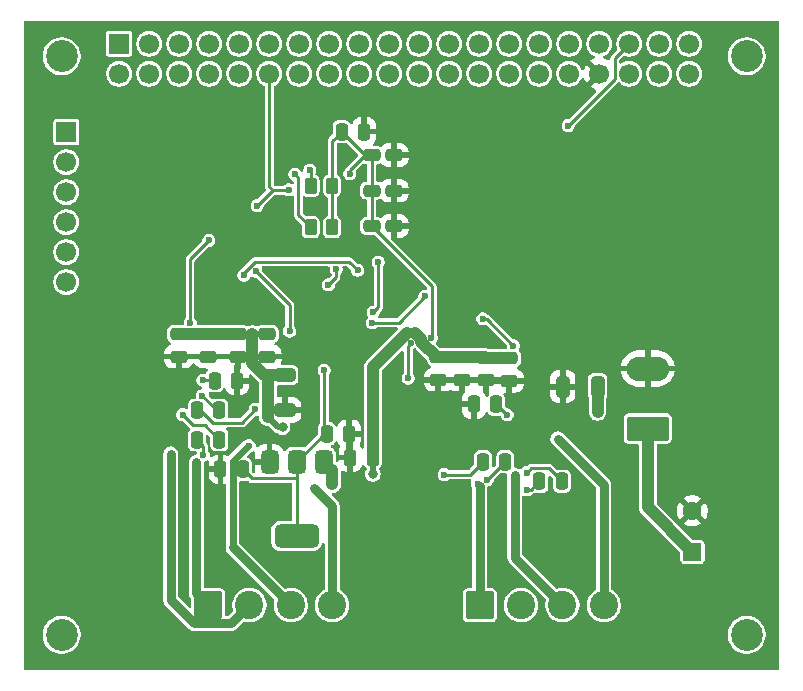
<source format=gbl>
%TF.GenerationSoftware,KiCad,Pcbnew,9.0.7*%
%TF.CreationDate,2026-02-05T23:33:27-06:00*%
%TF.ProjectId,dac_amp,6461635f-616d-4702-9e6b-696361645f70,rev?*%
%TF.SameCoordinates,Original*%
%TF.FileFunction,Copper,L2,Bot*%
%TF.FilePolarity,Positive*%
%FSLAX46Y46*%
G04 Gerber Fmt 4.6, Leading zero omitted, Abs format (unit mm)*
G04 Created by KiCad (PCBNEW 9.0.7) date 2026-02-05 23:33:27*
%MOMM*%
%LPD*%
G01*
G04 APERTURE LIST*
G04 Aperture macros list*
%AMRoundRect*
0 Rectangle with rounded corners*
0 $1 Rounding radius*
0 $2 $3 $4 $5 $6 $7 $8 $9 X,Y pos of 4 corners*
0 Add a 4 corners polygon primitive as box body*
4,1,4,$2,$3,$4,$5,$6,$7,$8,$9,$2,$3,0*
0 Add four circle primitives for the rounded corners*
1,1,$1+$1,$2,$3*
1,1,$1+$1,$4,$5*
1,1,$1+$1,$6,$7*
1,1,$1+$1,$8,$9*
0 Add four rect primitives between the rounded corners*
20,1,$1+$1,$2,$3,$4,$5,0*
20,1,$1+$1,$4,$5,$6,$7,0*
20,1,$1+$1,$6,$7,$8,$9,0*
20,1,$1+$1,$8,$9,$2,$3,0*%
G04 Aperture macros list end*
%TA.AperFunction,SMDPad,CuDef*%
%ADD10RoundRect,0.250000X0.250000X0.475000X-0.250000X0.475000X-0.250000X-0.475000X0.250000X-0.475000X0*%
%TD*%
%TA.AperFunction,SMDPad,CuDef*%
%ADD11RoundRect,0.250000X-0.650000X0.325000X-0.650000X-0.325000X0.650000X-0.325000X0.650000X0.325000X0*%
%TD*%
%TA.AperFunction,ComponentPad*%
%ADD12RoundRect,0.250001X-0.949999X-0.949999X0.949999X-0.949999X0.949999X0.949999X-0.949999X0.949999X0*%
%TD*%
%TA.AperFunction,ComponentPad*%
%ADD13C,2.400000*%
%TD*%
%TA.AperFunction,SMDPad,CuDef*%
%ADD14RoundRect,0.250000X-0.475000X0.250000X-0.475000X-0.250000X0.475000X-0.250000X0.475000X0.250000X0*%
%TD*%
%TA.AperFunction,SMDPad,CuDef*%
%ADD15RoundRect,0.250000X0.475000X-0.250000X0.475000X0.250000X-0.475000X0.250000X-0.475000X-0.250000X0*%
%TD*%
%TA.AperFunction,ComponentPad*%
%ADD16RoundRect,0.250000X0.550000X-0.550000X0.550000X0.550000X-0.550000X0.550000X-0.550000X-0.550000X0*%
%TD*%
%TA.AperFunction,ComponentPad*%
%ADD17C,1.600000*%
%TD*%
%TA.AperFunction,SMDPad,CuDef*%
%ADD18RoundRect,0.250000X-0.250000X-0.475000X0.250000X-0.475000X0.250000X0.475000X-0.250000X0.475000X0*%
%TD*%
%TA.AperFunction,ComponentPad*%
%ADD19R,1.700000X1.700000*%
%TD*%
%TA.AperFunction,ComponentPad*%
%ADD20C,1.700000*%
%TD*%
%TA.AperFunction,SMDPad,CuDef*%
%ADD21RoundRect,0.250000X0.262500X0.450000X-0.262500X0.450000X-0.262500X-0.450000X0.262500X-0.450000X0*%
%TD*%
%TA.AperFunction,ComponentPad*%
%ADD22RoundRect,0.250001X-0.949999X0.949999X-0.949999X-0.949999X0.949999X-0.949999X0.949999X0.949999X0*%
%TD*%
%TA.AperFunction,ComponentPad*%
%ADD23C,2.700000*%
%TD*%
%TA.AperFunction,SMDPad,CuDef*%
%ADD24RoundRect,0.250000X0.325000X0.650000X-0.325000X0.650000X-0.325000X-0.650000X0.325000X-0.650000X0*%
%TD*%
%TA.AperFunction,ComponentPad*%
%ADD25RoundRect,0.249999X-1.550001X0.790001X-1.550001X-0.790001X1.550001X-0.790001X1.550001X0.790001X0*%
%TD*%
%TA.AperFunction,ComponentPad*%
%ADD26O,3.600000X2.080000*%
%TD*%
%TA.AperFunction,SMDPad,CuDef*%
%ADD27RoundRect,0.375000X-0.375000X0.625000X-0.375000X-0.625000X0.375000X-0.625000X0.375000X0.625000X0*%
%TD*%
%TA.AperFunction,SMDPad,CuDef*%
%ADD28RoundRect,0.500000X-1.400000X0.500000X-1.400000X-0.500000X1.400000X-0.500000X1.400000X0.500000X0*%
%TD*%
%TA.AperFunction,ViaPad*%
%ADD29C,0.600000*%
%TD*%
%TA.AperFunction,ViaPad*%
%ADD30C,0.800000*%
%TD*%
%TA.AperFunction,Conductor*%
%ADD31C,0.250000*%
%TD*%
%TA.AperFunction,Conductor*%
%ADD32C,1.000000*%
%TD*%
%TA.AperFunction,Conductor*%
%ADD33C,0.500000*%
%TD*%
%TA.AperFunction,Conductor*%
%ADD34C,0.750000*%
%TD*%
%TA.AperFunction,Conductor*%
%ADD35C,0.600000*%
%TD*%
G04 APERTURE END LIST*
D10*
%TO.P,C9,1*%
%TO.N,/U4_BSPL*%
X142662500Y-70875000D03*
%TO.P,C9,2*%
%TO.N,/U4_BSNL*%
X140762500Y-70875000D03*
%TD*%
D11*
%TO.P,C19,1*%
%TO.N,/+12V*%
X124000000Y-63525000D03*
%TO.P,C19,2*%
%TO.N,GND*%
X124000000Y-66475000D03*
%TD*%
D12*
%TO.P,J3,1,Pin_1*%
%TO.N,/U3_OUTPL*%
X117500000Y-83000000D03*
D13*
%TO.P,J3,2,Pin_2*%
%TO.N,/U3_OUTNL*%
X121000000Y-83000000D03*
%TO.P,J3,3,Pin_3*%
%TO.N,/U3_OUTPR*%
X124500000Y-83000000D03*
%TO.P,J3,4,Pin_4*%
%TO.N,/U3_OUTNR*%
X128000000Y-83000000D03*
%TD*%
D14*
%TO.P,C12,1*%
%TO.N,/+12V*%
X117500000Y-60050000D03*
%TO.P,C12,2*%
%TO.N,GND*%
X117500000Y-61950000D03*
%TD*%
D15*
%TO.P,C6,1*%
%TO.N,+3.3V*%
X131350000Y-44900000D03*
%TO.P,C6,2*%
%TO.N,GND*%
X133250000Y-44900000D03*
%TD*%
D16*
%TO.P,C31,1*%
%TO.N,/+12V*%
X158500000Y-78500000D03*
D17*
%TO.P,C31,2*%
%TO.N,GND*%
X158500000Y-75000000D03*
%TD*%
D18*
%TO.P,C32,1*%
%TO.N,+3.3V*%
X127550000Y-68500000D03*
%TO.P,C32,2*%
%TO.N,GND*%
X129450000Y-68500000D03*
%TD*%
D15*
%TO.P,C4,1*%
%TO.N,+3.3V*%
X131350000Y-50900000D03*
%TO.P,C4,2*%
%TO.N,GND*%
X133250000Y-50900000D03*
%TD*%
D14*
%TO.P,C16,1*%
%TO.N,/+12V*%
X139000000Y-62000000D03*
%TO.P,C16,2*%
%TO.N,GND*%
X139000000Y-63900000D03*
%TD*%
%TO.P,C13,1*%
%TO.N,/+12V*%
X120000000Y-60050000D03*
%TO.P,C13,2*%
%TO.N,GND*%
X120000000Y-61950000D03*
%TD*%
%TO.P,C14,1*%
%TO.N,/+12V*%
X122500000Y-60050000D03*
%TO.P,C14,2*%
%TO.N,GND*%
X122500000Y-61950000D03*
%TD*%
%TO.P,C11,1*%
%TO.N,/+12V*%
X115000000Y-60050000D03*
%TO.P,C11,2*%
%TO.N,GND*%
X115000000Y-61950000D03*
%TD*%
D18*
%TO.P,C7,1*%
%TO.N,/U3_BSPL*%
X116550000Y-69000000D03*
%TO.P,C7,2*%
%TO.N,/U3_BSNL*%
X118450000Y-69000000D03*
%TD*%
D19*
%TO.P,J7,1,Pin_1*%
%TO.N,unconnected-(J7-Pin_1-Pad1)*%
X109980000Y-35460000D03*
D20*
%TO.P,J7,2,Pin_2*%
%TO.N,unconnected-(J7-Pin_2-Pad2)*%
X109980000Y-38000000D03*
%TO.P,J7,3,Pin_3*%
%TO.N,I2C_SDA*%
X112520000Y-35460000D03*
%TO.P,J7,4,Pin_4*%
%TO.N,unconnected-(J7-Pin_4-Pad4)*%
X112520000Y-38000000D03*
%TO.P,J7,5,Pin_5*%
%TO.N,I2C_SCL*%
X115060000Y-35460000D03*
%TO.P,J7,6,Pin_6*%
%TO.N,unconnected-(J7-Pin_6-Pad6)*%
X115060000Y-38000000D03*
%TO.P,J7,7,Pin_7*%
%TO.N,unconnected-(J7-Pin_7-Pad7)*%
X117600000Y-35460000D03*
%TO.P,J7,8,Pin_8*%
%TO.N,unconnected-(J7-Pin_8-Pad8)*%
X117600000Y-38000000D03*
%TO.P,J7,9,Pin_9*%
%TO.N,unconnected-(J7-Pin_9-Pad9)*%
X120140000Y-35460000D03*
%TO.P,J7,10,Pin_10*%
%TO.N,unconnected-(J7-Pin_10-Pad10)*%
X120140000Y-38000000D03*
%TO.P,J7,11,Pin_11*%
%TO.N,unconnected-(J7-Pin_11-Pad11)*%
X122680000Y-35460000D03*
%TO.P,J7,12,Pin_12*%
%TO.N,I2S_BCK*%
X122680000Y-38000000D03*
%TO.P,J7,13,Pin_13*%
%TO.N,unconnected-(J7-Pin_13-Pad13)*%
X125220000Y-35460000D03*
%TO.P,J7,14,Pin_14*%
%TO.N,unconnected-(J7-Pin_14-Pad14)*%
X125220000Y-38000000D03*
%TO.P,J7,15,Pin_15*%
%TO.N,unconnected-(J7-Pin_15-Pad15)*%
X127760000Y-35460000D03*
%TO.P,J7,16,Pin_16*%
%TO.N,unconnected-(J7-Pin_16-Pad16)*%
X127760000Y-38000000D03*
%TO.P,J7,17,Pin_17*%
%TO.N,unconnected-(J7-Pin_17-Pad17)*%
X130300000Y-35460000D03*
%TO.P,J7,18,Pin_18*%
%TO.N,unconnected-(J7-Pin_18-Pad18)*%
X130300000Y-38000000D03*
%TO.P,J7,19,Pin_19*%
%TO.N,unconnected-(J7-Pin_19-Pad19)*%
X132840000Y-35460000D03*
%TO.P,J7,20,Pin_20*%
%TO.N,unconnected-(J7-Pin_20-Pad20)*%
X132840000Y-38000000D03*
%TO.P,J7,21,Pin_21*%
%TO.N,unconnected-(J7-Pin_21-Pad21)*%
X135380000Y-35460000D03*
%TO.P,J7,22,Pin_22*%
%TO.N,unconnected-(J7-Pin_22-Pad22)*%
X135380000Y-38000000D03*
%TO.P,J7,23,Pin_23*%
%TO.N,unconnected-(J7-Pin_23-Pad23)*%
X137920000Y-35460000D03*
%TO.P,J7,24,Pin_24*%
%TO.N,unconnected-(J7-Pin_24-Pad24)*%
X137920000Y-38000000D03*
%TO.P,J7,25,Pin_25*%
%TO.N,unconnected-(J7-Pin_25-Pad25)*%
X140460000Y-35460000D03*
%TO.P,J7,26,Pin_26*%
%TO.N,unconnected-(J7-Pin_26-Pad26)*%
X140460000Y-38000000D03*
%TO.P,J7,27,Pin_27*%
%TO.N,unconnected-(J7-Pin_27-Pad27)*%
X143000000Y-35460000D03*
%TO.P,J7,28,Pin_28*%
%TO.N,unconnected-(J7-Pin_28-Pad28)*%
X143000000Y-38000000D03*
%TO.P,J7,29,Pin_29*%
%TO.N,unconnected-(J7-Pin_29-Pad29)*%
X145540000Y-35460000D03*
%TO.P,J7,30,Pin_30*%
%TO.N,unconnected-(J7-Pin_30-Pad30)*%
X145540000Y-38000000D03*
%TO.P,J7,31,Pin_31*%
%TO.N,unconnected-(J7-Pin_31-Pad31)*%
X148080000Y-35460000D03*
%TO.P,J7,32,Pin_32*%
%TO.N,unconnected-(J7-Pin_32-Pad32)*%
X148080000Y-38000000D03*
%TO.P,J7,33,Pin_33*%
%TO.N,unconnected-(J7-Pin_33-Pad33)*%
X150620000Y-35460000D03*
%TO.P,J7,34,Pin_34*%
%TO.N,GND*%
X150620000Y-38000000D03*
%TO.P,J7,35,Pin_35*%
%TO.N,I2S_LRCK*%
X153160000Y-35460000D03*
%TO.P,J7,36,Pin_36*%
%TO.N,unconnected-(J7-Pin_36-Pad36)*%
X153160000Y-38000000D03*
%TO.P,J7,37,Pin_37*%
%TO.N,unconnected-(J7-Pin_37-Pad37)*%
X155700000Y-35460000D03*
%TO.P,J7,38,Pin_38*%
%TO.N,unconnected-(J7-Pin_38-Pad38)*%
X155700000Y-38000000D03*
%TO.P,J7,39,Pin_39*%
%TO.N,unconnected-(J7-Pin_39-Pad39)*%
X158240000Y-35460000D03*
%TO.P,J7,40,Pin_40*%
%TO.N,I2S_DOUT*%
X158240000Y-38000000D03*
%TD*%
D15*
%TO.P,C5,1*%
%TO.N,+3.3V*%
X131350000Y-47900000D03*
%TO.P,C5,2*%
%TO.N,GND*%
X133250000Y-47900000D03*
%TD*%
D21*
%TO.P,R1,1*%
%TO.N,+3.3V*%
X128000000Y-47500000D03*
%TO.P,R1,2*%
%TO.N,I2C_SCL*%
X126175000Y-47500000D03*
%TD*%
D14*
%TO.P,C17,1*%
%TO.N,/+12V*%
X141000000Y-62050000D03*
%TO.P,C17,2*%
%TO.N,GND*%
X141000000Y-63950000D03*
%TD*%
D10*
%TO.P,C22,1*%
%TO.N,/U4_GVDD*%
X141900000Y-66000000D03*
%TO.P,C22,2*%
%TO.N,GND*%
X140000000Y-66000000D03*
%TD*%
D21*
%TO.P,R2,1*%
%TO.N,+3.3V*%
X128000000Y-51000000D03*
%TO.P,R2,2*%
%TO.N,I2C_SDA*%
X126175000Y-51000000D03*
%TD*%
D22*
%TO.P,J4,1,Pin_1*%
%TO.N,/U4_OUTPL*%
X140500000Y-83000000D03*
D13*
%TO.P,J4,2,Pin_2*%
%TO.N,/U4_OUTNL*%
X144000000Y-83000000D03*
%TO.P,J4,3,Pin_3*%
%TO.N,/U4_OUTPR*%
X147500000Y-83000000D03*
%TO.P,J4,4,Pin_4*%
%TO.N,/U4_OUTNR*%
X151000000Y-83000000D03*
%TD*%
D14*
%TO.P,C18,1*%
%TO.N,/+12V*%
X143000000Y-62100000D03*
%TO.P,C18,2*%
%TO.N,GND*%
X143000000Y-64000000D03*
%TD*%
D18*
%TO.P,C8,1*%
%TO.N,/U3_BSPR*%
X116550000Y-66500000D03*
%TO.P,C8,2*%
%TO.N,/U3_BSNR*%
X118450000Y-66500000D03*
%TD*%
D14*
%TO.P,C15,1*%
%TO.N,/+12V*%
X137000000Y-62000000D03*
%TO.P,C15,2*%
%TO.N,GND*%
X137000000Y-63900000D03*
%TD*%
D23*
%TO.P,H1,1*%
%TO.N,N/C*%
X105100000Y-36520000D03*
%TD*%
%TO.P,H2,1*%
%TO.N,N/C*%
X163100000Y-36520000D03*
%TD*%
%TO.P,H3,1*%
%TO.N,N/C*%
X105100000Y-85520000D03*
%TD*%
%TO.P,H4,1*%
%TO.N,N/C*%
X163100000Y-85520000D03*
%TD*%
D19*
%TO.P,J1,1,Pin_1*%
%TO.N,unconnected-(J1-Pin_1-Pad1)*%
X105500000Y-42960000D03*
D20*
%TO.P,J1,2,Pin_2*%
%TO.N,unconnected-(J1-Pin_2-Pad2)*%
X105500000Y-45500000D03*
%TO.P,J1,3,Pin_3*%
%TO.N,I2S_BCK*%
X105500000Y-48040000D03*
%TO.P,J1,4,Pin_4*%
%TO.N,unconnected-(J1-Pin_4-Pad4)*%
X105500000Y-50580000D03*
%TO.P,J1,5,Pin_5*%
%TO.N,unconnected-(J1-Pin_5-Pad5)*%
X105500000Y-53120000D03*
%TO.P,J1,6,Pin_6*%
%TO.N,unconnected-(J1-Pin_6-Pad6)*%
X105500000Y-55660000D03*
%TD*%
D10*
%TO.P,C10,1*%
%TO.N,/U4_BSPR*%
X147450000Y-72500000D03*
%TO.P,C10,2*%
%TO.N,/U4_BSNR*%
X145550000Y-72500000D03*
%TD*%
D18*
%TO.P,C21,1*%
%TO.N,/U3_GVDD*%
X118050000Y-64000000D03*
%TO.P,C21,2*%
%TO.N,GND*%
X119950000Y-64000000D03*
%TD*%
D24*
%TO.P,C20,1*%
%TO.N,/+12V*%
X150475000Y-64500000D03*
%TO.P,C20,2*%
%TO.N,GND*%
X147525000Y-64500000D03*
%TD*%
D25*
%TO.P,J2,1,Pin_1*%
%TO.N,/+12V*%
X154722500Y-68045000D03*
D26*
%TO.P,J2,2,Pin_2*%
%TO.N,GND*%
X154722500Y-62965000D03*
%TD*%
D27*
%TO.P,U2,1,GND*%
%TO.N,GND*%
X122700000Y-70850000D03*
%TO.P,U2,2,VO*%
%TO.N,+3.3V*%
X125000000Y-70850000D03*
D28*
X125000000Y-77150000D03*
D27*
%TO.P,U2,3,VI*%
%TO.N,/+12V*%
X127300000Y-70850000D03*
%TD*%
D10*
%TO.P,C1,1*%
%TO.N,/+12V*%
X131450000Y-70500000D03*
%TO.P,C1,2*%
%TO.N,GND*%
X129550000Y-70500000D03*
%TD*%
%TO.P,C3,1*%
%TO.N,+3.3V*%
X120450000Y-71500000D03*
%TO.P,C3,2*%
%TO.N,GND*%
X118550000Y-71500000D03*
%TD*%
D18*
%TO.P,C2,1*%
%TO.N,+3.3V*%
X128800000Y-42900000D03*
%TO.P,C2,2*%
%TO.N,GND*%
X130700000Y-42900000D03*
%TD*%
D29*
%TO.N,GND*%
X141000000Y-68500000D03*
X140771839Y-67800194D03*
X142000000Y-68500000D03*
X118838909Y-65123752D03*
X116446635Y-64602735D03*
X139000000Y-68500000D03*
X124323800Y-50921000D03*
X116500000Y-63000000D03*
X119500000Y-66000000D03*
X132538400Y-43049800D03*
X139979306Y-67701127D03*
X139000000Y-67500000D03*
X140000000Y-68500000D03*
%TO.N,+3.3V*%
X136406200Y-60369300D03*
X127319500Y-63106200D03*
X115969600Y-59111000D03*
X129512800Y-46487200D03*
X117575400Y-52126200D03*
%TO.N,I2S_BCK*%
X121653900Y-49168300D03*
X124323800Y-47842000D03*
%TO.N,I2C_SDA*%
X124842300Y-46528400D03*
%TO.N,I2S_LRCK*%
X147994900Y-42391200D03*
%TO.N,I2C_SCL*%
X126098300Y-46187200D03*
D30*
%TO.N,/+12V*%
X131450000Y-71887600D03*
X127999900Y-72754000D03*
X150475000Y-66616800D03*
X123802700Y-67939000D03*
D29*
%TO.N,/U3_BSPL*%
X117084700Y-70264700D03*
%TO.N,/U3_BSNL*%
X115338100Y-66865400D03*
%TO.N,/U3_BSPR*%
X121498900Y-66430700D03*
%TO.N,/U3_BSNR*%
X117017600Y-65260500D03*
%TO.N,/U4_BSNL*%
X137498700Y-71942000D03*
%TO.N,/U4_BSPL*%
X141138100Y-72399400D03*
%TO.N,/U4_BSNR*%
X144522100Y-73232300D03*
%TO.N,/U4_BSPR*%
X144476100Y-71773500D03*
%TO.N,/U3_GVDD*%
X117043800Y-63957800D03*
%TO.N,/U4_GVDD*%
X142832100Y-66884000D03*
%TO.N,/DAC_OUTL+*%
X135840300Y-56863300D03*
X131418100Y-59078400D03*
%TO.N,/DAC_OUTL-*%
X128332500Y-54568100D03*
X127692000Y-55872100D03*
%TO.N,/U3_RINP*%
X124395000Y-59807900D03*
X121537800Y-54729200D03*
%TO.N,/DAC_OUTR+*%
X130161100Y-54654900D03*
X120539100Y-55052100D03*
%TO.N,/DAC_OUTR-*%
X131912200Y-53958700D03*
X131462300Y-58221200D03*
%TO.N,/U4_RINP*%
X143350000Y-61032900D03*
X140750000Y-58760600D03*
%TO.N,/U4_RINN*%
X134435800Y-63787500D03*
X134687900Y-60769200D03*
%TO.N,/U3_OUTNL*%
X114334200Y-70176500D03*
%TO.N,/U3_OUTNR*%
X126466500Y-73080900D03*
%TO.N,/U3_OUTPR*%
X120982700Y-69502200D03*
%TO.N,/U3_OUTPL*%
X116505100Y-70893000D03*
%TO.N,/U4_OUTNR*%
X147107500Y-68916500D03*
%TO.N,/U4_OUTPL*%
X140309500Y-72702400D03*
%TO.N,/U4_OUTPR*%
X143471900Y-71986000D03*
%TD*%
D31*
%TO.N,+3.3V*%
X131350000Y-47900000D02*
X131350000Y-50900000D01*
X129512800Y-46187200D02*
X129512800Y-46487200D01*
X127350000Y-68500000D02*
X125000000Y-70850000D01*
X127319500Y-63106200D02*
X127319500Y-68469500D01*
X136406200Y-60369300D02*
X136467000Y-60308500D01*
X130800000Y-44900000D02*
X129512800Y-46187200D01*
X128800000Y-42900000D02*
X130800000Y-44900000D01*
X115969600Y-53732000D02*
X117575400Y-52126200D01*
X125000000Y-72268900D02*
X125000000Y-77150000D01*
X127319500Y-68469500D02*
X127350000Y-68500000D01*
X128000000Y-51000000D02*
X128000000Y-47500000D01*
X136467000Y-60308500D02*
X136467000Y-56017000D01*
X115969600Y-59111000D02*
X115969600Y-53732000D01*
X121218900Y-72268900D02*
X120450000Y-71500000D01*
X128000000Y-43700000D02*
X128800000Y-42900000D01*
X131350000Y-44900000D02*
X131350000Y-47900000D01*
X127550000Y-68500000D02*
X127350000Y-68500000D01*
X125000000Y-70850000D02*
X125000000Y-72268900D01*
X130800000Y-44900000D02*
X131350000Y-44900000D01*
X125000000Y-72268900D02*
X121218900Y-72268900D01*
X136467000Y-56017000D02*
X131350000Y-50900000D01*
X128000000Y-47500000D02*
X128000000Y-43700000D01*
%TO.N,I2S_BCK*%
X124323800Y-47842000D02*
X124305600Y-47860200D01*
X122962000Y-47860200D02*
X122680000Y-47578200D01*
X122680000Y-47578200D02*
X122680000Y-38000000D01*
X121653900Y-49168300D02*
X122962000Y-47860200D01*
X124305600Y-47860200D02*
X122962000Y-47860200D01*
%TO.N,I2C_SDA*%
X125124000Y-49949000D02*
X126175000Y-51000000D01*
X124842300Y-46528400D02*
X125124000Y-46810100D01*
X125124000Y-46810100D02*
X125124000Y-49949000D01*
%TO.N,I2S_LRCK*%
X151925400Y-38460700D02*
X147994900Y-42391200D01*
X151925400Y-36694600D02*
X151925400Y-38460700D01*
X153160000Y-35460000D02*
X151925400Y-36694600D01*
%TO.N,I2C_SCL*%
X126098300Y-46187200D02*
X126175000Y-46263900D01*
X126175000Y-46263900D02*
X126175000Y-47500000D01*
D32*
%TO.N,/+12V*%
X124000000Y-63525000D02*
X122558900Y-63525000D01*
D33*
X142950000Y-62050000D02*
X143000000Y-62100000D01*
X122500000Y-60050000D02*
X121250000Y-60050000D01*
X123423900Y-67939000D02*
X123802700Y-67939000D01*
D32*
X117500000Y-60050000D02*
X115000000Y-60050000D01*
D33*
X121250000Y-60050000D02*
X120000000Y-60050000D01*
D32*
X139000000Y-62000000D02*
X137000000Y-62000000D01*
X120000000Y-60050000D02*
X117500000Y-60050000D01*
X150475000Y-66616800D02*
X150475000Y-64500000D01*
D33*
X127999900Y-71549900D02*
X127300000Y-70850000D01*
D32*
X139000000Y-62000000D02*
X140950000Y-62000000D01*
X134352400Y-59917400D02*
X131450000Y-62819800D01*
D33*
X122558900Y-63525000D02*
X122258900Y-63525000D01*
D32*
X122558900Y-63525000D02*
X122558900Y-67074000D01*
D33*
X135042300Y-59917400D02*
X134352400Y-59917400D01*
D32*
X158500000Y-78500000D02*
X154722500Y-74722500D01*
X121250000Y-62516100D02*
X121250000Y-60050000D01*
X135561900Y-60696800D02*
X135561900Y-60437000D01*
X136865100Y-62000000D02*
X135561900Y-60696800D01*
X127999900Y-72754000D02*
X127999900Y-71549900D01*
D33*
X140950000Y-62000000D02*
X141000000Y-62050000D01*
D32*
X135561900Y-60437000D02*
X135042300Y-59917400D01*
X154722500Y-74722500D02*
X154722500Y-68045000D01*
X131450000Y-62819800D02*
X131450000Y-70500000D01*
D33*
X137000000Y-62000000D02*
X136865100Y-62000000D01*
X131450000Y-71887600D02*
X131450000Y-70500000D01*
X122558900Y-67074000D02*
X123423900Y-67939000D01*
D32*
X122258900Y-63525000D02*
X121250000Y-62516100D01*
X141000000Y-62050000D02*
X142950000Y-62050000D01*
D31*
%TO.N,/U3_BSPL*%
X116550000Y-69000000D02*
X117084700Y-69534700D01*
X117084700Y-69534700D02*
X117084700Y-70264700D01*
%TO.N,/U3_BSNL*%
X115338100Y-66865400D02*
X116224200Y-67751500D01*
X117201500Y-67751500D02*
X118450000Y-69000000D01*
X116224200Y-67751500D02*
X117201500Y-67751500D01*
%TO.N,/U3_BSPR*%
X116550000Y-66500000D02*
X116821900Y-66500000D01*
X120360200Y-67569400D02*
X121498900Y-66430700D01*
X117891300Y-67569400D02*
X120360200Y-67569400D01*
X116821900Y-66500000D02*
X117891300Y-67569400D01*
%TO.N,/U3_BSNR*%
X118450000Y-66500000D02*
X118257100Y-66500000D01*
X118257100Y-66500000D02*
X117017600Y-65260500D01*
%TO.N,/U4_BSNL*%
X137498700Y-71942000D02*
X139695500Y-71942000D01*
X139695500Y-71942000D02*
X140762500Y-70875000D01*
%TO.N,/U4_BSPL*%
X142662500Y-70875000D02*
X141138100Y-72399400D01*
%TO.N,/U4_BSNR*%
X145550000Y-72500000D02*
X144817700Y-73232300D01*
X144817700Y-73232300D02*
X144522100Y-73232300D01*
%TO.N,/U4_BSPR*%
X144476100Y-71773500D02*
X144863000Y-71386600D01*
X146336600Y-71386600D02*
X147450000Y-72500000D01*
X144863000Y-71386600D02*
X146336600Y-71386600D01*
%TO.N,/U3_GVDD*%
X118007800Y-63957800D02*
X118050000Y-64000000D01*
X117043800Y-63957800D02*
X118007800Y-63957800D01*
%TO.N,/U4_GVDD*%
X142784000Y-66884000D02*
X141900000Y-66000000D01*
X142832100Y-66884000D02*
X142784000Y-66884000D01*
%TO.N,/DAC_OUTL+*%
X133625200Y-59078400D02*
X135840300Y-56863300D01*
X131418100Y-59078400D02*
X133625200Y-59078400D01*
%TO.N,/DAC_OUTL-*%
X128332500Y-55231600D02*
X128332500Y-54568100D01*
X127692000Y-55872100D02*
X128332500Y-55231600D01*
%TO.N,/U3_RINP*%
X121537800Y-54729200D02*
X124395000Y-57586400D01*
X124395000Y-57586400D02*
X124395000Y-59807900D01*
%TO.N,/DAC_OUTR+*%
X121439500Y-53941300D02*
X120539100Y-54841700D01*
X120539100Y-54841700D02*
X120539100Y-55052100D01*
X129447500Y-53941300D02*
X121439500Y-53941300D01*
X130161100Y-54654900D02*
X129447500Y-53941300D01*
%TO.N,/DAC_OUTR-*%
X131912200Y-57771300D02*
X131912200Y-53958700D01*
X131462300Y-58221200D02*
X131912200Y-57771300D01*
%TO.N,/U4_RINP*%
X141077700Y-58760600D02*
X140750000Y-58760600D01*
X143350000Y-61032900D02*
X141077700Y-58760600D01*
%TO.N,/U4_RINN*%
X134435800Y-61021300D02*
X134687900Y-60769200D01*
X134435800Y-63787500D02*
X134435800Y-61021300D01*
D34*
%TO.N,/U3_OUTNL*%
X116312900Y-84548000D02*
X119452000Y-84548000D01*
X119452000Y-84548000D02*
X121000000Y-83000000D01*
X114334200Y-82569300D02*
X116312900Y-84548000D01*
X114334200Y-70176500D02*
X114334200Y-82569300D01*
%TO.N,/U3_OUTNR*%
X128000000Y-83000000D02*
X128000000Y-74614400D01*
X128000000Y-74614400D02*
X126466500Y-73080900D01*
D35*
%TO.N,/U3_OUTPR*%
X119599800Y-70788800D02*
X119599800Y-78099800D01*
D31*
X120982700Y-69502200D02*
X120886400Y-69502200D01*
D35*
X120886400Y-69502200D02*
X119599800Y-70788800D01*
D34*
X119599800Y-78099800D02*
X124500000Y-83000000D01*
%TO.N,/U3_OUTPL*%
X116505100Y-82005100D02*
X116505100Y-70893000D01*
D31*
X117500000Y-83000000D02*
X116505100Y-82005100D01*
D34*
%TO.N,/U4_OUTNR*%
X151000000Y-72809000D02*
X151000000Y-83000000D01*
X147107500Y-68916500D02*
X151000000Y-72809000D01*
D31*
%TO.N,/U4_OUTPL*%
X140309500Y-72702400D02*
X140500000Y-72892900D01*
D34*
X140500000Y-72892900D02*
X140500000Y-83000000D01*
%TO.N,/U4_OUTPR*%
X143471900Y-78971900D02*
X147500000Y-83000000D01*
X143471900Y-71986000D02*
X143471900Y-78971900D01*
%TD*%
%TA.AperFunction,Conductor*%
%TO.N,GND*%
G36*
X165817539Y-33520185D02*
G01*
X165863294Y-33572989D01*
X165874500Y-33624500D01*
X165874500Y-88375500D01*
X165854815Y-88442539D01*
X165802011Y-88488294D01*
X165750500Y-88499500D01*
X101999500Y-88499500D01*
X101932461Y-88479815D01*
X101886706Y-88427011D01*
X101875500Y-88375500D01*
X101875500Y-85394038D01*
X103499500Y-85394038D01*
X103499500Y-85645961D01*
X103538910Y-85894785D01*
X103616760Y-86134383D01*
X103731132Y-86358848D01*
X103879201Y-86562649D01*
X103879205Y-86562654D01*
X104057345Y-86740794D01*
X104057350Y-86740798D01*
X104235117Y-86869952D01*
X104261155Y-86888870D01*
X104404184Y-86961747D01*
X104485616Y-87003239D01*
X104485618Y-87003239D01*
X104485621Y-87003241D01*
X104725215Y-87081090D01*
X104974038Y-87120500D01*
X104974039Y-87120500D01*
X105225961Y-87120500D01*
X105225962Y-87120500D01*
X105474785Y-87081090D01*
X105714379Y-87003241D01*
X105938845Y-86888870D01*
X106142656Y-86740793D01*
X106320793Y-86562656D01*
X106468870Y-86358845D01*
X106583241Y-86134379D01*
X106661090Y-85894785D01*
X106700500Y-85645962D01*
X106700500Y-85394038D01*
X161499500Y-85394038D01*
X161499500Y-85645961D01*
X161538910Y-85894785D01*
X161616760Y-86134383D01*
X161731132Y-86358848D01*
X161879201Y-86562649D01*
X161879205Y-86562654D01*
X162057345Y-86740794D01*
X162057350Y-86740798D01*
X162235117Y-86869952D01*
X162261155Y-86888870D01*
X162404184Y-86961747D01*
X162485616Y-87003239D01*
X162485618Y-87003239D01*
X162485621Y-87003241D01*
X162725215Y-87081090D01*
X162974038Y-87120500D01*
X162974039Y-87120500D01*
X163225961Y-87120500D01*
X163225962Y-87120500D01*
X163474785Y-87081090D01*
X163714379Y-87003241D01*
X163938845Y-86888870D01*
X164142656Y-86740793D01*
X164320793Y-86562656D01*
X164468870Y-86358845D01*
X164583241Y-86134379D01*
X164661090Y-85894785D01*
X164700500Y-85645962D01*
X164700500Y-85394038D01*
X164661090Y-85145215D01*
X164583241Y-84905621D01*
X164583239Y-84905618D01*
X164583239Y-84905616D01*
X164541747Y-84824184D01*
X164468870Y-84681155D01*
X164449952Y-84655117D01*
X164320798Y-84477350D01*
X164320794Y-84477345D01*
X164142654Y-84299205D01*
X164142649Y-84299201D01*
X163938848Y-84151132D01*
X163938847Y-84151131D01*
X163938845Y-84151130D01*
X163851012Y-84106377D01*
X163714383Y-84036760D01*
X163474785Y-83958910D01*
X163386570Y-83944938D01*
X163225962Y-83919500D01*
X162974038Y-83919500D01*
X162849626Y-83939205D01*
X162725214Y-83958910D01*
X162485616Y-84036760D01*
X162261151Y-84151132D01*
X162057350Y-84299201D01*
X162057345Y-84299205D01*
X161879205Y-84477345D01*
X161879201Y-84477350D01*
X161731132Y-84681151D01*
X161616760Y-84905616D01*
X161538910Y-85145214D01*
X161499500Y-85394038D01*
X106700500Y-85394038D01*
X106661090Y-85145215D01*
X106583241Y-84905621D01*
X106583239Y-84905618D01*
X106583239Y-84905616D01*
X106541747Y-84824184D01*
X106468870Y-84681155D01*
X106449952Y-84655117D01*
X106320798Y-84477350D01*
X106320794Y-84477345D01*
X106142654Y-84299205D01*
X106142649Y-84299201D01*
X105938848Y-84151132D01*
X105938847Y-84151131D01*
X105938845Y-84151130D01*
X105851012Y-84106377D01*
X105714383Y-84036760D01*
X105474785Y-83958910D01*
X105386570Y-83944938D01*
X105225962Y-83919500D01*
X104974038Y-83919500D01*
X104849626Y-83939205D01*
X104725214Y-83958910D01*
X104485616Y-84036760D01*
X104261151Y-84151132D01*
X104057350Y-84299201D01*
X104057345Y-84299205D01*
X103879205Y-84477345D01*
X103879201Y-84477350D01*
X103731132Y-84681151D01*
X103616760Y-84905616D01*
X103538910Y-85145214D01*
X103499500Y-85394038D01*
X101875500Y-85394038D01*
X101875500Y-70114889D01*
X113708700Y-70114889D01*
X113708700Y-82630910D01*
X113714554Y-82660339D01*
X113720718Y-82691329D01*
X113732737Y-82751752D01*
X113746547Y-82785092D01*
X113749366Y-82791899D01*
X113749368Y-82791904D01*
X113779885Y-82865581D01*
X113779887Y-82865584D01*
X113793424Y-82885843D01*
X113793425Y-82885845D01*
X113848340Y-82968031D01*
X113848341Y-82968032D01*
X113848342Y-82968033D01*
X113935467Y-83055158D01*
X113935468Y-83055158D01*
X113942535Y-83062225D01*
X113942534Y-83062225D01*
X113942537Y-83062227D01*
X115827041Y-84946732D01*
X115827042Y-84946733D01*
X115914166Y-85033857D01*
X115914168Y-85033859D01*
X116016607Y-85102307D01*
X116016611Y-85102309D01*
X116016614Y-85102311D01*
X116130448Y-85149463D01*
X116190871Y-85161481D01*
X116251293Y-85173500D01*
X119513607Y-85173500D01*
X119574029Y-85161481D01*
X119634452Y-85149463D01*
X119667792Y-85135652D01*
X119748286Y-85102312D01*
X119799509Y-85068084D01*
X119850733Y-85033858D01*
X119937858Y-84946733D01*
X119937858Y-84946731D01*
X119948066Y-84936524D01*
X119948068Y-84936521D01*
X120462802Y-84421786D01*
X120524123Y-84388303D01*
X120588797Y-84391537D01*
X120660340Y-84414784D01*
X120773091Y-84432642D01*
X120885838Y-84450500D01*
X120885843Y-84450500D01*
X121114162Y-84450500D01*
X121339660Y-84414784D01*
X121556799Y-84344231D01*
X121760228Y-84240579D01*
X121944937Y-84106379D01*
X122106379Y-83944937D01*
X122240579Y-83760228D01*
X122344231Y-83556799D01*
X122414784Y-83339660D01*
X122434775Y-83213441D01*
X122450500Y-83114162D01*
X122450500Y-82885837D01*
X122414784Y-82660339D01*
X122382049Y-82559592D01*
X122344231Y-82443201D01*
X122344229Y-82443198D01*
X122344229Y-82443196D01*
X122240578Y-82239771D01*
X122202640Y-82187554D01*
X122106379Y-82055063D01*
X121944937Y-81893621D01*
X121760228Y-81759421D01*
X121693201Y-81725269D01*
X121556803Y-81655770D01*
X121339660Y-81585215D01*
X121114162Y-81549500D01*
X121114157Y-81549500D01*
X120885843Y-81549500D01*
X120885838Y-81549500D01*
X120660339Y-81585215D01*
X120443196Y-81655770D01*
X120239771Y-81759421D01*
X120055061Y-81893622D01*
X119893622Y-82055061D01*
X119759421Y-82239771D01*
X119655770Y-82443196D01*
X119585215Y-82660339D01*
X119549500Y-82885837D01*
X119549500Y-83114162D01*
X119585215Y-83339656D01*
X119585216Y-83339661D01*
X119608460Y-83411200D01*
X119610455Y-83481041D01*
X119578210Y-83537198D01*
X119229229Y-83886181D01*
X119202301Y-83900884D01*
X119176483Y-83917477D01*
X119170282Y-83918368D01*
X119167906Y-83919666D01*
X119141548Y-83922500D01*
X119074500Y-83922500D01*
X119007461Y-83902815D01*
X118961706Y-83850011D01*
X118950500Y-83798500D01*
X118950500Y-82002136D01*
X118950500Y-82002128D01*
X118944091Y-81942518D01*
X118893796Y-81807670D01*
X118807546Y-81692454D01*
X118692330Y-81606204D01*
X118692328Y-81606203D01*
X118692327Y-81606202D01*
X118557481Y-81555908D01*
X118557482Y-81555908D01*
X118497882Y-81549501D01*
X118497880Y-81549500D01*
X118497872Y-81549500D01*
X118497864Y-81549500D01*
X117254600Y-81549500D01*
X117187561Y-81529815D01*
X117141806Y-81477011D01*
X117130600Y-81425500D01*
X117130600Y-72024986D01*
X117550001Y-72024986D01*
X117560494Y-72127697D01*
X117615641Y-72294119D01*
X117615643Y-72294124D01*
X117707684Y-72443345D01*
X117831654Y-72567315D01*
X117980875Y-72659356D01*
X117980880Y-72659358D01*
X118147302Y-72714505D01*
X118147309Y-72714506D01*
X118250019Y-72724999D01*
X118299999Y-72724998D01*
X118300000Y-72724998D01*
X118300000Y-71750000D01*
X117550001Y-71750000D01*
X117550001Y-72024986D01*
X117130600Y-72024986D01*
X117130600Y-70917468D01*
X117150285Y-70850429D01*
X117203089Y-70804674D01*
X117222494Y-70797697D01*
X117297185Y-70777684D01*
X117379354Y-70730243D01*
X117447252Y-70713771D01*
X117513279Y-70736623D01*
X117556470Y-70791544D01*
X117563112Y-70861097D01*
X117561894Y-70865764D01*
X117560493Y-70872309D01*
X117550000Y-70975013D01*
X117550000Y-71250000D01*
X118300000Y-71250000D01*
X118300000Y-70275000D01*
X118800000Y-70275000D01*
X118800000Y-72724999D01*
X118849972Y-72724999D01*
X118849983Y-72724998D01*
X118912697Y-72718591D01*
X118981390Y-72731360D01*
X119032275Y-72779240D01*
X119049300Y-72841949D01*
X119049300Y-77769646D01*
X119039861Y-77817098D01*
X118998340Y-77917338D01*
X118998335Y-77917355D01*
X118974300Y-78038188D01*
X118974300Y-78161411D01*
X118998335Y-78282244D01*
X118998340Y-78282261D01*
X119045485Y-78396081D01*
X119045490Y-78396090D01*
X119113939Y-78498527D01*
X119113945Y-78498535D01*
X123078210Y-82462800D01*
X123111695Y-82524123D01*
X123108460Y-82588799D01*
X123085216Y-82660335D01*
X123085216Y-82660338D01*
X123049500Y-82885837D01*
X123049500Y-83114162D01*
X123085215Y-83339660D01*
X123155770Y-83556803D01*
X123259421Y-83760228D01*
X123393621Y-83944937D01*
X123555063Y-84106379D01*
X123739772Y-84240579D01*
X123835884Y-84289550D01*
X123943196Y-84344229D01*
X123943198Y-84344229D01*
X123943201Y-84344231D01*
X124016530Y-84368057D01*
X124160339Y-84414784D01*
X124385838Y-84450500D01*
X124385843Y-84450500D01*
X124614162Y-84450500D01*
X124839660Y-84414784D01*
X125056799Y-84344231D01*
X125260228Y-84240579D01*
X125444937Y-84106379D01*
X125606379Y-83944937D01*
X125740579Y-83760228D01*
X125844231Y-83556799D01*
X125914784Y-83339660D01*
X125934775Y-83213441D01*
X125950500Y-83114162D01*
X125950500Y-82885837D01*
X125914784Y-82660339D01*
X125882049Y-82559592D01*
X125844231Y-82443201D01*
X125844229Y-82443198D01*
X125844229Y-82443196D01*
X125740578Y-82239771D01*
X125702640Y-82187554D01*
X125606379Y-82055063D01*
X125444937Y-81893621D01*
X125260228Y-81759421D01*
X125193201Y-81725269D01*
X125056803Y-81655770D01*
X124839660Y-81585215D01*
X124614162Y-81549500D01*
X124614157Y-81549500D01*
X124385843Y-81549500D01*
X124385838Y-81549500D01*
X124160338Y-81585216D01*
X124160335Y-81585216D01*
X124088799Y-81608460D01*
X124018957Y-81610455D01*
X123962800Y-81578210D01*
X120186619Y-77802029D01*
X120153134Y-77740706D01*
X120150300Y-77714348D01*
X120150300Y-72599499D01*
X120169985Y-72532460D01*
X120222789Y-72486705D01*
X120274296Y-72475499D01*
X120747872Y-72475499D01*
X120795759Y-72470351D01*
X120815197Y-72468262D01*
X120815398Y-72470137D01*
X120875098Y-72473324D01*
X120921551Y-72502589D01*
X120988337Y-72569375D01*
X121073963Y-72618811D01*
X121169464Y-72644400D01*
X121169465Y-72644400D01*
X124500500Y-72644400D01*
X124567539Y-72664085D01*
X124613294Y-72716889D01*
X124624500Y-72768400D01*
X124624500Y-75775500D01*
X124604815Y-75842539D01*
X124552011Y-75888294D01*
X124500500Y-75899500D01*
X123549998Y-75899500D01*
X123549980Y-75899501D01*
X123447203Y-75910000D01*
X123447200Y-75910001D01*
X123280668Y-75965185D01*
X123280663Y-75965187D01*
X123131342Y-76057289D01*
X123007289Y-76181342D01*
X122915187Y-76330663D01*
X122915186Y-76330666D01*
X122860001Y-76497203D01*
X122860001Y-76497204D01*
X122860000Y-76497204D01*
X122849500Y-76599983D01*
X122849500Y-77700001D01*
X122849501Y-77700019D01*
X122860000Y-77802796D01*
X122860001Y-77802799D01*
X122880130Y-77863543D01*
X122915186Y-77969334D01*
X123007288Y-78118656D01*
X123131344Y-78242712D01*
X123280666Y-78334814D01*
X123447203Y-78389999D01*
X123549991Y-78400500D01*
X126450008Y-78400499D01*
X126552797Y-78389999D01*
X126719334Y-78334814D01*
X126868656Y-78242712D01*
X126992712Y-78118656D01*
X127084814Y-77969334D01*
X127132794Y-77824537D01*
X127172567Y-77767094D01*
X127237082Y-77740271D01*
X127305858Y-77752586D01*
X127357058Y-77800129D01*
X127374500Y-77863543D01*
X127374500Y-81614785D01*
X127354815Y-81681824D01*
X127306796Y-81725269D01*
X127239774Y-81759419D01*
X127055061Y-81893622D01*
X126893622Y-82055061D01*
X126759421Y-82239771D01*
X126655770Y-82443196D01*
X126585215Y-82660339D01*
X126549500Y-82885837D01*
X126549500Y-83114162D01*
X126585215Y-83339660D01*
X126655770Y-83556803D01*
X126759421Y-83760228D01*
X126893621Y-83944937D01*
X127055063Y-84106379D01*
X127239772Y-84240579D01*
X127335884Y-84289550D01*
X127443196Y-84344229D01*
X127443198Y-84344229D01*
X127443201Y-84344231D01*
X127516530Y-84368057D01*
X127660339Y-84414784D01*
X127885838Y-84450500D01*
X127885843Y-84450500D01*
X128114162Y-84450500D01*
X128339660Y-84414784D01*
X128556799Y-84344231D01*
X128760228Y-84240579D01*
X128944937Y-84106379D01*
X129106379Y-83944937D01*
X129240579Y-83760228D01*
X129344231Y-83556799D01*
X129414784Y-83339660D01*
X129434775Y-83213441D01*
X129450500Y-83114162D01*
X129450500Y-82885837D01*
X129414784Y-82660339D01*
X129382049Y-82559592D01*
X129344231Y-82443201D01*
X129344229Y-82443198D01*
X129344229Y-82443196D01*
X129240578Y-82239771D01*
X129202640Y-82187554D01*
X129106379Y-82055063D01*
X128944937Y-81893621D01*
X128760228Y-81759421D01*
X128760227Y-81759420D01*
X128760225Y-81759419D01*
X128693204Y-81725269D01*
X128642408Y-81677294D01*
X128625500Y-81614785D01*
X128625500Y-74552793D01*
X128625499Y-74552789D01*
X128601464Y-74431955D01*
X128601463Y-74431948D01*
X128554311Y-74318114D01*
X128554310Y-74318113D01*
X128554307Y-74318107D01*
X128485859Y-74215668D01*
X128485858Y-74215667D01*
X128398733Y-74128542D01*
X128398732Y-74128541D01*
X127986370Y-73716180D01*
X127952886Y-73654858D01*
X127957870Y-73585167D01*
X127999741Y-73529233D01*
X128065206Y-73504816D01*
X128073688Y-73504512D01*
X128073820Y-73504500D01*
X128171362Y-73485096D01*
X128218813Y-73475658D01*
X128355395Y-73419084D01*
X128478316Y-73336951D01*
X128582851Y-73232416D01*
X128664984Y-73109495D01*
X128721558Y-72972913D01*
X128747609Y-72841949D01*
X128750400Y-72827920D01*
X128750400Y-71739372D01*
X128770085Y-71672333D01*
X128822889Y-71626578D01*
X128892047Y-71616634D01*
X128939498Y-71633834D01*
X128980873Y-71659355D01*
X128980880Y-71659358D01*
X129147302Y-71714505D01*
X129147309Y-71714506D01*
X129250019Y-71724999D01*
X129299999Y-71724998D01*
X129300000Y-71724998D01*
X129300000Y-70750000D01*
X128550001Y-70750000D01*
X128550001Y-70782859D01*
X128547134Y-70792620D01*
X128548401Y-70802716D01*
X128537456Y-70825581D01*
X128530316Y-70849898D01*
X128522628Y-70856559D01*
X128518235Y-70865738D01*
X128496664Y-70879057D01*
X128477512Y-70895653D01*
X128467443Y-70897100D01*
X128458785Y-70902447D01*
X128433440Y-70901989D01*
X128408354Y-70905597D01*
X128397239Y-70901336D01*
X128388927Y-70901187D01*
X128357092Y-70885949D01*
X128355590Y-70884945D01*
X128310794Y-70831324D01*
X128300499Y-70781855D01*
X128300499Y-70161849D01*
X128300498Y-70161824D01*
X128299481Y-70148903D01*
X128297709Y-70126373D01*
X128253618Y-69974610D01*
X128201804Y-69886998D01*
X128173172Y-69838583D01*
X128173165Y-69838574D01*
X128061425Y-69726834D01*
X128061416Y-69726827D01*
X127958119Y-69665738D01*
X127910436Y-69614669D01*
X127897932Y-69545927D01*
X127924577Y-69481338D01*
X127977907Y-69442824D01*
X128042331Y-69418796D01*
X128157546Y-69332546D01*
X128243796Y-69217331D01*
X128251180Y-69197532D01*
X128293050Y-69141598D01*
X128358514Y-69117179D01*
X128426787Y-69132029D01*
X128476194Y-69181433D01*
X128485069Y-69201859D01*
X128515641Y-69294119D01*
X128515643Y-69294124D01*
X128607684Y-69443345D01*
X128643432Y-69479093D01*
X128676917Y-69540416D01*
X128671933Y-69610108D01*
X128661290Y-69631870D01*
X128615645Y-69705871D01*
X128615641Y-69705880D01*
X128560494Y-69872302D01*
X128560493Y-69872309D01*
X128550000Y-69975013D01*
X128550000Y-70250000D01*
X129300000Y-70250000D01*
X129300000Y-69855000D01*
X129290023Y-69845023D01*
X129256961Y-69835315D01*
X129211206Y-69782511D01*
X129200000Y-69731000D01*
X129200000Y-68250000D01*
X129700000Y-68250000D01*
X130449999Y-68250000D01*
X130449999Y-67975028D01*
X130449998Y-67975013D01*
X130439505Y-67872302D01*
X130384358Y-67705880D01*
X130384356Y-67705875D01*
X130292315Y-67556654D01*
X130168345Y-67432684D01*
X130019124Y-67340643D01*
X130019119Y-67340641D01*
X129852697Y-67285494D01*
X129852690Y-67285493D01*
X129749986Y-67275000D01*
X129700000Y-67275000D01*
X129700000Y-68250000D01*
X129200000Y-68250000D01*
X129200000Y-67275000D01*
X129199999Y-67274999D01*
X129150029Y-67275000D01*
X129150011Y-67275001D01*
X129047302Y-67285494D01*
X128880880Y-67340641D01*
X128880875Y-67340643D01*
X128731654Y-67432684D01*
X128607684Y-67556654D01*
X128515643Y-67705875D01*
X128515642Y-67705878D01*
X128485069Y-67798141D01*
X128445296Y-67855585D01*
X128380780Y-67882408D01*
X128312004Y-67870093D01*
X128260804Y-67822549D01*
X128251181Y-67802468D01*
X128243798Y-67782673D01*
X128243793Y-67782664D01*
X128157547Y-67667455D01*
X128157544Y-67667452D01*
X128042335Y-67581206D01*
X128042328Y-67581202D01*
X127907482Y-67530908D01*
X127907483Y-67530908D01*
X127847883Y-67524501D01*
X127847881Y-67524500D01*
X127847873Y-67524500D01*
X127847865Y-67524500D01*
X127819000Y-67524500D01*
X127751961Y-67504815D01*
X127706206Y-67452011D01*
X127695000Y-67400500D01*
X127695000Y-63560586D01*
X127714685Y-63493547D01*
X127731319Y-63472905D01*
X127740189Y-63464035D01*
X127760009Y-63444215D01*
X127832484Y-63318685D01*
X127870000Y-63178675D01*
X127870000Y-63033725D01*
X127832484Y-62893715D01*
X127827828Y-62885651D01*
X127760011Y-62768188D01*
X127760006Y-62768182D01*
X127657517Y-62665693D01*
X127657511Y-62665688D01*
X127531988Y-62593217D01*
X127531989Y-62593217D01*
X127520050Y-62590018D01*
X127391975Y-62555700D01*
X127247025Y-62555700D01*
X127118950Y-62590018D01*
X127107011Y-62593217D01*
X126981488Y-62665688D01*
X126981482Y-62665693D01*
X126878993Y-62768182D01*
X126878988Y-62768188D01*
X126806517Y-62893711D01*
X126806516Y-62893715D01*
X126769000Y-63033725D01*
X126769000Y-63178675D01*
X126801011Y-63298141D01*
X126806517Y-63318688D01*
X126878988Y-63444211D01*
X126878993Y-63444217D01*
X126907681Y-63472905D01*
X126941166Y-63534228D01*
X126944000Y-63560586D01*
X126944000Y-67624116D01*
X126924315Y-67691155D01*
X126919267Y-67698427D01*
X126856204Y-67782668D01*
X126856202Y-67782671D01*
X126805908Y-67917517D01*
X126799501Y-67977116D01*
X126799500Y-67977135D01*
X126799500Y-68468099D01*
X126779815Y-68535138D01*
X126763181Y-68555780D01*
X125713811Y-69605150D01*
X125652488Y-69638635D01*
X125591536Y-69636546D01*
X125473627Y-69602291D01*
X125473620Y-69602290D01*
X125438163Y-69599500D01*
X124561849Y-69599500D01*
X124561824Y-69599501D01*
X124526372Y-69602291D01*
X124374614Y-69646380D01*
X124374609Y-69646382D01*
X124238583Y-69726827D01*
X124238574Y-69726834D01*
X124126834Y-69838574D01*
X124126830Y-69838580D01*
X124098039Y-69887263D01*
X124046969Y-69934946D01*
X123978228Y-69947449D01*
X123913638Y-69920803D01*
X123880219Y-69879236D01*
X123816607Y-69750974D01*
X123697367Y-69602633D01*
X123697366Y-69602632D01*
X123549025Y-69483392D01*
X123549022Y-69483390D01*
X123378523Y-69398831D01*
X123193824Y-69352897D01*
X123151097Y-69350000D01*
X122950000Y-69350000D01*
X122950000Y-70726000D01*
X122930315Y-70793039D01*
X122877511Y-70838794D01*
X122826000Y-70850000D01*
X122700000Y-70850000D01*
X122700000Y-70976000D01*
X122680315Y-71043039D01*
X122627511Y-71088794D01*
X122576000Y-71100000D01*
X121450000Y-71100000D01*
X121450000Y-71551096D01*
X121452897Y-71593827D01*
X121470246Y-71663587D01*
X121467322Y-71733395D01*
X121427121Y-71790541D01*
X121362406Y-71816881D01*
X121293725Y-71804052D01*
X121262232Y-71781195D01*
X121236815Y-71755778D01*
X121203332Y-71694455D01*
X121200499Y-71668099D01*
X121200499Y-70977129D01*
X121200498Y-70977123D01*
X121200377Y-70976000D01*
X121194091Y-70917517D01*
X121188470Y-70902447D01*
X121143797Y-70782671D01*
X121143793Y-70782664D01*
X121057547Y-70667455D01*
X121057544Y-70667452D01*
X120942335Y-70581206D01*
X120942330Y-70581203D01*
X120863523Y-70551810D01*
X120807590Y-70509938D01*
X120783173Y-70444474D01*
X120798025Y-70376201D01*
X120819173Y-70347950D01*
X121112619Y-70054504D01*
X121146936Y-70030257D01*
X121157210Y-70025358D01*
X121195185Y-70015184D01*
X121273985Y-69969688D01*
X121278387Y-69967590D01*
X121308247Y-69962793D01*
X121337647Y-69955661D01*
X121342403Y-69957307D01*
X121347372Y-69956509D01*
X121375089Y-69968620D01*
X121403674Y-69978513D01*
X121406784Y-69982468D01*
X121411397Y-69984484D01*
X121428169Y-70009660D01*
X121446865Y-70033434D01*
X121447343Y-70038442D01*
X121450134Y-70042632D01*
X121450631Y-70072880D01*
X121453288Y-70100700D01*
X121453745Y-70100772D01*
X121453465Y-70102552D01*
X121453507Y-70102987D01*
X121453126Y-70104714D01*
X121452898Y-70106168D01*
X121450000Y-70148903D01*
X121450000Y-70600000D01*
X122450000Y-70600000D01*
X122450000Y-69350000D01*
X122248903Y-69350000D01*
X122206175Y-69352897D01*
X122021476Y-69398831D01*
X121850977Y-69483390D01*
X121850974Y-69483392D01*
X121734887Y-69576706D01*
X121670303Y-69603365D01*
X121601559Y-69590874D01*
X121550480Y-69543201D01*
X121533200Y-69480059D01*
X121533200Y-69429727D01*
X121533200Y-69429725D01*
X121495684Y-69289715D01*
X121489380Y-69278797D01*
X121423211Y-69164188D01*
X121423206Y-69164182D01*
X121320717Y-69061693D01*
X121320711Y-69061688D01*
X121195188Y-68989217D01*
X121195189Y-68989217D01*
X121183706Y-68986140D01*
X121055175Y-68951700D01*
X120910225Y-68951700D01*
X120902629Y-68951700D01*
X120902613Y-68951701D01*
X120813926Y-68951701D01*
X120673914Y-68989216D01*
X120548386Y-69061689D01*
X120548383Y-69061691D01*
X119281418Y-70328655D01*
X119220095Y-70362140D01*
X119150403Y-70357156D01*
X119128641Y-70346513D01*
X119119128Y-70340646D01*
X119119119Y-70340641D01*
X118952697Y-70285494D01*
X118952690Y-70285493D01*
X118849986Y-70275000D01*
X118800000Y-70275000D01*
X118300000Y-70275000D01*
X118299999Y-70274999D01*
X118250029Y-70275000D01*
X118250011Y-70275001D01*
X118147302Y-70285494D01*
X117980880Y-70340641D01*
X117980875Y-70340643D01*
X117825509Y-70436475D01*
X117824010Y-70434045D01*
X117771293Y-70455303D01*
X117702653Y-70442250D01*
X117651967Y-70394160D01*
X117635200Y-70331894D01*
X117635200Y-70192227D01*
X117635200Y-70192225D01*
X117597684Y-70052215D01*
X117592151Y-70042632D01*
X117525211Y-69926688D01*
X117525206Y-69926682D01*
X117496519Y-69897995D01*
X117481815Y-69871067D01*
X117465223Y-69845249D01*
X117464331Y-69839048D01*
X117463034Y-69836672D01*
X117460200Y-69810314D01*
X117460200Y-69606631D01*
X117479885Y-69539592D01*
X117493023Y-69528207D01*
X117483877Y-69513976D01*
X117469618Y-69501013D01*
X117457779Y-69473366D01*
X117456523Y-69471411D01*
X117455737Y-69468614D01*
X117435333Y-69392461D01*
X117434610Y-69389762D01*
X117434609Y-69389760D01*
X117411653Y-69350000D01*
X117385175Y-69304138D01*
X117336818Y-69255781D01*
X117303333Y-69194458D01*
X117300499Y-69168100D01*
X117300499Y-68680898D01*
X117320184Y-68613859D01*
X117372988Y-68568104D01*
X117442146Y-68558160D01*
X117505702Y-68587185D01*
X117512180Y-68593217D01*
X117663181Y-68744218D01*
X117696666Y-68805541D01*
X117699500Y-68831899D01*
X117699500Y-69436476D01*
X117694070Y-69454965D01*
X117693612Y-69474234D01*
X117684429Y-69487800D01*
X117679815Y-69503515D01*
X117666676Y-69514899D01*
X117703177Y-69571696D01*
X117704877Y-69578115D01*
X117705909Y-69582485D01*
X117756202Y-69717328D01*
X117756206Y-69717335D01*
X117842452Y-69832544D01*
X117842455Y-69832547D01*
X117957664Y-69918793D01*
X117957671Y-69918797D01*
X118000969Y-69934946D01*
X118092517Y-69969091D01*
X118152127Y-69975500D01*
X118747872Y-69975499D01*
X118807483Y-69969091D01*
X118942331Y-69918796D01*
X119057546Y-69832546D01*
X119143796Y-69717331D01*
X119194091Y-69582483D01*
X119200500Y-69522873D01*
X119200499Y-68477128D01*
X119194091Y-68417517D01*
X119189568Y-68405391D01*
X119143797Y-68282671D01*
X119143793Y-68282664D01*
X119057547Y-68167455D01*
X119051275Y-68161183D01*
X119052415Y-68160042D01*
X119016625Y-68112229D01*
X119011644Y-68042537D01*
X119045132Y-67981215D01*
X119106456Y-67947733D01*
X119132809Y-67944900D01*
X120409635Y-67944900D01*
X120409636Y-67944900D01*
X120457386Y-67932105D01*
X120505138Y-67919310D01*
X120590762Y-67869875D01*
X120660675Y-67799962D01*
X121443118Y-67017519D01*
X121504441Y-66984034D01*
X121510172Y-66982928D01*
X121520415Y-66981200D01*
X121571375Y-66981200D01*
X121657987Y-66957992D01*
X121663773Y-66957016D01*
X121692869Y-66960479D01*
X121722155Y-66961176D01*
X121727155Y-66964560D01*
X121733153Y-66965274D01*
X121755756Y-66983916D01*
X121780018Y-67000337D01*
X121782395Y-67005888D01*
X121787054Y-67009731D01*
X121795989Y-67037632D01*
X121807523Y-67064566D01*
X121808187Y-67075724D01*
X121808363Y-67076272D01*
X121808246Y-67076708D01*
X121808400Y-67079288D01*
X121808400Y-67147918D01*
X121808400Y-67147920D01*
X121808399Y-67147920D01*
X121837240Y-67292907D01*
X121837243Y-67292917D01*
X121893812Y-67429488D01*
X121893819Y-67429501D01*
X121975948Y-67552415D01*
X121975951Y-67552419D01*
X122080480Y-67656948D01*
X122080484Y-67656951D01*
X122203398Y-67739080D01*
X122203411Y-67739087D01*
X122308638Y-67782673D01*
X122339987Y-67795658D01*
X122339991Y-67795658D01*
X122339992Y-67795659D01*
X122484979Y-67824500D01*
X122484982Y-67824500D01*
X122550224Y-67824500D01*
X122617263Y-67844185D01*
X122637905Y-67860819D01*
X123116586Y-68339500D01*
X123230714Y-68405392D01*
X123358008Y-68439500D01*
X123358009Y-68439500D01*
X123365858Y-68441603D01*
X123365640Y-68442416D01*
X123410535Y-68459313D01*
X123494566Y-68515461D01*
X123494575Y-68515466D01*
X123504220Y-68519461D01*
X123612956Y-68564501D01*
X123612960Y-68564501D01*
X123612961Y-68564502D01*
X123738628Y-68589500D01*
X123738631Y-68589500D01*
X123866771Y-68589500D01*
X123951315Y-68572682D01*
X123992444Y-68564501D01*
X124110827Y-68515465D01*
X124217369Y-68444276D01*
X124307976Y-68353669D01*
X124379165Y-68247127D01*
X124428201Y-68128744D01*
X124442320Y-68057764D01*
X124453200Y-68003071D01*
X124453200Y-67874928D01*
X124428202Y-67749261D01*
X124428201Y-67749260D01*
X124428201Y-67749256D01*
X124416683Y-67721451D01*
X124409215Y-67651982D01*
X124440490Y-67589503D01*
X124500579Y-67553851D01*
X124531245Y-67549999D01*
X124699972Y-67549999D01*
X124699986Y-67549998D01*
X124802697Y-67539505D01*
X124969119Y-67484358D01*
X124969124Y-67484356D01*
X125118345Y-67392315D01*
X125242315Y-67268345D01*
X125334356Y-67119124D01*
X125334358Y-67119119D01*
X125389505Y-66952697D01*
X125389506Y-66952690D01*
X125399999Y-66849986D01*
X125400000Y-66849973D01*
X125400000Y-66725000D01*
X124124000Y-66725000D01*
X124056961Y-66705315D01*
X124011206Y-66652511D01*
X124000000Y-66601000D01*
X124000000Y-66475000D01*
X123874000Y-66475000D01*
X123806961Y-66455315D01*
X123761206Y-66402511D01*
X123750000Y-66351000D01*
X123750000Y-66225000D01*
X124250000Y-66225000D01*
X125399999Y-66225000D01*
X125399999Y-66100028D01*
X125399998Y-66100013D01*
X125389505Y-65997302D01*
X125334358Y-65830880D01*
X125334356Y-65830875D01*
X125242315Y-65681654D01*
X125118345Y-65557684D01*
X124969124Y-65465643D01*
X124969119Y-65465641D01*
X124802697Y-65410494D01*
X124802690Y-65410493D01*
X124699986Y-65400000D01*
X124250000Y-65400000D01*
X124250000Y-66225000D01*
X123750000Y-66225000D01*
X123750000Y-65400000D01*
X123433400Y-65400000D01*
X123366361Y-65380315D01*
X123320606Y-65327511D01*
X123309400Y-65276000D01*
X123309400Y-64474499D01*
X123329085Y-64407460D01*
X123381889Y-64361705D01*
X123433400Y-64350499D01*
X124697871Y-64350499D01*
X124697872Y-64350499D01*
X124757483Y-64344091D01*
X124892331Y-64293796D01*
X125007546Y-64207546D01*
X125093796Y-64092331D01*
X125144091Y-63957483D01*
X125150500Y-63897873D01*
X125150499Y-63152128D01*
X125144689Y-63098080D01*
X125144091Y-63092516D01*
X125093797Y-62957671D01*
X125093793Y-62957664D01*
X125007547Y-62842455D01*
X125007544Y-62842452D01*
X124892335Y-62756206D01*
X124892328Y-62756202D01*
X124757482Y-62705908D01*
X124757483Y-62705908D01*
X124697883Y-62699501D01*
X124697881Y-62699500D01*
X124697873Y-62699500D01*
X124697865Y-62699500D01*
X123769887Y-62699500D01*
X123702848Y-62679815D01*
X123657093Y-62627011D01*
X123647149Y-62557853D01*
X123657504Y-62523096D01*
X123659358Y-62519118D01*
X123714505Y-62352697D01*
X123714506Y-62352690D01*
X123724999Y-62249986D01*
X123725000Y-62249973D01*
X123725000Y-62200000D01*
X122124500Y-62200000D01*
X122057461Y-62180315D01*
X122011706Y-62127511D01*
X122000500Y-62076000D01*
X122000500Y-61824000D01*
X122020185Y-61756961D01*
X122072989Y-61711206D01*
X122124500Y-61700000D01*
X123724999Y-61700000D01*
X123724999Y-61650028D01*
X123724998Y-61650013D01*
X123714505Y-61547302D01*
X123659358Y-61380880D01*
X123659356Y-61380875D01*
X123567315Y-61231654D01*
X123443345Y-61107684D01*
X123294124Y-61015643D01*
X123294119Y-61015641D01*
X123201859Y-60985069D01*
X123144414Y-60945296D01*
X123117591Y-60880780D01*
X123129906Y-60812004D01*
X123177449Y-60760804D01*
X123197533Y-60751180D01*
X123217326Y-60743798D01*
X123217331Y-60743796D01*
X123332546Y-60657546D01*
X123418796Y-60542331D01*
X123469091Y-60407483D01*
X123475500Y-60347873D01*
X123475499Y-59752128D01*
X123469091Y-59692517D01*
X123456628Y-59659103D01*
X123418797Y-59557671D01*
X123418793Y-59557664D01*
X123332547Y-59442455D01*
X123332544Y-59442452D01*
X123217335Y-59356206D01*
X123217328Y-59356202D01*
X123082482Y-59305908D01*
X123082483Y-59305908D01*
X123022883Y-59299501D01*
X123022881Y-59299500D01*
X123022873Y-59299500D01*
X123022864Y-59299500D01*
X121977129Y-59299500D01*
X121977123Y-59299501D01*
X121917516Y-59305908D01*
X121782671Y-59356202D01*
X121782669Y-59356203D01*
X121749086Y-59381343D01*
X121683621Y-59405759D01*
X121615348Y-59390906D01*
X121605890Y-59385179D01*
X121605498Y-59384917D01*
X121605493Y-59384914D01*
X121468917Y-59328343D01*
X121468907Y-59328340D01*
X121323920Y-59299500D01*
X121323918Y-59299500D01*
X121176082Y-59299500D01*
X121176080Y-59299500D01*
X121031092Y-59328340D01*
X121031086Y-59328342D01*
X120894508Y-59384914D01*
X120894493Y-59384923D01*
X120894101Y-59385185D01*
X120893864Y-59385259D01*
X120889131Y-59387789D01*
X120888650Y-59386890D01*
X120827421Y-59406056D01*
X120760043Y-59387563D01*
X120750914Y-59381344D01*
X120717331Y-59356204D01*
X120717329Y-59356203D01*
X120717328Y-59356202D01*
X120582482Y-59305908D01*
X120582483Y-59305908D01*
X120522883Y-59299501D01*
X120522881Y-59299500D01*
X120522873Y-59299500D01*
X120522865Y-59299500D01*
X116644100Y-59299500D01*
X116577061Y-59279815D01*
X116531306Y-59227011D01*
X116520100Y-59175500D01*
X116520100Y-59038527D01*
X116520100Y-59038525D01*
X116482584Y-58898515D01*
X116463762Y-58865915D01*
X116410111Y-58772988D01*
X116410106Y-58772982D01*
X116381419Y-58744295D01*
X116347934Y-58682972D01*
X116345100Y-58656614D01*
X116345100Y-54979625D01*
X119988600Y-54979625D01*
X119988600Y-55124575D01*
X120026116Y-55264585D01*
X120026117Y-55264588D01*
X120098588Y-55390111D01*
X120098590Y-55390113D01*
X120098591Y-55390115D01*
X120201085Y-55492609D01*
X120201086Y-55492610D01*
X120201088Y-55492611D01*
X120326611Y-55565082D01*
X120326612Y-55565082D01*
X120326615Y-55565084D01*
X120466625Y-55602600D01*
X120466628Y-55602600D01*
X120611572Y-55602600D01*
X120611575Y-55602600D01*
X120751585Y-55565084D01*
X120877115Y-55492609D01*
X120979609Y-55390115D01*
X121052084Y-55264585D01*
X121052085Y-55264579D01*
X121055192Y-55257081D01*
X121056384Y-55257574D01*
X121088419Y-55205010D01*
X121151263Y-55174475D01*
X121220639Y-55182763D01*
X121233830Y-55189365D01*
X121325315Y-55242184D01*
X121465325Y-55279700D01*
X121505901Y-55279700D01*
X121572940Y-55299385D01*
X121593582Y-55316019D01*
X123983181Y-57705618D01*
X124016666Y-57766941D01*
X124019500Y-57793299D01*
X124019500Y-59353514D01*
X123999815Y-59420553D01*
X123983181Y-59441195D01*
X123954493Y-59469882D01*
X123954488Y-59469888D01*
X123882017Y-59595411D01*
X123882016Y-59595415D01*
X123844500Y-59735425D01*
X123844500Y-59880375D01*
X123882016Y-60020385D01*
X123882017Y-60020388D01*
X123954488Y-60145911D01*
X123954490Y-60145913D01*
X123954491Y-60145915D01*
X124056985Y-60248409D01*
X124056986Y-60248410D01*
X124056988Y-60248411D01*
X124182511Y-60320882D01*
X124182512Y-60320882D01*
X124182515Y-60320884D01*
X124322525Y-60358400D01*
X124322528Y-60358400D01*
X124467472Y-60358400D01*
X124467475Y-60358400D01*
X124607485Y-60320884D01*
X124733015Y-60248409D01*
X124835509Y-60145915D01*
X124907984Y-60020385D01*
X124945500Y-59880375D01*
X124945500Y-59735425D01*
X124907984Y-59595415D01*
X124886192Y-59557671D01*
X124835511Y-59469888D01*
X124835506Y-59469882D01*
X124806819Y-59441195D01*
X124773334Y-59379872D01*
X124770500Y-59353514D01*
X124770500Y-57536967D01*
X124770500Y-57536965D01*
X124744910Y-57441462D01*
X124695475Y-57355838D01*
X124625562Y-57285925D01*
X122124619Y-54784982D01*
X122091134Y-54723659D01*
X122088300Y-54697301D01*
X122088300Y-54656727D01*
X122088300Y-54656725D01*
X122050784Y-54516715D01*
X122042750Y-54502799D01*
X122026278Y-54434899D01*
X122049131Y-54368872D01*
X122104053Y-54325682D01*
X122150138Y-54316800D01*
X127668316Y-54316800D01*
X127735355Y-54336485D01*
X127781110Y-54389289D01*
X127791054Y-54458447D01*
X127788091Y-54472892D01*
X127782000Y-54495623D01*
X127782000Y-54495625D01*
X127782000Y-54640575D01*
X127819516Y-54780585D01*
X127819517Y-54780588D01*
X127891988Y-54906111D01*
X127891993Y-54906117D01*
X127920681Y-54934805D01*
X127935384Y-54961732D01*
X127951977Y-54987551D01*
X127952868Y-54993751D01*
X127954166Y-54996128D01*
X127957000Y-55022486D01*
X127957000Y-55024700D01*
X127937315Y-55091739D01*
X127920681Y-55112381D01*
X127747782Y-55285281D01*
X127686459Y-55318766D01*
X127660101Y-55321600D01*
X127619525Y-55321600D01*
X127490993Y-55356040D01*
X127479511Y-55359117D01*
X127353988Y-55431588D01*
X127353982Y-55431593D01*
X127251493Y-55534082D01*
X127251488Y-55534088D01*
X127179017Y-55659611D01*
X127179016Y-55659615D01*
X127141500Y-55799625D01*
X127141500Y-55944575D01*
X127147661Y-55967567D01*
X127179017Y-56084588D01*
X127251488Y-56210111D01*
X127251490Y-56210113D01*
X127251491Y-56210115D01*
X127353985Y-56312609D01*
X127353986Y-56312610D01*
X127353988Y-56312611D01*
X127479511Y-56385082D01*
X127479512Y-56385082D01*
X127479515Y-56385084D01*
X127619525Y-56422600D01*
X127619528Y-56422600D01*
X127764472Y-56422600D01*
X127764475Y-56422600D01*
X127904485Y-56385084D01*
X128030015Y-56312609D01*
X128132509Y-56210115D01*
X128204984Y-56084585D01*
X128242500Y-55944575D01*
X128242500Y-55903999D01*
X128262185Y-55836960D01*
X128278819Y-55816318D01*
X128435526Y-55659611D01*
X128632975Y-55462163D01*
X128682411Y-55376537D01*
X128708000Y-55281036D01*
X128708000Y-55182164D01*
X128708000Y-55022486D01*
X128727685Y-54955447D01*
X128744319Y-54934805D01*
X128773009Y-54906115D01*
X128845484Y-54780585D01*
X128883000Y-54640575D01*
X128883000Y-54495625D01*
X128876909Y-54472892D01*
X128877504Y-54447898D01*
X128873946Y-54423153D01*
X128878321Y-54413572D01*
X128878572Y-54403042D01*
X128892585Y-54382337D01*
X128902971Y-54359597D01*
X128911832Y-54353902D01*
X128917736Y-54345180D01*
X128940716Y-54335339D01*
X128961749Y-54321823D01*
X128977606Y-54319543D01*
X128981964Y-54317677D01*
X128996684Y-54316800D01*
X129240601Y-54316800D01*
X129307640Y-54336485D01*
X129328282Y-54353119D01*
X129574281Y-54599118D01*
X129607766Y-54660441D01*
X129610600Y-54686799D01*
X129610600Y-54727375D01*
X129635577Y-54820588D01*
X129648117Y-54867388D01*
X129720588Y-54992911D01*
X129720590Y-54992913D01*
X129720591Y-54992915D01*
X129823085Y-55095409D01*
X129823086Y-55095410D01*
X129823088Y-55095411D01*
X129948611Y-55167882D01*
X129948612Y-55167882D01*
X129948615Y-55167884D01*
X130088625Y-55205400D01*
X130088628Y-55205400D01*
X130233572Y-55205400D01*
X130233575Y-55205400D01*
X130373585Y-55167884D01*
X130499115Y-55095409D01*
X130601609Y-54992915D01*
X130674084Y-54867385D01*
X130711600Y-54727375D01*
X130711600Y-54582425D01*
X130674084Y-54442415D01*
X130657431Y-54413572D01*
X130601611Y-54316888D01*
X130601606Y-54316882D01*
X130499117Y-54214393D01*
X130499111Y-54214388D01*
X130373588Y-54141917D01*
X130373589Y-54141917D01*
X130362106Y-54138840D01*
X130233575Y-54104400D01*
X130233572Y-54104400D01*
X130193000Y-54104400D01*
X130125961Y-54084715D01*
X130105319Y-54068081D01*
X129692323Y-53655086D01*
X129678063Y-53640826D01*
X129678062Y-53640825D01*
X129592438Y-53591390D01*
X129544686Y-53578595D01*
X129532599Y-53575356D01*
X129532595Y-53575354D01*
X129496936Y-53565800D01*
X129496935Y-53565800D01*
X121488936Y-53565800D01*
X121390064Y-53565800D01*
X121342312Y-53578595D01*
X121342311Y-53578594D01*
X121294563Y-53591389D01*
X121294562Y-53591389D01*
X121208935Y-53640827D01*
X120745363Y-54104400D01*
X120308538Y-54541225D01*
X120300375Y-54549388D01*
X120274701Y-54569087D01*
X120201085Y-54611590D01*
X120098590Y-54714086D01*
X120098588Y-54714088D01*
X120026117Y-54839611D01*
X120026116Y-54839615D01*
X119988600Y-54979625D01*
X116345100Y-54979625D01*
X116345100Y-53938899D01*
X116364785Y-53871860D01*
X116381419Y-53851218D01*
X117519618Y-52713019D01*
X117580941Y-52679534D01*
X117607299Y-52676700D01*
X117647872Y-52676700D01*
X117647875Y-52676700D01*
X117787885Y-52639184D01*
X117913415Y-52566709D01*
X118015909Y-52464215D01*
X118088384Y-52338685D01*
X118125900Y-52198675D01*
X118125900Y-52053725D01*
X118088384Y-51913715D01*
X118080464Y-51899998D01*
X118015911Y-51788188D01*
X118015906Y-51788182D01*
X117913417Y-51685693D01*
X117913411Y-51685688D01*
X117787888Y-51613217D01*
X117787889Y-51613217D01*
X117776406Y-51610140D01*
X117647875Y-51575700D01*
X117502925Y-51575700D01*
X117374393Y-51610140D01*
X117362911Y-51613217D01*
X117237388Y-51685688D01*
X117237382Y-51685693D01*
X117134893Y-51788182D01*
X117134888Y-51788188D01*
X117062417Y-51913711D01*
X117061765Y-51916146D01*
X117024900Y-52053725D01*
X117024900Y-52053727D01*
X117024900Y-52094301D01*
X117005215Y-52161340D01*
X116988581Y-52181982D01*
X115669126Y-53501436D01*
X115619691Y-53587059D01*
X115619691Y-53587060D01*
X115619690Y-53587062D01*
X115594100Y-53682565D01*
X115594100Y-53682567D01*
X115594100Y-58656614D01*
X115574415Y-58723653D01*
X115557781Y-58744295D01*
X115529093Y-58772982D01*
X115529088Y-58772988D01*
X115456617Y-58898511D01*
X115456616Y-58898515D01*
X115419100Y-59038525D01*
X115419100Y-59038527D01*
X115419100Y-59175500D01*
X115399415Y-59242539D01*
X115346611Y-59288294D01*
X115295100Y-59299500D01*
X114477129Y-59299500D01*
X114477123Y-59299501D01*
X114417516Y-59305908D01*
X114282671Y-59356202D01*
X114282664Y-59356206D01*
X114167455Y-59442452D01*
X114167452Y-59442455D01*
X114081206Y-59557664D01*
X114081202Y-59557671D01*
X114040955Y-59665581D01*
X114030909Y-59692517D01*
X114024500Y-59752127D01*
X114024500Y-59752134D01*
X114024500Y-59752135D01*
X114024500Y-60347870D01*
X114024501Y-60347876D01*
X114030908Y-60407483D01*
X114081202Y-60542328D01*
X114081206Y-60542335D01*
X114167452Y-60657544D01*
X114167455Y-60657547D01*
X114282664Y-60743793D01*
X114282673Y-60743798D01*
X114302468Y-60751181D01*
X114358402Y-60793051D01*
X114382820Y-60858515D01*
X114367969Y-60926788D01*
X114318565Y-60976194D01*
X114298141Y-60985069D01*
X114205878Y-61015642D01*
X114205875Y-61015643D01*
X114056654Y-61107684D01*
X113932684Y-61231654D01*
X113840643Y-61380875D01*
X113840641Y-61380880D01*
X113785494Y-61547302D01*
X113785493Y-61547309D01*
X113775000Y-61650013D01*
X113775000Y-61700000D01*
X120375500Y-61700000D01*
X120442539Y-61719685D01*
X120488294Y-61772489D01*
X120499500Y-61824000D01*
X120499500Y-62076000D01*
X120479815Y-62143039D01*
X120427011Y-62188794D01*
X120375500Y-62200000D01*
X120250000Y-62200000D01*
X120250000Y-62978638D01*
X120230315Y-63045677D01*
X120213681Y-63066319D01*
X120200000Y-63080000D01*
X120200000Y-63750000D01*
X120949999Y-63750000D01*
X120949999Y-63576829D01*
X120969684Y-63509790D01*
X121022488Y-63464035D01*
X121091646Y-63454091D01*
X121155202Y-63483116D01*
X121161680Y-63489148D01*
X121772081Y-64099549D01*
X121805566Y-64160872D01*
X121808400Y-64187230D01*
X121808400Y-65782111D01*
X121788715Y-65849150D01*
X121735911Y-65894905D01*
X121666753Y-65904849D01*
X121652307Y-65901886D01*
X121626254Y-65894905D01*
X121571375Y-65880200D01*
X121426425Y-65880200D01*
X121297893Y-65914640D01*
X121286411Y-65917717D01*
X121160888Y-65990188D01*
X121160882Y-65990193D01*
X121058393Y-66092682D01*
X121058388Y-66092688D01*
X120985917Y-66218211D01*
X120985916Y-66218215D01*
X120948400Y-66358225D01*
X120948400Y-66358227D01*
X120948400Y-66398801D01*
X120928715Y-66465840D01*
X120912081Y-66486482D01*
X120240982Y-67157581D01*
X120179659Y-67191066D01*
X120153301Y-67193900D01*
X119320158Y-67193900D01*
X119253119Y-67174215D01*
X119207364Y-67121411D01*
X119196869Y-67056644D01*
X119200499Y-67022881D01*
X119200500Y-67022873D01*
X119200499Y-65977128D01*
X119195299Y-65928757D01*
X119194091Y-65917516D01*
X119143797Y-65782671D01*
X119143793Y-65782664D01*
X119057547Y-65667455D01*
X119057544Y-65667452D01*
X118942335Y-65581206D01*
X118942328Y-65581202D01*
X118807486Y-65530910D01*
X118807485Y-65530909D01*
X118807483Y-65530909D01*
X118747873Y-65524500D01*
X118747863Y-65524500D01*
X118152129Y-65524500D01*
X118152123Y-65524501D01*
X118092516Y-65530908D01*
X117968000Y-65577350D01*
X117898308Y-65582334D01*
X117836986Y-65548849D01*
X117726394Y-65438257D01*
X117604419Y-65316281D01*
X117570934Y-65254958D01*
X117569599Y-65247820D01*
X117568100Y-65238265D01*
X117568100Y-65188025D01*
X117549081Y-65117047D01*
X117548060Y-65110537D01*
X117551767Y-65082167D01*
X117552449Y-65053561D01*
X117556238Y-65047961D01*
X117557115Y-65041256D01*
X117575574Y-65019392D01*
X117591611Y-64995698D01*
X117597827Y-64993036D01*
X117602189Y-64987870D01*
X117629537Y-64979457D01*
X117655840Y-64968194D01*
X117664544Y-64968688D01*
X117668971Y-64967327D01*
X117676208Y-64969351D01*
X117684635Y-64969830D01*
X117684804Y-64968261D01*
X117692513Y-64969089D01*
X117692517Y-64969091D01*
X117752127Y-64975500D01*
X118347872Y-64975499D01*
X118407483Y-64969091D01*
X118542331Y-64918796D01*
X118657546Y-64832546D01*
X118743796Y-64717331D01*
X118751180Y-64697532D01*
X118793050Y-64641598D01*
X118858514Y-64617179D01*
X118926787Y-64632029D01*
X118976194Y-64681433D01*
X118985069Y-64701859D01*
X119015641Y-64794119D01*
X119015643Y-64794124D01*
X119107684Y-64943345D01*
X119231654Y-65067315D01*
X119380875Y-65159356D01*
X119380880Y-65159358D01*
X119547302Y-65214505D01*
X119547309Y-65214506D01*
X119650019Y-65224999D01*
X120200000Y-65224999D01*
X120249972Y-65224999D01*
X120249986Y-65224998D01*
X120352697Y-65214505D01*
X120519119Y-65159358D01*
X120519124Y-65159356D01*
X120668345Y-65067315D01*
X120792315Y-64943345D01*
X120884356Y-64794124D01*
X120884358Y-64794119D01*
X120939505Y-64627697D01*
X120939506Y-64627690D01*
X120949999Y-64524986D01*
X120950000Y-64524973D01*
X120950000Y-64250000D01*
X120200000Y-64250000D01*
X120200000Y-65224999D01*
X119650019Y-65224999D01*
X119699999Y-65224998D01*
X119700000Y-65224998D01*
X119700000Y-62746362D01*
X119719685Y-62679323D01*
X119736319Y-62658681D01*
X119750000Y-62645000D01*
X119750000Y-62200000D01*
X115250000Y-62200000D01*
X115250000Y-62949999D01*
X115524972Y-62949999D01*
X115524986Y-62949998D01*
X115627697Y-62939505D01*
X115794119Y-62884358D01*
X115794124Y-62884356D01*
X115943345Y-62792315D01*
X116067315Y-62668345D01*
X116144461Y-62543273D01*
X116196409Y-62496549D01*
X116265372Y-62485326D01*
X116329454Y-62513170D01*
X116355539Y-62543273D01*
X116432684Y-62668345D01*
X116556654Y-62792315D01*
X116705875Y-62884356D01*
X116705880Y-62884358D01*
X116872302Y-62939505D01*
X116872309Y-62939506D01*
X116975019Y-62949999D01*
X117360546Y-62949999D01*
X117427585Y-62969683D01*
X117473340Y-63022487D01*
X117483284Y-63091646D01*
X117454259Y-63155201D01*
X117448231Y-63161677D01*
X117442451Y-63167457D01*
X117356206Y-63282664D01*
X117356203Y-63282670D01*
X117331535Y-63348808D01*
X117289663Y-63404741D01*
X117224199Y-63429158D01*
X117183261Y-63425249D01*
X117116275Y-63407300D01*
X116971325Y-63407300D01*
X116842793Y-63441740D01*
X116831311Y-63444817D01*
X116705788Y-63517288D01*
X116705782Y-63517293D01*
X116603293Y-63619782D01*
X116603288Y-63619788D01*
X116530817Y-63745311D01*
X116530816Y-63745315D01*
X116493300Y-63885325D01*
X116493300Y-64030275D01*
X116530816Y-64170285D01*
X116530817Y-64170288D01*
X116603288Y-64295811D01*
X116603290Y-64295813D01*
X116603291Y-64295815D01*
X116705785Y-64398309D01*
X116705786Y-64398310D01*
X116705788Y-64398311D01*
X116831311Y-64470782D01*
X116831313Y-64470783D01*
X116831315Y-64470784D01*
X116887599Y-64485865D01*
X116947258Y-64522228D01*
X116977788Y-64585075D01*
X116969494Y-64654451D01*
X116925009Y-64708329D01*
X116887600Y-64725413D01*
X116805116Y-64747515D01*
X116805111Y-64747517D01*
X116679588Y-64819988D01*
X116679582Y-64819993D01*
X116577093Y-64922482D01*
X116577088Y-64922488D01*
X116504617Y-65048011D01*
X116504616Y-65048015D01*
X116467100Y-65188025D01*
X116467100Y-65188027D01*
X116467100Y-65332974D01*
X116476594Y-65368407D01*
X116474931Y-65438257D01*
X116435768Y-65496119D01*
X116371539Y-65523623D01*
X116356820Y-65524500D01*
X116252130Y-65524500D01*
X116252123Y-65524501D01*
X116192516Y-65530908D01*
X116057671Y-65581202D01*
X116057664Y-65581206D01*
X115942455Y-65667452D01*
X115942452Y-65667455D01*
X115856206Y-65782664D01*
X115856202Y-65782671D01*
X115805908Y-65917517D01*
X115799501Y-65977116D01*
X115799501Y-65977123D01*
X115799500Y-65977135D01*
X115799500Y-66281352D01*
X115779815Y-66348391D01*
X115727011Y-66394146D01*
X115657853Y-66404090D01*
X115613500Y-66388739D01*
X115550588Y-66352417D01*
X115550589Y-66352417D01*
X115535564Y-66348391D01*
X115410575Y-66314900D01*
X115265625Y-66314900D01*
X115140636Y-66348391D01*
X115125611Y-66352417D01*
X115000088Y-66424888D01*
X115000082Y-66424893D01*
X114897593Y-66527382D01*
X114897588Y-66527388D01*
X114825117Y-66652911D01*
X114825116Y-66652915D01*
X114787600Y-66792925D01*
X114787600Y-66937875D01*
X114821547Y-67064566D01*
X114825117Y-67077888D01*
X114897588Y-67203411D01*
X114897590Y-67203413D01*
X114897591Y-67203415D01*
X115000085Y-67305909D01*
X115000086Y-67305910D01*
X115000088Y-67305911D01*
X115125611Y-67378382D01*
X115125612Y-67378382D01*
X115125615Y-67378384D01*
X115265625Y-67415900D01*
X115306201Y-67415900D01*
X115373240Y-67435585D01*
X115393882Y-67452219D01*
X115938103Y-67996441D01*
X115971588Y-68057764D01*
X115966604Y-68127456D01*
X115946218Y-68159194D01*
X115947768Y-68160355D01*
X115856206Y-68282664D01*
X115856202Y-68282671D01*
X115805908Y-68417517D01*
X115799501Y-68477116D01*
X115799501Y-68477123D01*
X115799500Y-68477135D01*
X115799500Y-69522870D01*
X115799501Y-69522876D01*
X115805908Y-69582483D01*
X115856202Y-69717328D01*
X115856206Y-69717335D01*
X115942452Y-69832544D01*
X115942455Y-69832547D01*
X116057664Y-69918793D01*
X116057671Y-69918797D01*
X116100969Y-69934946D01*
X116192517Y-69969091D01*
X116252127Y-69975500D01*
X116430671Y-69975499D01*
X116454660Y-69982542D01*
X116479484Y-69985511D01*
X116487604Y-69992215D01*
X116497710Y-69995183D01*
X116514083Y-70014079D01*
X116533361Y-70029996D01*
X116536567Y-70040027D01*
X116543465Y-70047987D01*
X116547023Y-70072734D01*
X116554636Y-70096548D01*
X116552734Y-70112452D01*
X116553409Y-70117145D01*
X116550446Y-70131592D01*
X116537958Y-70178198D01*
X116501593Y-70237859D01*
X116442374Y-70267722D01*
X116322655Y-70291535D01*
X116322645Y-70291538D01*
X116208816Y-70338687D01*
X116208807Y-70338692D01*
X116106367Y-70407141D01*
X116106363Y-70407144D01*
X116019244Y-70494263D01*
X116019241Y-70494267D01*
X115950792Y-70596707D01*
X115950787Y-70596716D01*
X115903638Y-70710545D01*
X115903635Y-70710555D01*
X115879600Y-70831389D01*
X115879600Y-82066710D01*
X115903635Y-82187544D01*
X115903638Y-82187554D01*
X115950787Y-82301383D01*
X115950792Y-82301392D01*
X116019239Y-82403830D01*
X116021349Y-82406400D01*
X116022033Y-82408010D01*
X116022626Y-82408898D01*
X116022457Y-82409010D01*
X116048666Y-82470709D01*
X116049500Y-82485070D01*
X116049500Y-83100647D01*
X116029815Y-83167686D01*
X115977011Y-83213441D01*
X115907853Y-83223385D01*
X115844297Y-83194360D01*
X115837819Y-83188328D01*
X114996019Y-82346528D01*
X114962534Y-82285205D01*
X114959700Y-82258847D01*
X114959700Y-70114893D01*
X114959699Y-70114889D01*
X114951314Y-70072734D01*
X114935663Y-69994048D01*
X114888511Y-69880214D01*
X114888510Y-69880213D01*
X114888507Y-69880207D01*
X114820058Y-69777767D01*
X114820055Y-69777763D01*
X114732936Y-69690644D01*
X114732932Y-69690641D01*
X114630492Y-69622192D01*
X114630483Y-69622187D01*
X114516654Y-69575038D01*
X114516655Y-69575038D01*
X114516652Y-69575037D01*
X114516648Y-69575036D01*
X114516644Y-69575035D01*
X114395810Y-69551000D01*
X114395806Y-69551000D01*
X114272594Y-69551000D01*
X114272589Y-69551000D01*
X114151755Y-69575035D01*
X114151745Y-69575038D01*
X114037916Y-69622187D01*
X114037907Y-69622192D01*
X113935467Y-69690641D01*
X113935463Y-69690644D01*
X113848344Y-69777763D01*
X113848341Y-69777767D01*
X113779892Y-69880207D01*
X113779887Y-69880216D01*
X113732738Y-69994045D01*
X113732735Y-69994055D01*
X113708700Y-70114889D01*
X101875500Y-70114889D01*
X101875500Y-62249986D01*
X113775001Y-62249986D01*
X113785494Y-62352697D01*
X113840641Y-62519119D01*
X113840643Y-62519124D01*
X113932684Y-62668345D01*
X114056654Y-62792315D01*
X114205875Y-62884356D01*
X114205880Y-62884358D01*
X114372302Y-62939505D01*
X114372309Y-62939506D01*
X114475019Y-62949999D01*
X114749999Y-62949999D01*
X114750000Y-62949998D01*
X114750000Y-62200000D01*
X113775001Y-62200000D01*
X113775001Y-62249986D01*
X101875500Y-62249986D01*
X101875500Y-55573389D01*
X104399500Y-55573389D01*
X104399500Y-55746610D01*
X104424427Y-55903999D01*
X104426598Y-55917701D01*
X104480127Y-56082445D01*
X104558768Y-56236788D01*
X104660586Y-56376928D01*
X104783072Y-56499414D01*
X104923212Y-56601232D01*
X105077555Y-56679873D01*
X105242299Y-56733402D01*
X105413389Y-56760500D01*
X105413390Y-56760500D01*
X105586610Y-56760500D01*
X105586611Y-56760500D01*
X105757701Y-56733402D01*
X105922445Y-56679873D01*
X106076788Y-56601232D01*
X106216928Y-56499414D01*
X106339414Y-56376928D01*
X106441232Y-56236788D01*
X106519873Y-56082445D01*
X106573402Y-55917701D01*
X106600500Y-55746611D01*
X106600500Y-55573389D01*
X106573402Y-55402299D01*
X106519873Y-55237555D01*
X106441232Y-55083212D01*
X106339414Y-54943072D01*
X106216928Y-54820586D01*
X106076788Y-54718768D01*
X105922445Y-54640127D01*
X105757701Y-54586598D01*
X105757699Y-54586597D01*
X105757698Y-54586597D01*
X105626271Y-54565781D01*
X105586611Y-54559500D01*
X105413389Y-54559500D01*
X105373728Y-54565781D01*
X105242302Y-54586597D01*
X105077552Y-54640128D01*
X104923211Y-54718768D01*
X104882065Y-54748663D01*
X104783072Y-54820586D01*
X104783070Y-54820588D01*
X104783069Y-54820588D01*
X104660588Y-54943069D01*
X104660588Y-54943070D01*
X104660586Y-54943072D01*
X104622038Y-54996128D01*
X104558768Y-55083211D01*
X104480128Y-55237552D01*
X104426597Y-55402302D01*
X104399500Y-55573389D01*
X101875500Y-55573389D01*
X101875500Y-53033389D01*
X104399500Y-53033389D01*
X104399500Y-53206611D01*
X104426598Y-53377701D01*
X104472246Y-53518191D01*
X104480128Y-53542447D01*
X104519990Y-53620682D01*
X104558768Y-53696788D01*
X104660586Y-53836928D01*
X104783072Y-53959414D01*
X104923212Y-54061232D01*
X105077555Y-54139873D01*
X105242299Y-54193402D01*
X105413389Y-54220500D01*
X105413390Y-54220500D01*
X105586610Y-54220500D01*
X105586611Y-54220500D01*
X105757701Y-54193402D01*
X105922445Y-54139873D01*
X106076788Y-54061232D01*
X106216928Y-53959414D01*
X106339414Y-53836928D01*
X106441232Y-53696788D01*
X106519873Y-53542445D01*
X106573402Y-53377701D01*
X106600500Y-53206611D01*
X106600500Y-53033389D01*
X106573402Y-52862299D01*
X106519873Y-52697555D01*
X106441232Y-52543212D01*
X106339414Y-52403072D01*
X106216928Y-52280586D01*
X106076788Y-52178768D01*
X105922445Y-52100127D01*
X105757701Y-52046598D01*
X105757699Y-52046597D01*
X105757698Y-52046597D01*
X105626271Y-52025781D01*
X105586611Y-52019500D01*
X105413389Y-52019500D01*
X105373728Y-52025781D01*
X105242302Y-52046597D01*
X105220358Y-52053727D01*
X105095486Y-52094301D01*
X105077552Y-52100128D01*
X104923211Y-52178768D01*
X104895812Y-52198675D01*
X104783072Y-52280586D01*
X104783070Y-52280588D01*
X104783069Y-52280588D01*
X104660588Y-52403069D01*
X104660588Y-52403070D01*
X104660586Y-52403072D01*
X104616859Y-52463256D01*
X104558768Y-52543211D01*
X104480128Y-52697552D01*
X104426597Y-52862302D01*
X104399500Y-53033389D01*
X101875500Y-53033389D01*
X101875500Y-50493389D01*
X104399500Y-50493389D01*
X104399500Y-50666610D01*
X104419524Y-50793041D01*
X104426598Y-50837701D01*
X104480127Y-51002445D01*
X104558768Y-51156788D01*
X104660586Y-51296928D01*
X104783072Y-51419414D01*
X104923212Y-51521232D01*
X105077555Y-51599873D01*
X105242299Y-51653402D01*
X105413389Y-51680500D01*
X105413390Y-51680500D01*
X105586610Y-51680500D01*
X105586611Y-51680500D01*
X105757701Y-51653402D01*
X105922445Y-51599873D01*
X106076788Y-51521232D01*
X106216928Y-51419414D01*
X106339414Y-51296928D01*
X106441232Y-51156788D01*
X106519873Y-51002445D01*
X106573402Y-50837701D01*
X106600500Y-50666611D01*
X106600500Y-50493389D01*
X106573402Y-50322299D01*
X106519873Y-50157555D01*
X106441232Y-50003212D01*
X106339414Y-49863072D01*
X106216928Y-49740586D01*
X106076788Y-49638768D01*
X105922445Y-49560127D01*
X105757701Y-49506598D01*
X105757699Y-49506597D01*
X105757698Y-49506597D01*
X105626271Y-49485781D01*
X105586611Y-49479500D01*
X105413389Y-49479500D01*
X105373728Y-49485781D01*
X105242302Y-49506597D01*
X105077552Y-49560128D01*
X104923211Y-49638768D01*
X104864694Y-49681284D01*
X104783072Y-49740586D01*
X104783070Y-49740588D01*
X104783069Y-49740588D01*
X104660588Y-49863069D01*
X104660588Y-49863070D01*
X104660586Y-49863072D01*
X104626133Y-49910493D01*
X104558768Y-50003211D01*
X104480128Y-50157552D01*
X104426597Y-50322302D01*
X104399500Y-50493389D01*
X101875500Y-50493389D01*
X101875500Y-47953389D01*
X104399500Y-47953389D01*
X104399500Y-48126611D01*
X104407677Y-48178239D01*
X104416424Y-48233469D01*
X104426598Y-48297701D01*
X104480127Y-48462445D01*
X104558768Y-48616788D01*
X104660586Y-48756928D01*
X104783072Y-48879414D01*
X104923212Y-48981232D01*
X105077555Y-49059873D01*
X105242299Y-49113402D01*
X105413389Y-49140500D01*
X105413390Y-49140500D01*
X105586610Y-49140500D01*
X105586611Y-49140500D01*
X105757701Y-49113402D01*
X105811797Y-49095825D01*
X121103400Y-49095825D01*
X121103400Y-49240775D01*
X121140916Y-49380785D01*
X121140917Y-49380788D01*
X121213388Y-49506311D01*
X121213390Y-49506313D01*
X121213391Y-49506315D01*
X121315885Y-49608809D01*
X121315886Y-49608810D01*
X121315888Y-49608811D01*
X121441411Y-49681282D01*
X121441412Y-49681282D01*
X121441415Y-49681284D01*
X121581425Y-49718800D01*
X121581428Y-49718800D01*
X121726372Y-49718800D01*
X121726375Y-49718800D01*
X121866385Y-49681284D01*
X121991915Y-49608809D01*
X122094409Y-49506315D01*
X122166884Y-49380785D01*
X122204400Y-49240775D01*
X122204400Y-49200199D01*
X122224085Y-49133160D01*
X122240719Y-49112518D01*
X123081219Y-48272019D01*
X123142542Y-48238534D01*
X123168900Y-48235700D01*
X123887614Y-48235700D01*
X123954653Y-48255385D01*
X123975295Y-48272019D01*
X123985785Y-48282509D01*
X123985786Y-48282510D01*
X123985788Y-48282511D01*
X124111311Y-48354982D01*
X124111312Y-48354982D01*
X124111315Y-48354984D01*
X124251325Y-48392500D01*
X124251328Y-48392500D01*
X124396272Y-48392500D01*
X124396275Y-48392500D01*
X124536285Y-48354984D01*
X124562499Y-48339848D01*
X124630399Y-48323376D01*
X124696426Y-48346228D01*
X124739617Y-48401149D01*
X124748500Y-48447236D01*
X124748500Y-49998435D01*
X124774090Y-50093938D01*
X124820615Y-50174522D01*
X124823526Y-50179563D01*
X125375681Y-50731718D01*
X125409166Y-50793041D01*
X125412000Y-50819399D01*
X125412000Y-51497870D01*
X125412001Y-51497876D01*
X125418408Y-51557483D01*
X125468702Y-51692328D01*
X125468706Y-51692335D01*
X125554952Y-51807544D01*
X125554955Y-51807547D01*
X125670164Y-51893793D01*
X125670171Y-51893797D01*
X125686797Y-51899998D01*
X125805017Y-51944091D01*
X125864627Y-51950500D01*
X126485372Y-51950499D01*
X126544983Y-51944091D01*
X126679831Y-51893796D01*
X126795046Y-51807546D01*
X126881296Y-51692331D01*
X126931591Y-51557483D01*
X126938000Y-51497873D01*
X126937999Y-50502128D01*
X126931591Y-50442517D01*
X126918594Y-50407671D01*
X126881297Y-50307671D01*
X126881293Y-50307664D01*
X126795047Y-50192455D01*
X126795044Y-50192452D01*
X126679835Y-50106206D01*
X126679828Y-50106202D01*
X126544986Y-50055910D01*
X126544985Y-50055909D01*
X126544983Y-50055909D01*
X126485373Y-50049500D01*
X126485363Y-50049500D01*
X125864629Y-50049500D01*
X125864618Y-50049501D01*
X125825108Y-50053748D01*
X125756349Y-50041340D01*
X125724176Y-50018139D01*
X125535819Y-49829782D01*
X125502334Y-49768459D01*
X125499500Y-49742101D01*
X125499500Y-48508734D01*
X125519185Y-48441695D01*
X125571989Y-48395940D01*
X125641147Y-48385996D01*
X125666833Y-48392552D01*
X125675917Y-48395940D01*
X125805017Y-48444091D01*
X125864627Y-48450500D01*
X126485372Y-48450499D01*
X126544983Y-48444091D01*
X126679831Y-48393796D01*
X126795046Y-48307546D01*
X126881296Y-48192331D01*
X126931591Y-48057483D01*
X126938000Y-47997873D01*
X126937999Y-47002135D01*
X127237000Y-47002135D01*
X127237000Y-47997870D01*
X127237001Y-47997876D01*
X127243408Y-48057483D01*
X127293702Y-48192328D01*
X127293706Y-48192335D01*
X127379952Y-48307544D01*
X127379955Y-48307547D01*
X127495164Y-48393793D01*
X127495169Y-48393796D01*
X127543832Y-48411946D01*
X127599766Y-48453816D01*
X127624184Y-48519280D01*
X127624500Y-48528128D01*
X127624500Y-49971871D01*
X127604815Y-50038910D01*
X127552011Y-50084665D01*
X127543835Y-50088052D01*
X127495167Y-50106204D01*
X127495165Y-50106205D01*
X127379955Y-50192452D01*
X127379952Y-50192455D01*
X127293706Y-50307664D01*
X127293702Y-50307671D01*
X127243408Y-50442517D01*
X127237939Y-50493389D01*
X127237001Y-50502123D01*
X127237000Y-50502135D01*
X127237000Y-51497870D01*
X127237001Y-51497876D01*
X127243408Y-51557483D01*
X127293702Y-51692328D01*
X127293706Y-51692335D01*
X127379952Y-51807544D01*
X127379955Y-51807547D01*
X127495164Y-51893793D01*
X127495171Y-51893797D01*
X127511797Y-51899998D01*
X127630017Y-51944091D01*
X127689627Y-51950500D01*
X128310372Y-51950499D01*
X128369983Y-51944091D01*
X128504831Y-51893796D01*
X128620046Y-51807546D01*
X128706296Y-51692331D01*
X128756591Y-51557483D01*
X128763000Y-51497873D01*
X128762999Y-50502128D01*
X128756591Y-50442517D01*
X128743594Y-50407671D01*
X128706297Y-50307671D01*
X128706293Y-50307664D01*
X128620047Y-50192455D01*
X128620044Y-50192452D01*
X128504834Y-50106205D01*
X128504832Y-50106204D01*
X128456165Y-50088052D01*
X128400232Y-50046180D01*
X128375816Y-49980716D01*
X128375500Y-49971871D01*
X128375500Y-48528128D01*
X128395185Y-48461089D01*
X128447989Y-48415334D01*
X128456153Y-48411951D01*
X128504831Y-48393796D01*
X128620046Y-48307546D01*
X128706296Y-48192331D01*
X128756591Y-48057483D01*
X128763000Y-47997873D01*
X128762999Y-47002128D01*
X128756591Y-46942517D01*
X128744647Y-46910494D01*
X128706297Y-46807671D01*
X128706293Y-46807664D01*
X128620047Y-46692455D01*
X128620044Y-46692452D01*
X128504834Y-46606205D01*
X128504832Y-46606204D01*
X128456165Y-46588052D01*
X128400232Y-46546180D01*
X128375816Y-46480716D01*
X128375500Y-46471871D01*
X128375500Y-43999499D01*
X128395185Y-43932460D01*
X128447989Y-43886705D01*
X128499500Y-43875499D01*
X128502118Y-43875499D01*
X128502127Y-43875500D01*
X129097872Y-43875499D01*
X129157483Y-43869091D01*
X129157482Y-43869091D01*
X129165196Y-43868262D01*
X129165397Y-43870134D01*
X129225109Y-43873328D01*
X129271552Y-43902589D01*
X130181281Y-44812318D01*
X130214766Y-44873641D01*
X130209782Y-44943333D01*
X130181281Y-44987680D01*
X129282238Y-45886725D01*
X129212327Y-45956635D01*
X129212325Y-45956637D01*
X129212325Y-45956638D01*
X129178390Y-46015416D01*
X129154727Y-46056401D01*
X129152455Y-46055089D01*
X129133422Y-46088051D01*
X129072293Y-46149181D01*
X129072291Y-46149185D01*
X128999816Y-46274715D01*
X128962300Y-46414725D01*
X128962300Y-46559675D01*
X128997879Y-46692455D01*
X128999817Y-46699688D01*
X129072288Y-46825211D01*
X129072290Y-46825213D01*
X129072291Y-46825215D01*
X129174785Y-46927709D01*
X129174786Y-46927710D01*
X129174788Y-46927711D01*
X129300311Y-47000182D01*
X129300312Y-47000182D01*
X129300315Y-47000184D01*
X129440325Y-47037700D01*
X129440328Y-47037700D01*
X129585272Y-47037700D01*
X129585275Y-47037700D01*
X129725285Y-47000184D01*
X129850815Y-46927709D01*
X129953309Y-46825215D01*
X130025784Y-46699685D01*
X130063300Y-46559675D01*
X130063300Y-46414725D01*
X130029633Y-46289079D01*
X130031296Y-46219234D01*
X130061725Y-46169311D01*
X130579651Y-45651385D01*
X130640972Y-45617902D01*
X130690879Y-45617325D01*
X130701005Y-45619283D01*
X130767517Y-45644091D01*
X130827127Y-45650500D01*
X130862384Y-45650499D01*
X130874049Y-45652756D01*
X130894954Y-45663551D01*
X130917536Y-45670181D01*
X130925426Y-45679287D01*
X130936130Y-45684814D01*
X130947880Y-45705198D01*
X130963292Y-45722983D01*
X130966419Y-45737358D01*
X130971024Y-45745346D01*
X130970503Y-45756128D01*
X130974500Y-45774499D01*
X130974500Y-47025500D01*
X130954815Y-47092539D01*
X130902011Y-47138294D01*
X130850505Y-47149500D01*
X130827132Y-47149500D01*
X130827123Y-47149501D01*
X130767516Y-47155908D01*
X130632671Y-47206202D01*
X130632664Y-47206206D01*
X130517455Y-47292452D01*
X130517452Y-47292455D01*
X130431206Y-47407664D01*
X130431202Y-47407671D01*
X130380910Y-47542513D01*
X130380909Y-47542517D01*
X130374500Y-47602127D01*
X130374500Y-47602134D01*
X130374500Y-47602135D01*
X130374500Y-48197870D01*
X130374501Y-48197876D01*
X130380908Y-48257483D01*
X130431202Y-48392328D01*
X130431206Y-48392335D01*
X130517452Y-48507544D01*
X130517455Y-48507547D01*
X130632664Y-48593793D01*
X130632671Y-48593797D01*
X130677618Y-48610561D01*
X130767517Y-48644091D01*
X130827127Y-48650500D01*
X130850497Y-48650499D01*
X130917536Y-48670181D01*
X130963292Y-48722983D01*
X130974500Y-48774499D01*
X130974500Y-50025500D01*
X130954815Y-50092539D01*
X130902011Y-50138294D01*
X130850505Y-50149500D01*
X130827132Y-50149500D01*
X130827123Y-50149501D01*
X130767516Y-50155908D01*
X130632671Y-50206202D01*
X130632664Y-50206206D01*
X130517455Y-50292452D01*
X130517452Y-50292455D01*
X130431206Y-50407664D01*
X130431202Y-50407671D01*
X130395970Y-50502135D01*
X130380909Y-50542517D01*
X130374500Y-50602127D01*
X130374500Y-50602134D01*
X130374500Y-50602135D01*
X130374500Y-51197870D01*
X130374501Y-51197876D01*
X130380908Y-51257483D01*
X130431202Y-51392328D01*
X130431206Y-51392335D01*
X130517452Y-51507544D01*
X130517455Y-51507547D01*
X130632664Y-51593793D01*
X130632671Y-51593797D01*
X130648962Y-51599873D01*
X130767517Y-51644091D01*
X130827127Y-51650500D01*
X131518100Y-51650499D01*
X131585139Y-51670183D01*
X131605781Y-51686818D01*
X136021825Y-56102862D01*
X136055310Y-56164185D01*
X136050326Y-56233877D01*
X136008454Y-56289810D01*
X135942990Y-56314227D01*
X135917962Y-56313483D01*
X135912776Y-56312800D01*
X135912775Y-56312800D01*
X135767825Y-56312800D01*
X135639293Y-56347240D01*
X135627811Y-56350317D01*
X135502288Y-56422788D01*
X135502282Y-56422793D01*
X135399793Y-56525282D01*
X135399788Y-56525288D01*
X135327317Y-56650811D01*
X135327316Y-56650815D01*
X135289800Y-56790825D01*
X135289800Y-56790827D01*
X135289800Y-56831401D01*
X135270115Y-56898440D01*
X135253481Y-56919082D01*
X133505982Y-58666581D01*
X133444659Y-58700066D01*
X133418301Y-58702900D01*
X132034627Y-58702900D01*
X131967588Y-58683215D01*
X131921833Y-58630411D01*
X131911889Y-58561253D01*
X131927240Y-58516900D01*
X131975282Y-58433688D01*
X131975283Y-58433686D01*
X131975284Y-58433685D01*
X132012800Y-58293675D01*
X132012800Y-58253099D01*
X132032485Y-58186060D01*
X132049119Y-58165418D01*
X132065812Y-58148725D01*
X132212675Y-58001863D01*
X132262111Y-57916237D01*
X132287700Y-57820736D01*
X132287700Y-57721864D01*
X132287700Y-54413086D01*
X132307385Y-54346047D01*
X132324019Y-54325405D01*
X132332624Y-54316800D01*
X132352709Y-54296715D01*
X132425184Y-54171185D01*
X132462700Y-54031175D01*
X132462700Y-53886225D01*
X132425184Y-53746215D01*
X132396647Y-53696788D01*
X132352711Y-53620688D01*
X132352706Y-53620682D01*
X132250217Y-53518193D01*
X132250211Y-53518188D01*
X132124688Y-53445717D01*
X132124689Y-53445717D01*
X132113206Y-53442640D01*
X131984675Y-53408200D01*
X131839725Y-53408200D01*
X131711193Y-53442640D01*
X131699711Y-53445717D01*
X131574188Y-53518188D01*
X131574182Y-53518193D01*
X131471693Y-53620682D01*
X131471688Y-53620688D01*
X131399217Y-53746211D01*
X131399216Y-53746215D01*
X131361700Y-53886225D01*
X131361700Y-54031175D01*
X131391374Y-54141917D01*
X131399217Y-54171188D01*
X131471688Y-54296711D01*
X131471693Y-54296717D01*
X131500381Y-54325405D01*
X131533866Y-54386728D01*
X131536700Y-54413086D01*
X131536700Y-57546700D01*
X131517015Y-57613739D01*
X131464211Y-57659494D01*
X131412700Y-57670700D01*
X131389825Y-57670700D01*
X131261293Y-57705140D01*
X131249811Y-57708217D01*
X131124288Y-57780688D01*
X131124282Y-57780693D01*
X131021793Y-57883182D01*
X131021788Y-57883188D01*
X130949317Y-58008711D01*
X130949316Y-58008715D01*
X130911800Y-58148725D01*
X130911800Y-58293675D01*
X130949316Y-58433685D01*
X131021791Y-58559215D01*
X131021792Y-58559216D01*
X131024351Y-58563648D01*
X131040824Y-58631549D01*
X131017972Y-58697576D01*
X131004647Y-58713329D01*
X130977588Y-58740388D01*
X130905117Y-58865911D01*
X130905116Y-58865915D01*
X130867600Y-59005925D01*
X130867600Y-59150875D01*
X130904422Y-59288294D01*
X130905117Y-59290888D01*
X130977588Y-59416411D01*
X130977590Y-59416413D01*
X130977591Y-59416415D01*
X131080085Y-59518909D01*
X131080086Y-59518910D01*
X131080088Y-59518911D01*
X131205611Y-59591382D01*
X131205612Y-59591382D01*
X131205615Y-59591384D01*
X131345625Y-59628900D01*
X131345628Y-59628900D01*
X131490572Y-59628900D01*
X131490575Y-59628900D01*
X131630585Y-59591384D01*
X131756115Y-59518909D01*
X131784805Y-59490219D01*
X131846128Y-59456734D01*
X131872486Y-59453900D01*
X133455170Y-59453900D01*
X133522209Y-59473585D01*
X133567964Y-59526389D01*
X133577908Y-59595547D01*
X133548883Y-59659103D01*
X133542851Y-59665581D01*
X130867048Y-62341383D01*
X130859489Y-62352697D01*
X130829305Y-62397872D01*
X130784919Y-62464299D01*
X130784912Y-62464311D01*
X130728343Y-62600882D01*
X130728340Y-62600892D01*
X130699500Y-62745879D01*
X130699500Y-69617440D01*
X130679815Y-69684479D01*
X130627011Y-69730234D01*
X130557853Y-69740178D01*
X130494297Y-69711153D01*
X130469962Y-69682537D01*
X130392319Y-69556659D01*
X130392316Y-69556655D01*
X130356567Y-69520906D01*
X130323082Y-69459583D01*
X130328066Y-69389891D01*
X130338710Y-69368127D01*
X130384355Y-69294126D01*
X130384358Y-69294119D01*
X130439505Y-69127697D01*
X130439506Y-69127690D01*
X130449999Y-69024986D01*
X130450000Y-69024973D01*
X130450000Y-68750000D01*
X129700000Y-68750000D01*
X129700000Y-69145000D01*
X129709976Y-69154976D01*
X129743039Y-69164685D01*
X129788794Y-69217489D01*
X129800000Y-69269000D01*
X129800000Y-71724999D01*
X129849972Y-71724999D01*
X129849986Y-71724998D01*
X129952697Y-71714505D01*
X130119119Y-71659358D01*
X130119124Y-71659356D01*
X130268345Y-71567315D01*
X130392315Y-71443345D01*
X130484356Y-71294124D01*
X130484359Y-71294117D01*
X130514930Y-71201860D01*
X130554702Y-71144415D01*
X130619218Y-71117591D01*
X130687994Y-71129906D01*
X130739194Y-71177448D01*
X130748818Y-71197529D01*
X130756203Y-71217328D01*
X130756204Y-71217331D01*
X130842454Y-71332546D01*
X130843051Y-71332993D01*
X130879063Y-71359952D01*
X130920934Y-71415885D01*
X130925918Y-71485577D01*
X130907855Y-71528108D01*
X130873537Y-71579468D01*
X130873533Y-71579475D01*
X130824499Y-71697855D01*
X130824497Y-71697861D01*
X130799500Y-71823528D01*
X130799500Y-71823531D01*
X130799500Y-71951669D01*
X130799500Y-71951671D01*
X130799499Y-71951671D01*
X130824497Y-72077338D01*
X130824499Y-72077344D01*
X130873533Y-72195724D01*
X130873538Y-72195733D01*
X130944723Y-72302268D01*
X130944726Y-72302272D01*
X131035327Y-72392873D01*
X131035331Y-72392876D01*
X131141866Y-72464061D01*
X131141872Y-72464064D01*
X131141873Y-72464065D01*
X131260256Y-72513101D01*
X131260260Y-72513101D01*
X131260261Y-72513102D01*
X131385928Y-72538100D01*
X131385931Y-72538100D01*
X131514071Y-72538100D01*
X131598615Y-72521282D01*
X131639744Y-72513101D01*
X131758127Y-72464065D01*
X131864669Y-72392876D01*
X131955276Y-72302269D01*
X132026465Y-72195727D01*
X132075501Y-72077344D01*
X132096224Y-71973165D01*
X132100500Y-71951671D01*
X132100500Y-71869525D01*
X136948200Y-71869525D01*
X136948200Y-72014475D01*
X136985049Y-72151995D01*
X136985717Y-72154488D01*
X137058188Y-72280011D01*
X137058190Y-72280013D01*
X137058191Y-72280015D01*
X137160685Y-72382509D01*
X137160686Y-72382510D01*
X137160688Y-72382511D01*
X137286211Y-72454982D01*
X137286212Y-72454982D01*
X137286215Y-72454984D01*
X137426225Y-72492500D01*
X137426228Y-72492500D01*
X137571172Y-72492500D01*
X137571175Y-72492500D01*
X137711185Y-72454984D01*
X137836715Y-72382509D01*
X137865405Y-72353819D01*
X137926728Y-72320334D01*
X137953086Y-72317500D01*
X139682353Y-72317500D01*
X139749392Y-72337185D01*
X139795147Y-72389989D01*
X139805091Y-72459147D01*
X139796918Y-72488943D01*
X139796518Y-72489907D01*
X139790303Y-72513101D01*
X139759000Y-72629925D01*
X139759000Y-72774875D01*
X139796516Y-72914885D01*
X139857887Y-73021183D01*
X139874500Y-73083182D01*
X139874500Y-81425500D01*
X139854815Y-81492539D01*
X139802011Y-81538294D01*
X139750500Y-81549500D01*
X139502128Y-81549500D01*
X139502120Y-81549500D01*
X139502117Y-81549501D01*
X139442518Y-81555908D01*
X139307672Y-81606202D01*
X139307670Y-81606204D01*
X139192454Y-81692454D01*
X139106204Y-81807670D01*
X139106202Y-81807672D01*
X139055908Y-81942518D01*
X139049501Y-82002117D01*
X139049500Y-82002136D01*
X139049500Y-83997863D01*
X139049501Y-83997882D01*
X139055908Y-84057481D01*
X139106202Y-84192327D01*
X139106203Y-84192328D01*
X139106204Y-84192330D01*
X139192454Y-84307546D01*
X139307670Y-84393796D01*
X139307671Y-84393796D01*
X139307672Y-84393797D01*
X139442518Y-84444091D01*
X139442517Y-84444091D01*
X139449445Y-84444835D01*
X139502128Y-84450500D01*
X139502137Y-84450500D01*
X141497863Y-84450500D01*
X141497872Y-84450500D01*
X141557482Y-84444091D01*
X141692330Y-84393796D01*
X141807546Y-84307546D01*
X141893796Y-84192330D01*
X141944091Y-84057482D01*
X141950500Y-83997872D01*
X141950500Y-82885837D01*
X142549500Y-82885837D01*
X142549500Y-83114162D01*
X142585215Y-83339660D01*
X142655770Y-83556803D01*
X142759421Y-83760228D01*
X142893621Y-83944937D01*
X143055063Y-84106379D01*
X143239772Y-84240579D01*
X143335884Y-84289550D01*
X143443196Y-84344229D01*
X143443198Y-84344229D01*
X143443201Y-84344231D01*
X143516530Y-84368057D01*
X143660339Y-84414784D01*
X143885838Y-84450500D01*
X143885843Y-84450500D01*
X144114162Y-84450500D01*
X144339660Y-84414784D01*
X144556799Y-84344231D01*
X144760228Y-84240579D01*
X144944937Y-84106379D01*
X145106379Y-83944937D01*
X145240579Y-83760228D01*
X145344231Y-83556799D01*
X145414784Y-83339660D01*
X145434775Y-83213441D01*
X145450500Y-83114162D01*
X145450500Y-82885837D01*
X145414784Y-82660339D01*
X145382049Y-82559592D01*
X145344231Y-82443201D01*
X145344229Y-82443198D01*
X145344229Y-82443196D01*
X145240578Y-82239771D01*
X145202640Y-82187554D01*
X145106379Y-82055063D01*
X144944937Y-81893621D01*
X144760228Y-81759421D01*
X144693201Y-81725269D01*
X144556803Y-81655770D01*
X144339660Y-81585215D01*
X144114162Y-81549500D01*
X144114157Y-81549500D01*
X143885843Y-81549500D01*
X143885838Y-81549500D01*
X143660339Y-81585215D01*
X143443196Y-81655770D01*
X143239771Y-81759421D01*
X143055061Y-81893622D01*
X142893622Y-82055061D01*
X142759421Y-82239771D01*
X142655770Y-82443196D01*
X142585215Y-82660339D01*
X142549500Y-82885837D01*
X141950500Y-82885837D01*
X141950500Y-82002128D01*
X141944091Y-81942518D01*
X141893796Y-81807670D01*
X141807546Y-81692454D01*
X141692330Y-81606204D01*
X141692328Y-81606203D01*
X141692327Y-81606202D01*
X141557481Y-81555908D01*
X141557482Y-81555908D01*
X141497882Y-81549501D01*
X141497880Y-81549500D01*
X141497872Y-81549500D01*
X141497864Y-81549500D01*
X141249500Y-81549500D01*
X141182461Y-81529815D01*
X141136706Y-81477011D01*
X141125500Y-81425500D01*
X141125500Y-73067843D01*
X141145185Y-73000804D01*
X141197989Y-72955049D01*
X141217392Y-72948073D01*
X141350585Y-72912384D01*
X141476115Y-72839909D01*
X141578609Y-72737415D01*
X141651084Y-72611885D01*
X141688600Y-72471875D01*
X141688600Y-72431298D01*
X141708285Y-72364259D01*
X141724915Y-72343621D01*
X142190948Y-71877587D01*
X142252269Y-71844104D01*
X142297170Y-71844503D01*
X142297304Y-71843261D01*
X142305013Y-71844089D01*
X142305017Y-71844091D01*
X142364627Y-71850500D01*
X142722400Y-71850499D01*
X142789439Y-71870183D01*
X142835194Y-71922987D01*
X142846400Y-71974499D01*
X142846400Y-79033510D01*
X142870435Y-79154344D01*
X142870437Y-79154352D01*
X142884247Y-79187692D01*
X142917588Y-79268186D01*
X142933722Y-79292331D01*
X142938509Y-79299496D01*
X142938512Y-79299501D01*
X142986040Y-79370631D01*
X142986041Y-79370632D01*
X142986042Y-79370633D01*
X143073167Y-79457758D01*
X143073168Y-79457758D01*
X143080235Y-79464825D01*
X143080234Y-79464825D01*
X143080238Y-79464828D01*
X146078210Y-82462801D01*
X146111695Y-82524124D01*
X146108460Y-82588800D01*
X146085216Y-82660338D01*
X146049500Y-82885837D01*
X146049500Y-83114162D01*
X146085215Y-83339660D01*
X146155770Y-83556803D01*
X146259421Y-83760228D01*
X146393621Y-83944937D01*
X146555063Y-84106379D01*
X146739772Y-84240579D01*
X146835884Y-84289550D01*
X146943196Y-84344229D01*
X146943198Y-84344229D01*
X146943201Y-84344231D01*
X147016530Y-84368057D01*
X147160339Y-84414784D01*
X147385838Y-84450500D01*
X147385843Y-84450500D01*
X147614162Y-84450500D01*
X147839660Y-84414784D01*
X148056799Y-84344231D01*
X148260228Y-84240579D01*
X148444937Y-84106379D01*
X148606379Y-83944937D01*
X148740579Y-83760228D01*
X148844231Y-83556799D01*
X148914784Y-83339660D01*
X148934775Y-83213441D01*
X148950500Y-83114162D01*
X148950500Y-82885837D01*
X148914784Y-82660339D01*
X148882049Y-82559592D01*
X148844231Y-82443201D01*
X148844229Y-82443198D01*
X148844229Y-82443196D01*
X148740578Y-82239771D01*
X148702640Y-82187554D01*
X148606379Y-82055063D01*
X148444937Y-81893621D01*
X148260228Y-81759421D01*
X148193201Y-81725269D01*
X148056803Y-81655770D01*
X147839660Y-81585215D01*
X147614162Y-81549500D01*
X147614157Y-81549500D01*
X147385843Y-81549500D01*
X147385838Y-81549500D01*
X147160338Y-81585216D01*
X147088800Y-81608460D01*
X147018958Y-81610455D01*
X146962801Y-81578210D01*
X144133719Y-78749128D01*
X144100234Y-78687805D01*
X144097400Y-78661447D01*
X144097400Y-73837536D01*
X144117085Y-73770497D01*
X144169889Y-73724742D01*
X144239047Y-73714798D01*
X144283399Y-73730148D01*
X144309615Y-73745284D01*
X144449625Y-73782800D01*
X144449628Y-73782800D01*
X144594572Y-73782800D01*
X144594575Y-73782800D01*
X144734585Y-73745284D01*
X144860115Y-73672809D01*
X144924842Y-73608080D01*
X144942323Y-73593548D01*
X144956397Y-73583881D01*
X144962638Y-73582210D01*
X145048262Y-73532775D01*
X145086522Y-73494514D01*
X145095928Y-73488055D01*
X145118719Y-73480598D01*
X145139768Y-73469104D01*
X145153476Y-73469226D01*
X145162334Y-73466328D01*
X145174159Y-73469410D01*
X145184670Y-73469504D01*
X145184804Y-73468261D01*
X145192513Y-73469089D01*
X145192517Y-73469091D01*
X145252127Y-73475500D01*
X145847872Y-73475499D01*
X145907483Y-73469091D01*
X146042331Y-73418796D01*
X146157546Y-73332546D01*
X146243796Y-73217331D01*
X146294091Y-73082483D01*
X146300500Y-73022873D01*
X146300499Y-72180897D01*
X146306737Y-72159651D01*
X146308317Y-72137564D01*
X146316388Y-72126781D01*
X146320183Y-72113859D01*
X146336919Y-72099357D01*
X146350189Y-72081631D01*
X146362807Y-72076924D01*
X146372987Y-72068104D01*
X146394905Y-72064952D01*
X146415653Y-72057214D01*
X146428813Y-72060076D01*
X146442146Y-72058160D01*
X146462289Y-72067359D01*
X146483926Y-72072066D01*
X146501651Y-72085334D01*
X146505702Y-72087185D01*
X146512180Y-72093217D01*
X146663181Y-72244218D01*
X146696666Y-72305541D01*
X146699500Y-72331899D01*
X146699500Y-73022870D01*
X146699501Y-73022876D01*
X146705908Y-73082483D01*
X146756202Y-73217328D01*
X146756206Y-73217335D01*
X146842452Y-73332544D01*
X146842455Y-73332547D01*
X146957664Y-73418793D01*
X146957671Y-73418797D01*
X146958449Y-73419087D01*
X147092517Y-73469091D01*
X147152127Y-73475500D01*
X147747872Y-73475499D01*
X147807483Y-73469091D01*
X147942331Y-73418796D01*
X148057546Y-73332546D01*
X148143796Y-73217331D01*
X148194091Y-73082483D01*
X148200500Y-73022873D01*
X148200499Y-71977128D01*
X148194091Y-71917517D01*
X148173168Y-71861420D01*
X148143797Y-71782671D01*
X148143793Y-71782664D01*
X148057547Y-71667455D01*
X148057544Y-71667452D01*
X147942335Y-71581206D01*
X147942328Y-71581202D01*
X147807486Y-71530910D01*
X147807485Y-71530909D01*
X147807483Y-71530909D01*
X147747873Y-71524500D01*
X147747863Y-71524500D01*
X147152129Y-71524500D01*
X147152123Y-71524501D01*
X147084804Y-71531738D01*
X147084603Y-71529869D01*
X147024865Y-71526662D01*
X146978447Y-71497410D01*
X146567163Y-71086126D01*
X146567162Y-71086125D01*
X146504482Y-71049937D01*
X146481540Y-71036691D01*
X146481539Y-71036690D01*
X146481538Y-71036690D01*
X146419015Y-71019937D01*
X146419013Y-71019936D01*
X146419011Y-71019935D01*
X146386036Y-71011100D01*
X146386035Y-71011100D01*
X144912436Y-71011100D01*
X144813564Y-71011100D01*
X144813563Y-71011100D01*
X144780583Y-71019937D01*
X144780582Y-71019936D01*
X144718066Y-71036688D01*
X144718059Y-71036691D01*
X144632436Y-71086126D01*
X144531882Y-71186681D01*
X144470559Y-71220166D01*
X144444201Y-71223000D01*
X144403625Y-71223000D01*
X144302861Y-71250000D01*
X144263611Y-71260517D01*
X144138088Y-71332988D01*
X144138082Y-71332993D01*
X144035593Y-71435482D01*
X144035588Y-71435488D01*
X144028926Y-71447028D01*
X143978357Y-71495242D01*
X143909749Y-71508462D01*
X143852650Y-71488126D01*
X143768192Y-71431692D01*
X143768183Y-71431687D01*
X143654354Y-71384538D01*
X143654355Y-71384538D01*
X143654352Y-71384537D01*
X143654348Y-71384536D01*
X143654344Y-71384535D01*
X143533510Y-71360500D01*
X143527445Y-71359903D01*
X143527656Y-71357756D01*
X143469961Y-71340815D01*
X143424206Y-71288011D01*
X143413000Y-71236500D01*
X143412999Y-70352129D01*
X143412998Y-70352123D01*
X143412997Y-70352116D01*
X143406591Y-70292517D01*
X143406225Y-70291537D01*
X143356297Y-70157671D01*
X143356293Y-70157664D01*
X143270047Y-70042455D01*
X143270044Y-70042452D01*
X143154835Y-69956206D01*
X143154828Y-69956202D01*
X143019986Y-69905910D01*
X143019985Y-69905909D01*
X143019983Y-69905909D01*
X142960373Y-69899500D01*
X142960363Y-69899500D01*
X142364629Y-69899500D01*
X142364623Y-69899501D01*
X142305016Y-69905908D01*
X142170171Y-69956202D01*
X142170164Y-69956206D01*
X142054955Y-70042452D01*
X142054952Y-70042455D01*
X141968706Y-70157664D01*
X141968702Y-70157671D01*
X141918408Y-70292517D01*
X141912449Y-70347947D01*
X141912001Y-70352123D01*
X141912000Y-70352135D01*
X141912000Y-71043100D01*
X141903355Y-71072540D01*
X141896832Y-71102527D01*
X141893077Y-71107542D01*
X141892315Y-71110139D01*
X141875685Y-71130776D01*
X141789134Y-71217328D01*
X141724680Y-71281782D01*
X141663357Y-71315266D01*
X141593665Y-71310282D01*
X141537732Y-71268410D01*
X141513315Y-71202946D01*
X141512999Y-71194122D01*
X141512999Y-70352128D01*
X141506591Y-70292517D01*
X141506225Y-70291537D01*
X141456297Y-70157671D01*
X141456293Y-70157664D01*
X141370047Y-70042455D01*
X141370044Y-70042452D01*
X141254835Y-69956206D01*
X141254828Y-69956202D01*
X141119986Y-69905910D01*
X141119985Y-69905909D01*
X141119983Y-69905909D01*
X141060373Y-69899500D01*
X141060363Y-69899500D01*
X140464629Y-69899500D01*
X140464623Y-69899501D01*
X140405016Y-69905908D01*
X140270171Y-69956202D01*
X140270164Y-69956206D01*
X140154955Y-70042452D01*
X140154952Y-70042455D01*
X140068706Y-70157664D01*
X140068702Y-70157671D01*
X140018408Y-70292517D01*
X140012449Y-70347947D01*
X140012001Y-70352123D01*
X140012000Y-70352135D01*
X140012000Y-71043099D01*
X139992315Y-71110138D01*
X139975681Y-71130780D01*
X139869962Y-71236500D01*
X139659435Y-71447028D01*
X139576282Y-71530181D01*
X139514959Y-71563666D01*
X139488601Y-71566500D01*
X137953086Y-71566500D01*
X137886047Y-71546815D01*
X137865405Y-71530181D01*
X137836717Y-71501493D01*
X137836711Y-71501488D01*
X137711188Y-71429017D01*
X137711189Y-71429017D01*
X137699706Y-71425940D01*
X137571175Y-71391500D01*
X137426225Y-71391500D01*
X137297693Y-71425940D01*
X137286211Y-71429017D01*
X137160688Y-71501488D01*
X137160682Y-71501493D01*
X137058193Y-71603982D01*
X137058188Y-71603988D01*
X136985717Y-71729511D01*
X136985716Y-71729515D01*
X136948200Y-71869525D01*
X132100500Y-71869525D01*
X132100500Y-71823528D01*
X132075502Y-71697861D01*
X132075501Y-71697860D01*
X132075501Y-71697856D01*
X132032411Y-71593827D01*
X132026466Y-71579475D01*
X132026461Y-71579466D01*
X131992145Y-71528109D01*
X131971267Y-71461432D01*
X131989751Y-71394052D01*
X132020937Y-71359951D01*
X132021001Y-71359903D01*
X132057546Y-71332546D01*
X132143796Y-71217331D01*
X132194091Y-71082483D01*
X132200500Y-71022873D01*
X132200500Y-70500090D01*
X132200500Y-68854888D01*
X146482000Y-68854888D01*
X146482000Y-68978111D01*
X146506035Y-69098944D01*
X146506040Y-69098961D01*
X146553185Y-69212781D01*
X146553190Y-69212790D01*
X146621639Y-69315227D01*
X146621645Y-69315235D01*
X150338181Y-73031771D01*
X150371666Y-73093094D01*
X150374500Y-73119452D01*
X150374500Y-81614785D01*
X150354815Y-81681824D01*
X150306796Y-81725269D01*
X150239774Y-81759419D01*
X150055061Y-81893622D01*
X149893622Y-82055061D01*
X149759421Y-82239771D01*
X149655770Y-82443196D01*
X149585215Y-82660339D01*
X149549500Y-82885837D01*
X149549500Y-83114162D01*
X149585215Y-83339660D01*
X149655770Y-83556803D01*
X149759421Y-83760228D01*
X149893621Y-83944937D01*
X150055063Y-84106379D01*
X150239772Y-84240579D01*
X150335884Y-84289550D01*
X150443196Y-84344229D01*
X150443198Y-84344229D01*
X150443201Y-84344231D01*
X150516530Y-84368057D01*
X150660339Y-84414784D01*
X150885838Y-84450500D01*
X150885843Y-84450500D01*
X151114162Y-84450500D01*
X151339660Y-84414784D01*
X151556799Y-84344231D01*
X151760228Y-84240579D01*
X151944937Y-84106379D01*
X152106379Y-83944937D01*
X152240579Y-83760228D01*
X152344231Y-83556799D01*
X152414784Y-83339660D01*
X152434775Y-83213441D01*
X152450500Y-83114162D01*
X152450500Y-82885837D01*
X152414784Y-82660339D01*
X152382049Y-82559592D01*
X152344231Y-82443201D01*
X152344229Y-82443198D01*
X152344229Y-82443196D01*
X152240578Y-82239771D01*
X152202640Y-82187554D01*
X152106379Y-82055063D01*
X151944937Y-81893621D01*
X151760228Y-81759421D01*
X151760227Y-81759420D01*
X151760225Y-81759419D01*
X151693204Y-81725269D01*
X151642408Y-81677294D01*
X151625500Y-81614785D01*
X151625500Y-72747393D01*
X151625499Y-72747389D01*
X151623560Y-72737639D01*
X151601463Y-72626548D01*
X151554311Y-72512714D01*
X151554310Y-72512713D01*
X151554307Y-72512707D01*
X151485858Y-72410267D01*
X151485855Y-72410263D01*
X151395637Y-72320045D01*
X151395606Y-72320016D01*
X147506235Y-68430645D01*
X147506233Y-68430643D01*
X147486588Y-68417516D01*
X147403790Y-68362190D01*
X147403781Y-68362185D01*
X147289961Y-68315040D01*
X147289944Y-68315035D01*
X147169111Y-68291000D01*
X147169107Y-68291000D01*
X147045893Y-68291000D01*
X147045888Y-68291000D01*
X146925055Y-68315035D01*
X146925038Y-68315040D01*
X146811218Y-68362185D01*
X146811209Y-68362190D01*
X146708772Y-68430639D01*
X146708764Y-68430645D01*
X146621645Y-68517764D01*
X146621639Y-68517772D01*
X146553190Y-68620209D01*
X146553185Y-68620218D01*
X146506040Y-68734038D01*
X146506035Y-68734055D01*
X146482000Y-68854888D01*
X132200500Y-68854888D01*
X132200500Y-66524986D01*
X139000001Y-66524986D01*
X139010494Y-66627697D01*
X139065641Y-66794119D01*
X139065643Y-66794124D01*
X139157684Y-66943345D01*
X139281654Y-67067315D01*
X139430875Y-67159356D01*
X139430880Y-67159358D01*
X139597302Y-67214505D01*
X139597309Y-67214506D01*
X139700019Y-67224999D01*
X139749999Y-67224998D01*
X139750000Y-67224998D01*
X139750000Y-66250000D01*
X139000001Y-66250000D01*
X139000001Y-66524986D01*
X132200500Y-66524986D01*
X132200500Y-65475013D01*
X139000000Y-65475013D01*
X139000000Y-65750000D01*
X139876000Y-65750000D01*
X139943039Y-65769685D01*
X139988794Y-65822489D01*
X140000000Y-65874000D01*
X140000000Y-66000000D01*
X140126000Y-66000000D01*
X140193039Y-66019685D01*
X140238794Y-66072489D01*
X140250000Y-66124000D01*
X140250000Y-67224999D01*
X140299972Y-67224999D01*
X140299986Y-67224998D01*
X140402697Y-67214505D01*
X140569119Y-67159358D01*
X140569124Y-67159356D01*
X140718345Y-67067315D01*
X140842315Y-66943345D01*
X140934356Y-66794124D01*
X140934359Y-66794117D01*
X140964930Y-66701860D01*
X141004702Y-66644415D01*
X141069218Y-66617591D01*
X141137994Y-66629906D01*
X141189194Y-66677448D01*
X141198818Y-66697529D01*
X141206203Y-66717329D01*
X141206206Y-66717335D01*
X141292452Y-66832544D01*
X141292455Y-66832547D01*
X141407664Y-66918793D01*
X141407671Y-66918797D01*
X141452618Y-66935561D01*
X141542517Y-66969091D01*
X141602127Y-66975500D01*
X142191549Y-66975499D01*
X142258588Y-66995183D01*
X142304343Y-67047987D01*
X142311323Y-67067404D01*
X142319115Y-67096483D01*
X142319117Y-67096488D01*
X142391588Y-67222011D01*
X142391590Y-67222013D01*
X142391591Y-67222015D01*
X142494085Y-67324509D01*
X142494086Y-67324510D01*
X142494088Y-67324511D01*
X142619611Y-67396982D01*
X142619612Y-67396982D01*
X142619615Y-67396984D01*
X142759625Y-67434500D01*
X142759628Y-67434500D01*
X142904572Y-67434500D01*
X142904575Y-67434500D01*
X143044585Y-67396984D01*
X143170115Y-67324509D01*
X143272609Y-67222015D01*
X143345084Y-67096485D01*
X143382600Y-66956475D01*
X143382600Y-66811525D01*
X143345084Y-66671515D01*
X143334345Y-66652915D01*
X143272611Y-66545988D01*
X143272606Y-66545982D01*
X143170117Y-66443493D01*
X143170111Y-66443488D01*
X143044588Y-66371017D01*
X143044589Y-66371017D01*
X142996856Y-66358227D01*
X142904575Y-66333500D01*
X142904572Y-66333500D01*
X142815901Y-66333500D01*
X142786460Y-66324855D01*
X142756474Y-66318332D01*
X142751458Y-66314577D01*
X142748862Y-66313815D01*
X142728220Y-66297181D01*
X142686818Y-66255779D01*
X142653333Y-66194456D01*
X142650499Y-66168098D01*
X142650499Y-65477129D01*
X142650498Y-65477123D01*
X142650271Y-65475013D01*
X142644091Y-65417517D01*
X142641471Y-65410493D01*
X142593797Y-65282671D01*
X142593795Y-65282668D01*
X142531899Y-65199986D01*
X146450001Y-65199986D01*
X146460494Y-65302697D01*
X146515641Y-65469119D01*
X146515643Y-65469124D01*
X146607684Y-65618345D01*
X146731654Y-65742315D01*
X146880875Y-65834356D01*
X146880880Y-65834358D01*
X147047302Y-65889505D01*
X147047309Y-65889506D01*
X147150019Y-65899999D01*
X147274999Y-65899999D01*
X147775000Y-65899999D01*
X147899972Y-65899999D01*
X147899986Y-65899998D01*
X148002697Y-65889505D01*
X148169119Y-65834358D01*
X148169124Y-65834356D01*
X148318345Y-65742315D01*
X148442315Y-65618345D01*
X148534356Y-65469124D01*
X148534358Y-65469119D01*
X148589505Y-65302697D01*
X148589506Y-65302690D01*
X148599999Y-65199986D01*
X148600000Y-65199973D01*
X148600000Y-64750000D01*
X147775000Y-64750000D01*
X147775000Y-65899999D01*
X147274999Y-65899999D01*
X147275000Y-65899998D01*
X147275000Y-64750000D01*
X146450001Y-64750000D01*
X146450001Y-65199986D01*
X142531899Y-65199986D01*
X142530644Y-65198309D01*
X142506227Y-65132846D01*
X142521078Y-65064573D01*
X142570483Y-65015167D01*
X142629911Y-64999999D01*
X142749999Y-64999999D01*
X143250000Y-64999999D01*
X143524972Y-64999999D01*
X143524986Y-64999998D01*
X143627697Y-64989505D01*
X143794119Y-64934358D01*
X143794124Y-64934356D01*
X143943345Y-64842315D01*
X144067317Y-64718343D01*
X144119623Y-64633542D01*
X144119623Y-64633541D01*
X144159353Y-64569130D01*
X144159358Y-64569119D01*
X144214505Y-64402697D01*
X144214506Y-64402690D01*
X144224999Y-64299986D01*
X144225000Y-64299973D01*
X144225000Y-64250000D01*
X143250000Y-64250000D01*
X143250000Y-64999999D01*
X142749999Y-64999999D01*
X142750000Y-64999998D01*
X142750000Y-64250000D01*
X141746362Y-64250000D01*
X141679323Y-64230315D01*
X141658681Y-64213681D01*
X141645000Y-64200000D01*
X141250000Y-64200000D01*
X141250000Y-64949999D01*
X141266400Y-64966399D01*
X141277586Y-64969684D01*
X141323341Y-65022488D01*
X141333285Y-65091646D01*
X141312566Y-65144484D01*
X141301240Y-65160876D01*
X141292454Y-65167454D01*
X141206204Y-65282669D01*
X141193428Y-65316922D01*
X141184655Y-65329621D01*
X141169008Y-65342289D01*
X141156945Y-65358404D01*
X141142409Y-65363825D01*
X141130353Y-65373587D01*
X141110342Y-65375785D01*
X141091480Y-65382820D01*
X141076321Y-65379522D01*
X141060901Y-65381216D01*
X141042878Y-65372246D01*
X141023207Y-65367967D01*
X141012238Y-65356997D01*
X140998350Y-65350086D01*
X140988037Y-65332796D01*
X140973803Y-65318561D01*
X140964930Y-65298140D01*
X140934358Y-65205880D01*
X140934356Y-65205875D01*
X140856714Y-65079999D01*
X140837527Y-65069290D01*
X140806961Y-65060315D01*
X140761206Y-65007511D01*
X140750000Y-64956000D01*
X140750000Y-64200000D01*
X139746362Y-64200000D01*
X139679323Y-64180315D01*
X139658681Y-64163681D01*
X139645000Y-64150000D01*
X139250000Y-64150000D01*
X139250000Y-64919948D01*
X139230315Y-64986987D01*
X139201326Y-65012105D01*
X139201780Y-65012559D01*
X139157684Y-65056654D01*
X139065643Y-65205875D01*
X139065641Y-65205880D01*
X139010494Y-65372302D01*
X139010493Y-65372309D01*
X139000000Y-65475013D01*
X132200500Y-65475013D01*
X132200500Y-63182029D01*
X132220185Y-63114990D01*
X132236819Y-63094348D01*
X133848619Y-61482548D01*
X133909942Y-61449063D01*
X133979634Y-61454047D01*
X134035567Y-61495919D01*
X134059984Y-61561383D01*
X134060300Y-61570229D01*
X134060300Y-63333114D01*
X134040615Y-63400153D01*
X134023981Y-63420795D01*
X133995293Y-63449482D01*
X133995288Y-63449488D01*
X133922817Y-63575011D01*
X133922816Y-63575015D01*
X133885300Y-63715025D01*
X133885300Y-63859975D01*
X133922816Y-63999985D01*
X133922817Y-63999988D01*
X133995288Y-64125511D01*
X133995290Y-64125513D01*
X133995291Y-64125515D01*
X134097785Y-64228009D01*
X134097786Y-64228010D01*
X134097788Y-64228011D01*
X134223311Y-64300482D01*
X134223312Y-64300482D01*
X134223315Y-64300484D01*
X134363325Y-64338000D01*
X134363328Y-64338000D01*
X134508272Y-64338000D01*
X134508275Y-64338000D01*
X134648285Y-64300484D01*
X134773815Y-64228009D01*
X134801838Y-64199986D01*
X135775001Y-64199986D01*
X135785494Y-64302697D01*
X135840641Y-64469119D01*
X135840643Y-64469124D01*
X135932684Y-64618345D01*
X136056654Y-64742315D01*
X136205875Y-64834356D01*
X136205880Y-64834358D01*
X136372302Y-64889505D01*
X136372309Y-64889506D01*
X136475019Y-64899999D01*
X136749999Y-64899999D01*
X137250000Y-64899999D01*
X137524972Y-64899999D01*
X137524986Y-64899998D01*
X137627697Y-64889505D01*
X137794119Y-64834358D01*
X137794130Y-64834353D01*
X137934903Y-64747523D01*
X138002295Y-64729082D01*
X138065097Y-64747523D01*
X138205869Y-64834353D01*
X138205880Y-64834358D01*
X138372302Y-64889505D01*
X138372309Y-64889506D01*
X138475019Y-64899999D01*
X138749999Y-64899999D01*
X138750000Y-64899998D01*
X138750000Y-64150000D01*
X137250000Y-64150000D01*
X137250000Y-64899999D01*
X136749999Y-64899999D01*
X136750000Y-64899998D01*
X136750000Y-64150000D01*
X135775001Y-64150000D01*
X135775001Y-64199986D01*
X134801838Y-64199986D01*
X134876309Y-64125515D01*
X134948784Y-63999985D01*
X134986300Y-63859975D01*
X134986300Y-63800013D01*
X146450000Y-63800013D01*
X146450000Y-64250000D01*
X147275000Y-64250000D01*
X147775000Y-64250000D01*
X148599999Y-64250000D01*
X148599999Y-63802135D01*
X149649500Y-63802135D01*
X149649500Y-65197870D01*
X149649501Y-65197876D01*
X149655908Y-65257483D01*
X149706203Y-65392330D01*
X149709329Y-65398054D01*
X149724500Y-65457486D01*
X149724500Y-66690718D01*
X149724500Y-66690720D01*
X149724499Y-66690720D01*
X149753340Y-66835707D01*
X149753343Y-66835717D01*
X149809912Y-66972288D01*
X149809919Y-66972301D01*
X149892048Y-67095215D01*
X149892051Y-67095219D01*
X149996580Y-67199748D01*
X149996584Y-67199751D01*
X150119498Y-67281880D01*
X150119511Y-67281887D01*
X150256082Y-67338456D01*
X150256087Y-67338458D01*
X150256091Y-67338458D01*
X150256092Y-67338459D01*
X150401079Y-67367300D01*
X150401082Y-67367300D01*
X150548920Y-67367300D01*
X150662216Y-67344763D01*
X150693913Y-67338458D01*
X150830495Y-67281884D01*
X150942367Y-67207134D01*
X152672000Y-67207134D01*
X152672000Y-68882865D01*
X152672001Y-68882884D01*
X152678408Y-68942481D01*
X152678410Y-68942488D01*
X152728702Y-69077328D01*
X152728703Y-69077330D01*
X152728704Y-69077331D01*
X152814953Y-69192547D01*
X152917083Y-69269000D01*
X152930169Y-69278796D01*
X152930171Y-69278797D01*
X152998106Y-69304135D01*
X153065016Y-69329091D01*
X153124626Y-69335500D01*
X153848000Y-69335500D01*
X153915039Y-69355185D01*
X153960794Y-69407989D01*
X153972000Y-69459500D01*
X153972000Y-74796418D01*
X153972000Y-74796420D01*
X153971999Y-74796420D01*
X154000840Y-74941407D01*
X154000843Y-74941417D01*
X154057412Y-75077988D01*
X154057421Y-75078004D01*
X154072288Y-75100253D01*
X154072289Y-75100257D01*
X154072290Y-75100257D01*
X154139546Y-75200914D01*
X154139552Y-75200921D01*
X157413181Y-78474549D01*
X157446666Y-78535872D01*
X157449500Y-78562230D01*
X157449500Y-79097870D01*
X157449501Y-79097876D01*
X157455908Y-79157483D01*
X157506202Y-79292328D01*
X157506205Y-79292333D01*
X157592452Y-79407544D01*
X157592455Y-79407547D01*
X157707664Y-79493793D01*
X157707671Y-79493797D01*
X157842517Y-79544091D01*
X157842516Y-79544091D01*
X157849444Y-79544835D01*
X157902127Y-79550500D01*
X159097872Y-79550499D01*
X159157483Y-79544091D01*
X159292331Y-79493796D01*
X159407546Y-79407546D01*
X159493796Y-79292331D01*
X159544091Y-79157483D01*
X159550500Y-79097873D01*
X159550499Y-77902128D01*
X159544091Y-77842517D01*
X159534610Y-77817098D01*
X159493797Y-77707671D01*
X159493793Y-77707664D01*
X159407547Y-77592455D01*
X159407544Y-77592452D01*
X159292335Y-77506206D01*
X159292328Y-77506202D01*
X159157482Y-77455908D01*
X159157483Y-77455908D01*
X159097883Y-77449501D01*
X159097881Y-77449500D01*
X159097873Y-77449500D01*
X159097865Y-77449500D01*
X158562230Y-77449500D01*
X158495191Y-77429815D01*
X158474549Y-77413181D01*
X155959050Y-74897682D01*
X157200000Y-74897682D01*
X157200000Y-75102317D01*
X157232009Y-75304417D01*
X157295244Y-75499031D01*
X157388141Y-75681350D01*
X157388147Y-75681359D01*
X157420523Y-75725921D01*
X157420524Y-75725922D01*
X158100000Y-75046446D01*
X158100000Y-75052661D01*
X158127259Y-75154394D01*
X158179920Y-75245606D01*
X158254394Y-75320080D01*
X158345606Y-75372741D01*
X158447339Y-75400000D01*
X158453553Y-75400000D01*
X157774076Y-76079474D01*
X157818650Y-76111859D01*
X158000968Y-76204755D01*
X158195582Y-76267990D01*
X158397683Y-76300000D01*
X158602317Y-76300000D01*
X158804417Y-76267990D01*
X158999031Y-76204755D01*
X159181349Y-76111859D01*
X159225921Y-76079474D01*
X158546447Y-75400000D01*
X158552661Y-75400000D01*
X158654394Y-75372741D01*
X158745606Y-75320080D01*
X158820080Y-75245606D01*
X158872741Y-75154394D01*
X158900000Y-75052661D01*
X158900000Y-75046447D01*
X159579474Y-75725921D01*
X159611859Y-75681349D01*
X159704755Y-75499031D01*
X159767990Y-75304417D01*
X159800000Y-75102317D01*
X159800000Y-74897682D01*
X159767990Y-74695582D01*
X159704755Y-74500968D01*
X159611859Y-74318650D01*
X159579474Y-74274077D01*
X159579474Y-74274076D01*
X158900000Y-74953551D01*
X158900000Y-74947339D01*
X158872741Y-74845606D01*
X158820080Y-74754394D01*
X158745606Y-74679920D01*
X158654394Y-74627259D01*
X158552661Y-74600000D01*
X158546446Y-74600000D01*
X159225922Y-73920524D01*
X159225921Y-73920523D01*
X159181359Y-73888147D01*
X159181350Y-73888141D01*
X158999031Y-73795244D01*
X158804417Y-73732009D01*
X158602317Y-73700000D01*
X158397683Y-73700000D01*
X158195582Y-73732009D01*
X158000968Y-73795244D01*
X157818644Y-73888143D01*
X157774077Y-73920523D01*
X157774077Y-73920524D01*
X158453554Y-74600000D01*
X158447339Y-74600000D01*
X158345606Y-74627259D01*
X158254394Y-74679920D01*
X158179920Y-74754394D01*
X158127259Y-74845606D01*
X158100000Y-74947339D01*
X158100000Y-74953553D01*
X157420524Y-74274077D01*
X157420523Y-74274077D01*
X157388143Y-74318644D01*
X157295244Y-74500968D01*
X157232009Y-74695582D01*
X157200000Y-74897682D01*
X155959050Y-74897682D01*
X155509319Y-74447951D01*
X155475834Y-74386628D01*
X155473000Y-74360270D01*
X155473000Y-69459500D01*
X155492685Y-69392461D01*
X155545489Y-69346706D01*
X155597000Y-69335500D01*
X156320365Y-69335500D01*
X156320374Y-69335500D01*
X156379984Y-69329091D01*
X156514831Y-69278796D01*
X156630047Y-69192547D01*
X156716296Y-69077331D01*
X156766591Y-68942484D01*
X156773000Y-68882874D01*
X156773000Y-67207126D01*
X156766591Y-67147516D01*
X156742335Y-67082483D01*
X156716297Y-67012671D01*
X156716296Y-67012669D01*
X156694032Y-66982928D01*
X156630047Y-66897453D01*
X156543338Y-66832544D01*
X156514830Y-66811203D01*
X156514828Y-66811202D01*
X156379988Y-66760910D01*
X156379981Y-66760908D01*
X156320384Y-66754501D01*
X156320382Y-66754500D01*
X156320374Y-66754500D01*
X153124626Y-66754500D01*
X153124618Y-66754500D01*
X153124615Y-66754501D01*
X153065018Y-66760908D01*
X153065011Y-66760910D01*
X152930171Y-66811202D01*
X152930169Y-66811203D01*
X152814953Y-66897453D01*
X152728703Y-67012669D01*
X152728702Y-67012671D01*
X152678410Y-67147511D01*
X152678408Y-67147518D01*
X152672001Y-67207115D01*
X152672000Y-67207134D01*
X150942367Y-67207134D01*
X150953416Y-67199751D01*
X150993811Y-67159356D01*
X151037044Y-67116124D01*
X151057948Y-67095219D01*
X151057951Y-67095216D01*
X151140084Y-66972295D01*
X151196658Y-66835713D01*
X151211538Y-66760908D01*
X151225500Y-66690720D01*
X151225500Y-65457486D01*
X151240671Y-65398054D01*
X151243793Y-65392333D01*
X151243796Y-65392331D01*
X151294091Y-65257483D01*
X151300500Y-65197873D01*
X151300499Y-63802128D01*
X151294091Y-63742517D01*
X151291779Y-63736319D01*
X151243797Y-63607671D01*
X151243793Y-63607664D01*
X151157547Y-63492455D01*
X151157544Y-63492452D01*
X151042335Y-63406206D01*
X151042328Y-63406202D01*
X150907486Y-63355910D01*
X150907485Y-63355909D01*
X150907483Y-63355909D01*
X150847873Y-63349500D01*
X150847863Y-63349500D01*
X150102129Y-63349500D01*
X150102123Y-63349501D01*
X150042516Y-63355908D01*
X149907671Y-63406202D01*
X149907664Y-63406206D01*
X149792455Y-63492452D01*
X149792452Y-63492455D01*
X149706206Y-63607664D01*
X149706202Y-63607671D01*
X149655908Y-63742517D01*
X149649501Y-63802116D01*
X149649501Y-63802123D01*
X149649500Y-63802135D01*
X148599999Y-63802135D01*
X148599999Y-63800028D01*
X148599998Y-63800013D01*
X148589505Y-63697302D01*
X148534358Y-63530880D01*
X148534356Y-63530875D01*
X148442315Y-63381654D01*
X148318345Y-63257684D01*
X148169124Y-63165643D01*
X148169119Y-63165641D01*
X148002697Y-63110494D01*
X148002690Y-63110493D01*
X147899986Y-63100000D01*
X147775000Y-63100000D01*
X147775000Y-64250000D01*
X147275000Y-64250000D01*
X147275000Y-63100000D01*
X147150027Y-63100000D01*
X147150012Y-63100001D01*
X147047302Y-63110494D01*
X146880880Y-63165641D01*
X146880875Y-63165643D01*
X146731654Y-63257684D01*
X146607684Y-63381654D01*
X146515643Y-63530875D01*
X146515641Y-63530880D01*
X146460494Y-63697302D01*
X146460493Y-63697309D01*
X146450000Y-63800013D01*
X134986300Y-63800013D01*
X134986300Y-63715025D01*
X134948784Y-63575015D01*
X134940453Y-63560586D01*
X134876311Y-63449488D01*
X134876306Y-63449482D01*
X134847619Y-63420795D01*
X134814134Y-63359472D01*
X134811300Y-63333114D01*
X134811300Y-61401202D01*
X134830985Y-61334163D01*
X134878697Y-61290875D01*
X134890446Y-61284847D01*
X134900385Y-61282184D01*
X134938261Y-61260315D01*
X134941003Y-61258909D01*
X134972416Y-61252918D01*
X135003504Y-61245376D01*
X135006511Y-61246416D01*
X135009636Y-61245821D01*
X135039309Y-61257768D01*
X135069532Y-61268228D01*
X135073385Y-61271487D01*
X135074449Y-61271916D01*
X135075284Y-61273093D01*
X135085287Y-61281555D01*
X135988181Y-62184449D01*
X136021666Y-62245772D01*
X136024500Y-62272126D01*
X136024500Y-62297867D01*
X136024501Y-62297877D01*
X136030908Y-62357483D01*
X136081202Y-62492328D01*
X136081206Y-62492335D01*
X136167452Y-62607544D01*
X136167455Y-62607547D01*
X136282664Y-62693793D01*
X136282673Y-62693798D01*
X136302468Y-62701181D01*
X136358402Y-62743051D01*
X136382820Y-62808515D01*
X136367969Y-62876788D01*
X136318565Y-62926194D01*
X136298141Y-62935069D01*
X136205878Y-62965642D01*
X136205875Y-62965643D01*
X136056654Y-63057684D01*
X135932684Y-63181654D01*
X135840643Y-63330875D01*
X135840641Y-63330880D01*
X135785494Y-63497302D01*
X135785493Y-63497309D01*
X135775000Y-63600013D01*
X135775000Y-63650000D01*
X140253638Y-63650000D01*
X140320677Y-63669685D01*
X140341319Y-63686319D01*
X140355000Y-63700000D01*
X142253638Y-63700000D01*
X142320677Y-63719685D01*
X142341319Y-63736319D01*
X142355000Y-63750000D01*
X144224999Y-63750000D01*
X144224999Y-63700028D01*
X144224998Y-63700013D01*
X144214505Y-63597302D01*
X144159358Y-63430880D01*
X144159356Y-63430875D01*
X144067315Y-63281654D01*
X143943345Y-63157684D01*
X143794124Y-63065643D01*
X143794119Y-63065641D01*
X143701859Y-63035069D01*
X143644414Y-62995296D01*
X143617591Y-62930780D01*
X143629906Y-62862004D01*
X143677449Y-62810804D01*
X143697533Y-62801180D01*
X143699357Y-62800500D01*
X143717331Y-62793796D01*
X143822589Y-62715000D01*
X152442900Y-62715000D01*
X154068379Y-62715000D01*
X154049401Y-62760818D01*
X154022500Y-62896056D01*
X154022500Y-63033944D01*
X154049401Y-63169182D01*
X154068379Y-63215000D01*
X152442900Y-63215000D01*
X152460419Y-63325618D01*
X152535327Y-63556159D01*
X152645374Y-63772136D01*
X152787856Y-63968245D01*
X152959254Y-64139643D01*
X153155363Y-64282125D01*
X153371340Y-64392172D01*
X153601881Y-64467079D01*
X153841300Y-64505000D01*
X154472500Y-64505000D01*
X154472500Y-63619120D01*
X154518318Y-63638099D01*
X154653556Y-63665000D01*
X154791444Y-63665000D01*
X154926682Y-63638099D01*
X154972500Y-63619120D01*
X154972500Y-64505000D01*
X155603700Y-64505000D01*
X155843118Y-64467079D01*
X156073659Y-64392172D01*
X156289636Y-64282125D01*
X156485745Y-64139643D01*
X156657143Y-63968245D01*
X156799625Y-63772136D01*
X156909672Y-63556159D01*
X156984580Y-63325618D01*
X157002100Y-63215000D01*
X155376621Y-63215000D01*
X155395599Y-63169182D01*
X155422500Y-63033944D01*
X155422500Y-62896056D01*
X155395599Y-62760818D01*
X155376621Y-62715000D01*
X157002100Y-62715000D01*
X156984580Y-62604381D01*
X156909672Y-62373840D01*
X156799625Y-62157863D01*
X156657143Y-61961754D01*
X156485745Y-61790356D01*
X156289636Y-61647874D01*
X156073659Y-61537827D01*
X155843118Y-61462920D01*
X155603700Y-61425000D01*
X154972500Y-61425000D01*
X154972500Y-62310879D01*
X154926682Y-62291901D01*
X154791444Y-62265000D01*
X154653556Y-62265000D01*
X154518318Y-62291901D01*
X154472500Y-62310879D01*
X154472500Y-61425000D01*
X153841300Y-61425000D01*
X153601881Y-61462920D01*
X153371340Y-61537827D01*
X153155363Y-61647874D01*
X152959254Y-61790356D01*
X152787856Y-61961754D01*
X152645374Y-62157863D01*
X152535327Y-62373840D01*
X152460419Y-62604381D01*
X152442900Y-62715000D01*
X143822589Y-62715000D01*
X143832546Y-62707546D01*
X143918796Y-62592331D01*
X143969091Y-62457483D01*
X143975500Y-62397873D01*
X143975499Y-61802128D01*
X143969091Y-61742517D01*
X143960575Y-61719685D01*
X143918797Y-61607671D01*
X143918793Y-61607664D01*
X143832547Y-61492455D01*
X143828689Y-61488597D01*
X143795204Y-61427274D01*
X143800188Y-61357582D01*
X143808984Y-61338915D01*
X143827957Y-61306054D01*
X143862984Y-61245385D01*
X143900500Y-61105375D01*
X143900500Y-60960425D01*
X143862984Y-60820415D01*
X143862851Y-60820185D01*
X143790511Y-60694888D01*
X143790506Y-60694882D01*
X143688017Y-60592393D01*
X143688011Y-60592388D01*
X143562488Y-60519917D01*
X143562489Y-60519917D01*
X143551006Y-60516840D01*
X143422475Y-60482400D01*
X143422472Y-60482400D01*
X143381899Y-60482400D01*
X143314860Y-60462715D01*
X143294218Y-60446081D01*
X141308263Y-58460126D01*
X141308262Y-58460125D01*
X141222638Y-58410690D01*
X141222636Y-58410689D01*
X141222635Y-58410689D01*
X141194590Y-58403174D01*
X141139005Y-58371081D01*
X141088017Y-58320093D01*
X141088011Y-58320088D01*
X140962488Y-58247617D01*
X140962489Y-58247617D01*
X140951006Y-58244540D01*
X140822475Y-58210100D01*
X140677525Y-58210100D01*
X140548993Y-58244540D01*
X140537511Y-58247617D01*
X140411988Y-58320088D01*
X140411982Y-58320093D01*
X140309493Y-58422582D01*
X140309488Y-58422588D01*
X140237017Y-58548111D01*
X140237016Y-58548115D01*
X140199500Y-58688125D01*
X140199500Y-58833075D01*
X140208300Y-58865915D01*
X140237017Y-58973088D01*
X140309488Y-59098611D01*
X140309490Y-59098613D01*
X140309491Y-59098615D01*
X140411985Y-59201109D01*
X140411986Y-59201110D01*
X140411988Y-59201111D01*
X140537511Y-59273582D01*
X140537512Y-59273582D01*
X140537515Y-59273584D01*
X140677525Y-59311100D01*
X140677528Y-59311100D01*
X140822473Y-59311100D01*
X140822475Y-59311100D01*
X140962485Y-59273584D01*
X140962488Y-59273582D01*
X140969960Y-59271580D01*
X141039810Y-59273242D01*
X141089736Y-59303673D01*
X142763181Y-60977118D01*
X142774176Y-60997254D01*
X142788970Y-61014793D01*
X142792244Y-61030343D01*
X142796666Y-61038441D01*
X142798462Y-61048786D01*
X142799500Y-61056756D01*
X142799500Y-61105375D01*
X142811817Y-61151344D01*
X142812878Y-61159487D01*
X142808671Y-61186211D01*
X142808028Y-61213256D01*
X142803320Y-61220210D01*
X142802015Y-61228507D01*
X142784027Y-61248715D01*
X142768865Y-61271119D01*
X142761145Y-61274424D01*
X142755562Y-61280698D01*
X142729505Y-61287973D01*
X142704637Y-61298623D01*
X142689916Y-61299500D01*
X141244658Y-61299500D01*
X141197206Y-61290061D01*
X141168917Y-61278343D01*
X141168907Y-61278340D01*
X141023920Y-61249500D01*
X141023918Y-61249500D01*
X139073918Y-61249500D01*
X137227329Y-61249500D01*
X137160290Y-61229815D01*
X137139648Y-61213181D01*
X136827927Y-60901459D01*
X136794442Y-60840136D01*
X136799426Y-60770444D01*
X136827927Y-60726097D01*
X136846709Y-60707315D01*
X136919184Y-60581785D01*
X136956700Y-60441775D01*
X136956700Y-60296825D01*
X136919184Y-60156815D01*
X136859113Y-60052769D01*
X136842500Y-59990769D01*
X136842500Y-55967567D01*
X136842499Y-55967563D01*
X136836340Y-55944574D01*
X136816912Y-55872065D01*
X136816911Y-55872064D01*
X136816911Y-55872063D01*
X136767475Y-55786437D01*
X134546838Y-53565800D01*
X133028199Y-52047161D01*
X132994714Y-51985838D01*
X132999698Y-51916146D01*
X133000000Y-51915676D01*
X133000000Y-51899999D01*
X133500000Y-51899999D01*
X133774972Y-51899999D01*
X133774986Y-51899998D01*
X133877697Y-51889505D01*
X134044119Y-51834358D01*
X134044124Y-51834356D01*
X134193345Y-51742315D01*
X134317315Y-51618345D01*
X134409356Y-51469124D01*
X134409358Y-51469119D01*
X134464505Y-51302697D01*
X134464506Y-51302690D01*
X134474999Y-51199986D01*
X134475000Y-51199973D01*
X134475000Y-51150000D01*
X133500000Y-51150000D01*
X133500000Y-51899999D01*
X133000000Y-51899999D01*
X133000000Y-50650000D01*
X133500000Y-50650000D01*
X134474999Y-50650000D01*
X134474999Y-50600028D01*
X134474998Y-50600013D01*
X134464505Y-50497302D01*
X134409358Y-50330880D01*
X134409356Y-50330875D01*
X134317315Y-50181654D01*
X134193345Y-50057684D01*
X134044124Y-49965643D01*
X134044119Y-49965641D01*
X133877697Y-49910494D01*
X133877690Y-49910493D01*
X133774986Y-49900000D01*
X133500000Y-49900000D01*
X133500000Y-50650000D01*
X133000000Y-50650000D01*
X133000000Y-49900000D01*
X132725029Y-49900000D01*
X132725012Y-49900001D01*
X132622302Y-49910494D01*
X132455880Y-49965641D01*
X132455875Y-49965643D01*
X132306657Y-50057682D01*
X132189816Y-50174522D01*
X132128492Y-50208006D01*
X132058802Y-50203022D01*
X131932482Y-50155908D01*
X131932483Y-50155908D01*
X131872883Y-50149501D01*
X131872881Y-50149500D01*
X131872873Y-50149500D01*
X131872865Y-50149500D01*
X131849500Y-50149500D01*
X131782461Y-50129815D01*
X131736706Y-50077011D01*
X131725500Y-50025500D01*
X131725500Y-48774499D01*
X131745185Y-48707460D01*
X131797989Y-48661705D01*
X131849500Y-48650499D01*
X131872871Y-48650499D01*
X131872872Y-48650499D01*
X131932483Y-48644091D01*
X132002973Y-48617800D01*
X132058803Y-48596977D01*
X132128495Y-48591993D01*
X132189817Y-48625478D01*
X132306654Y-48742315D01*
X132455875Y-48834356D01*
X132455880Y-48834358D01*
X132622302Y-48889505D01*
X132622309Y-48889506D01*
X132725019Y-48899999D01*
X132999999Y-48899999D01*
X133500000Y-48899999D01*
X133774972Y-48899999D01*
X133774986Y-48899998D01*
X133877697Y-48889505D01*
X134044119Y-48834358D01*
X134044124Y-48834356D01*
X134193345Y-48742315D01*
X134317315Y-48618345D01*
X134409356Y-48469124D01*
X134409358Y-48469119D01*
X134464505Y-48302697D01*
X134464506Y-48302690D01*
X134474999Y-48199986D01*
X134475000Y-48199973D01*
X134475000Y-48150000D01*
X133500000Y-48150000D01*
X133500000Y-48899999D01*
X132999999Y-48899999D01*
X133000000Y-48899998D01*
X133000000Y-47650000D01*
X133500000Y-47650000D01*
X134474999Y-47650000D01*
X134474999Y-47600028D01*
X134474998Y-47600013D01*
X134464505Y-47497302D01*
X134409358Y-47330880D01*
X134409356Y-47330875D01*
X134317315Y-47181654D01*
X134193345Y-47057684D01*
X134044124Y-46965643D01*
X134044119Y-46965641D01*
X133877697Y-46910494D01*
X133877690Y-46910493D01*
X133774986Y-46900000D01*
X133500000Y-46900000D01*
X133500000Y-47650000D01*
X133000000Y-47650000D01*
X133000000Y-46900000D01*
X132725029Y-46900000D01*
X132725012Y-46900001D01*
X132622302Y-46910494D01*
X132455880Y-46965641D01*
X132455875Y-46965643D01*
X132306657Y-47057682D01*
X132189816Y-47174522D01*
X132128492Y-47208006D01*
X132058802Y-47203022D01*
X131932482Y-47155908D01*
X131932483Y-47155908D01*
X131872883Y-47149501D01*
X131872881Y-47149500D01*
X131872873Y-47149500D01*
X131872865Y-47149500D01*
X131849500Y-47149500D01*
X131782461Y-47129815D01*
X131736706Y-47077011D01*
X131725500Y-47025500D01*
X131725500Y-45774499D01*
X131745185Y-45707460D01*
X131797989Y-45661705D01*
X131849500Y-45650499D01*
X131872871Y-45650499D01*
X131872872Y-45650499D01*
X131932483Y-45644091D01*
X132001512Y-45618345D01*
X132058803Y-45596977D01*
X132128495Y-45591993D01*
X132189817Y-45625478D01*
X132306654Y-45742315D01*
X132455875Y-45834356D01*
X132455880Y-45834358D01*
X132622302Y-45889505D01*
X132622309Y-45889506D01*
X132725019Y-45899999D01*
X132999999Y-45899999D01*
X133500000Y-45899999D01*
X133774972Y-45899999D01*
X133774986Y-45899998D01*
X133877697Y-45889505D01*
X134044119Y-45834358D01*
X134044124Y-45834356D01*
X134193345Y-45742315D01*
X134317315Y-45618345D01*
X134409356Y-45469124D01*
X134409358Y-45469119D01*
X134464505Y-45302697D01*
X134464506Y-45302690D01*
X134474999Y-45199986D01*
X134475000Y-45199973D01*
X134475000Y-45150000D01*
X133500000Y-45150000D01*
X133500000Y-45899999D01*
X132999999Y-45899999D01*
X133000000Y-45899998D01*
X133000000Y-44650000D01*
X133500000Y-44650000D01*
X134474999Y-44650000D01*
X134474999Y-44600028D01*
X134474998Y-44600013D01*
X134464505Y-44497302D01*
X134409358Y-44330880D01*
X134409356Y-44330875D01*
X134317315Y-44181654D01*
X134193345Y-44057684D01*
X134044124Y-43965643D01*
X134044119Y-43965641D01*
X133877697Y-43910494D01*
X133877690Y-43910493D01*
X133774986Y-43900000D01*
X133500000Y-43900000D01*
X133500000Y-44650000D01*
X133000000Y-44650000D01*
X133000000Y-43900000D01*
X132725029Y-43900000D01*
X132725012Y-43900001D01*
X132622302Y-43910494D01*
X132455880Y-43965641D01*
X132455875Y-43965643D01*
X132306657Y-44057682D01*
X132189816Y-44174522D01*
X132128492Y-44208006D01*
X132058802Y-44203022D01*
X131932482Y-44155908D01*
X131932483Y-44155908D01*
X131872883Y-44149501D01*
X131872881Y-44149500D01*
X131872873Y-44149500D01*
X131872865Y-44149500D01*
X131535522Y-44149500D01*
X131468483Y-44129815D01*
X131422728Y-44077011D01*
X131412784Y-44007853D01*
X131441809Y-43944297D01*
X131447841Y-43937818D01*
X131542317Y-43843342D01*
X131634356Y-43694124D01*
X131634358Y-43694119D01*
X131689505Y-43527697D01*
X131689506Y-43527690D01*
X131699999Y-43424986D01*
X131700000Y-43424973D01*
X131700000Y-43150000D01*
X130824000Y-43150000D01*
X130756961Y-43130315D01*
X130711206Y-43077511D01*
X130700000Y-43026000D01*
X130700000Y-42900000D01*
X130574000Y-42900000D01*
X130506961Y-42880315D01*
X130461206Y-42827511D01*
X130450000Y-42776000D01*
X130450000Y-42650000D01*
X130950000Y-42650000D01*
X131699999Y-42650000D01*
X131699999Y-42375028D01*
X131699998Y-42375013D01*
X131694705Y-42323200D01*
X131694705Y-42323199D01*
X131689505Y-42272303D01*
X131634358Y-42105880D01*
X131634356Y-42105875D01*
X131542315Y-41956654D01*
X131418345Y-41832684D01*
X131269124Y-41740643D01*
X131269119Y-41740641D01*
X131102697Y-41685494D01*
X131102690Y-41685493D01*
X130999986Y-41675000D01*
X130950000Y-41675000D01*
X130950000Y-42650000D01*
X130450000Y-42650000D01*
X130450000Y-41675000D01*
X130449999Y-41674999D01*
X130400029Y-41675000D01*
X130400011Y-41675001D01*
X130297302Y-41685494D01*
X130130880Y-41740641D01*
X130130875Y-41740643D01*
X129981654Y-41832684D01*
X129857684Y-41956654D01*
X129765643Y-42105875D01*
X129765642Y-42105878D01*
X129735069Y-42198141D01*
X129695296Y-42255585D01*
X129630780Y-42282408D01*
X129562004Y-42270093D01*
X129510804Y-42222549D01*
X129501181Y-42202468D01*
X129493798Y-42182673D01*
X129493793Y-42182664D01*
X129407547Y-42067455D01*
X129407544Y-42067452D01*
X129292335Y-41981206D01*
X129292328Y-41981202D01*
X129157486Y-41930910D01*
X129157485Y-41930909D01*
X129157483Y-41930909D01*
X129097873Y-41924500D01*
X129097863Y-41924500D01*
X128502129Y-41924500D01*
X128502123Y-41924501D01*
X128442516Y-41930908D01*
X128307671Y-41981202D01*
X128307664Y-41981206D01*
X128192455Y-42067452D01*
X128192452Y-42067455D01*
X128106206Y-42182664D01*
X128106202Y-42182671D01*
X128055908Y-42317517D01*
X128049501Y-42377116D01*
X128049500Y-42377135D01*
X128049500Y-43068098D01*
X128029815Y-43135137D01*
X128013182Y-43155779D01*
X127769438Y-43399525D01*
X127699525Y-43469438D01*
X127650091Y-43555059D01*
X127650091Y-43555060D01*
X127650090Y-43555062D01*
X127624500Y-43650565D01*
X127624500Y-43650567D01*
X127624500Y-46471871D01*
X127604815Y-46538910D01*
X127552011Y-46584665D01*
X127543835Y-46588052D01*
X127495167Y-46606204D01*
X127495165Y-46606205D01*
X127379955Y-46692452D01*
X127379952Y-46692455D01*
X127293706Y-46807664D01*
X127293702Y-46807671D01*
X127243408Y-46942517D01*
X127240571Y-46968909D01*
X127237001Y-47002123D01*
X127237000Y-47002135D01*
X126937999Y-47002135D01*
X126937999Y-47002128D01*
X126931591Y-46942517D01*
X126919647Y-46910494D01*
X126881297Y-46807671D01*
X126881293Y-46807664D01*
X126795047Y-46692455D01*
X126795044Y-46692452D01*
X126679834Y-46606205D01*
X126662669Y-46599803D01*
X126606736Y-46557931D01*
X126582321Y-46492466D01*
X126597174Y-46424193D01*
X126598589Y-46421672D01*
X126611284Y-46399685D01*
X126648800Y-46259675D01*
X126648800Y-46114725D01*
X126611284Y-45974715D01*
X126600847Y-45956638D01*
X126538811Y-45849188D01*
X126538806Y-45849182D01*
X126436317Y-45746693D01*
X126436311Y-45746688D01*
X126310788Y-45674217D01*
X126310789Y-45674217D01*
X126295726Y-45670181D01*
X126170775Y-45636700D01*
X126025825Y-45636700D01*
X125900874Y-45670181D01*
X125885811Y-45674217D01*
X125760288Y-45746688D01*
X125760282Y-45746693D01*
X125657793Y-45849182D01*
X125657788Y-45849188D01*
X125585317Y-45974711D01*
X125585316Y-45974715D01*
X125547800Y-46114725D01*
X125547800Y-46114727D01*
X125547800Y-46186588D01*
X125528115Y-46253627D01*
X125475311Y-46299382D01*
X125406153Y-46309326D01*
X125342597Y-46280301D01*
X125316413Y-46248589D01*
X125306072Y-46230678D01*
X125282809Y-46190385D01*
X125180315Y-46087891D01*
X125180313Y-46087890D01*
X125180311Y-46087888D01*
X125054788Y-46015417D01*
X125054789Y-46015417D01*
X125043306Y-46012340D01*
X124914775Y-45977900D01*
X124769825Y-45977900D01*
X124641293Y-46012340D01*
X124629811Y-46015417D01*
X124504288Y-46087888D01*
X124504282Y-46087893D01*
X124401793Y-46190382D01*
X124401788Y-46190388D01*
X124329317Y-46315911D01*
X124329316Y-46315915D01*
X124291800Y-46455925D01*
X124291800Y-46600875D01*
X124329316Y-46740885D01*
X124329317Y-46740888D01*
X124401788Y-46866411D01*
X124401790Y-46866413D01*
X124401791Y-46866415D01*
X124504285Y-46968909D01*
X124561834Y-47002135D01*
X124629811Y-47041382D01*
X124629815Y-47041384D01*
X124656595Y-47048559D01*
X124680371Y-47063051D01*
X124705703Y-47074620D01*
X124709792Y-47080984D01*
X124716252Y-47084921D01*
X124728421Y-47109970D01*
X124743477Y-47133398D01*
X124745021Y-47144141D01*
X124746783Y-47147767D01*
X124748500Y-47168333D01*
X124748500Y-47236763D01*
X124728815Y-47303802D01*
X124676011Y-47349557D01*
X124606853Y-47359501D01*
X124562502Y-47344151D01*
X124536290Y-47329018D01*
X124536289Y-47329017D01*
X124514091Y-47323069D01*
X124396275Y-47291500D01*
X124251325Y-47291500D01*
X124133509Y-47323069D01*
X124111311Y-47329017D01*
X123985788Y-47401488D01*
X123985782Y-47401493D01*
X123938895Y-47448381D01*
X123877572Y-47481866D01*
X123851214Y-47484700D01*
X123179500Y-47484700D01*
X123112461Y-47465015D01*
X123066706Y-47412211D01*
X123055500Y-47360700D01*
X123055500Y-39119780D01*
X123075185Y-39052741D01*
X123123206Y-39009295D01*
X123256786Y-38941233D01*
X123256785Y-38941233D01*
X123256788Y-38941232D01*
X123396928Y-38839414D01*
X123519414Y-38716928D01*
X123621232Y-38576788D01*
X123699873Y-38422445D01*
X123753402Y-38257701D01*
X123780500Y-38086611D01*
X123780500Y-37913389D01*
X124119500Y-37913389D01*
X124119500Y-38086611D01*
X124146598Y-38257701D01*
X124200127Y-38422445D01*
X124278768Y-38576788D01*
X124380586Y-38716928D01*
X124503072Y-38839414D01*
X124643212Y-38941232D01*
X124797555Y-39019873D01*
X124962299Y-39073402D01*
X125133389Y-39100500D01*
X125133390Y-39100500D01*
X125306610Y-39100500D01*
X125306611Y-39100500D01*
X125477701Y-39073402D01*
X125642445Y-39019873D01*
X125796788Y-38941232D01*
X125936928Y-38839414D01*
X126059414Y-38716928D01*
X126161232Y-38576788D01*
X126239873Y-38422445D01*
X126293402Y-38257701D01*
X126320500Y-38086611D01*
X126320500Y-37913389D01*
X126659500Y-37913389D01*
X126659500Y-38086611D01*
X126686598Y-38257701D01*
X126740127Y-38422445D01*
X126818768Y-38576788D01*
X126920586Y-38716928D01*
X127043072Y-38839414D01*
X127183212Y-38941232D01*
X127337555Y-39019873D01*
X127502299Y-39073402D01*
X127673389Y-39100500D01*
X127673390Y-39100500D01*
X127846610Y-39100500D01*
X127846611Y-39100500D01*
X128017701Y-39073402D01*
X128182445Y-39019873D01*
X128336788Y-38941232D01*
X128476928Y-38839414D01*
X128599414Y-38716928D01*
X128701232Y-38576788D01*
X128779873Y-38422445D01*
X128833402Y-38257701D01*
X128860500Y-38086611D01*
X128860500Y-37913389D01*
X129199500Y-37913389D01*
X129199500Y-38086611D01*
X129226598Y-38257701D01*
X129280127Y-38422445D01*
X129358768Y-38576788D01*
X129460586Y-38716928D01*
X129583072Y-38839414D01*
X129723212Y-38941232D01*
X129877555Y-39019873D01*
X130042299Y-39073402D01*
X130213389Y-39100500D01*
X130213390Y-39100500D01*
X130386610Y-39100500D01*
X130386611Y-39100500D01*
X130557701Y-39073402D01*
X130722445Y-39019873D01*
X130876788Y-38941232D01*
X131016928Y-38839414D01*
X131139414Y-38716928D01*
X131241232Y-38576788D01*
X131319873Y-38422445D01*
X131373402Y-38257701D01*
X131400500Y-38086611D01*
X131400500Y-37913389D01*
X131739500Y-37913389D01*
X131739500Y-38086611D01*
X131766598Y-38257701D01*
X131820127Y-38422445D01*
X131898768Y-38576788D01*
X132000586Y-38716928D01*
X132123072Y-38839414D01*
X132263212Y-38941232D01*
X132417555Y-39019873D01*
X132582299Y-39073402D01*
X132753389Y-39100500D01*
X132753390Y-39100500D01*
X132926610Y-39100500D01*
X132926611Y-39100500D01*
X133097701Y-39073402D01*
X133262445Y-39019873D01*
X133416788Y-38941232D01*
X133556928Y-38839414D01*
X133679414Y-38716928D01*
X133781232Y-38576788D01*
X133859873Y-38422445D01*
X133913402Y-38257701D01*
X133940500Y-38086611D01*
X133940500Y-37913389D01*
X134279500Y-37913389D01*
X134279500Y-38086611D01*
X134306598Y-38257701D01*
X134360127Y-38422445D01*
X134438768Y-38576788D01*
X134540586Y-38716928D01*
X134663072Y-38839414D01*
X134803212Y-38941232D01*
X134957555Y-39019873D01*
X135122299Y-39073402D01*
X135293389Y-39100500D01*
X135293390Y-39100500D01*
X135466610Y-39100500D01*
X135466611Y-39100500D01*
X135637701Y-39073402D01*
X135802445Y-39019873D01*
X135956788Y-38941232D01*
X136096928Y-38839414D01*
X136219414Y-38716928D01*
X136321232Y-38576788D01*
X136399873Y-38422445D01*
X136453402Y-38257701D01*
X136480500Y-38086611D01*
X136480500Y-37913389D01*
X136819500Y-37913389D01*
X136819500Y-38086611D01*
X136846598Y-38257701D01*
X136900127Y-38422445D01*
X136978768Y-38576788D01*
X137080586Y-38716928D01*
X137203072Y-38839414D01*
X137343212Y-38941232D01*
X137497555Y-39019873D01*
X137662299Y-39073402D01*
X137833389Y-39100500D01*
X137833390Y-39100500D01*
X138006610Y-39100500D01*
X138006611Y-39100500D01*
X138177701Y-39073402D01*
X138342445Y-39019873D01*
X138496788Y-38941232D01*
X138636928Y-38839414D01*
X138759414Y-38716928D01*
X138861232Y-38576788D01*
X138939873Y-38422445D01*
X138993402Y-38257701D01*
X139020500Y-38086611D01*
X139020500Y-37913389D01*
X139359500Y-37913389D01*
X139359500Y-38086611D01*
X139386598Y-38257701D01*
X139440127Y-38422445D01*
X139518768Y-38576788D01*
X139620586Y-38716928D01*
X139743072Y-38839414D01*
X139883212Y-38941232D01*
X140037555Y-39019873D01*
X140202299Y-39073402D01*
X140373389Y-39100500D01*
X140373390Y-39100500D01*
X140546610Y-39100500D01*
X140546611Y-39100500D01*
X140717701Y-39073402D01*
X140882445Y-39019873D01*
X141036788Y-38941232D01*
X141176928Y-38839414D01*
X141299414Y-38716928D01*
X141401232Y-38576788D01*
X141479873Y-38422445D01*
X141533402Y-38257701D01*
X141560500Y-38086611D01*
X141560500Y-37913389D01*
X141899500Y-37913389D01*
X141899500Y-38086611D01*
X141926598Y-38257701D01*
X141980127Y-38422445D01*
X142058768Y-38576788D01*
X142160586Y-38716928D01*
X142283072Y-38839414D01*
X142423212Y-38941232D01*
X142577555Y-39019873D01*
X142742299Y-39073402D01*
X142913389Y-39100500D01*
X142913390Y-39100500D01*
X143086610Y-39100500D01*
X143086611Y-39100500D01*
X143257701Y-39073402D01*
X143422445Y-39019873D01*
X143576788Y-38941232D01*
X143716928Y-38839414D01*
X143839414Y-38716928D01*
X143941232Y-38576788D01*
X144019873Y-38422445D01*
X144073402Y-38257701D01*
X144100500Y-38086611D01*
X144100500Y-37913389D01*
X144439500Y-37913389D01*
X144439500Y-38086611D01*
X144466598Y-38257701D01*
X144520127Y-38422445D01*
X144598768Y-38576788D01*
X144700586Y-38716928D01*
X144823072Y-38839414D01*
X144963212Y-38941232D01*
X145117555Y-39019873D01*
X145282299Y-39073402D01*
X145453389Y-39100500D01*
X145453390Y-39100500D01*
X145626610Y-39100500D01*
X145626611Y-39100500D01*
X145797701Y-39073402D01*
X145962445Y-39019873D01*
X146116788Y-38941232D01*
X146256928Y-38839414D01*
X146379414Y-38716928D01*
X146481232Y-38576788D01*
X146559873Y-38422445D01*
X146613402Y-38257701D01*
X146640500Y-38086611D01*
X146640500Y-37913389D01*
X146979500Y-37913389D01*
X146979500Y-38086611D01*
X147006598Y-38257701D01*
X147060127Y-38422445D01*
X147138768Y-38576788D01*
X147240586Y-38716928D01*
X147363072Y-38839414D01*
X147503212Y-38941232D01*
X147657555Y-39019873D01*
X147822299Y-39073402D01*
X147993389Y-39100500D01*
X147993390Y-39100500D01*
X148166610Y-39100500D01*
X148166611Y-39100500D01*
X148337701Y-39073402D01*
X148502445Y-39019873D01*
X148656788Y-38941232D01*
X148796928Y-38839414D01*
X148919414Y-38716928D01*
X149021232Y-38576788D01*
X149099873Y-38422445D01*
X149100896Y-38419294D01*
X149101610Y-38418250D01*
X149101734Y-38417952D01*
X149101796Y-38417977D01*
X149140327Y-38361618D01*
X149204683Y-38334415D01*
X149273530Y-38346323D01*
X149325011Y-38393562D01*
X149336760Y-38419287D01*
X149368904Y-38518217D01*
X149465375Y-38707550D01*
X149504728Y-38761716D01*
X150137036Y-38129407D01*
X150154075Y-38192993D01*
X150219901Y-38307007D01*
X150312993Y-38400099D01*
X150427007Y-38465925D01*
X150490589Y-38482962D01*
X149858282Y-39115269D01*
X149858282Y-39115270D01*
X149912449Y-39154624D01*
X150101784Y-39251096D01*
X150288366Y-39311719D01*
X150346042Y-39351156D01*
X150373241Y-39415514D01*
X150361327Y-39484361D01*
X150337730Y-39517331D01*
X148050682Y-41804381D01*
X147989359Y-41837866D01*
X147963001Y-41840700D01*
X147922425Y-41840700D01*
X147798030Y-41874032D01*
X147782411Y-41878217D01*
X147656888Y-41950688D01*
X147656882Y-41950693D01*
X147554393Y-42053182D01*
X147554388Y-42053188D01*
X147481917Y-42178711D01*
X147480856Y-42182671D01*
X147444400Y-42318725D01*
X147444400Y-42463675D01*
X147481916Y-42603685D01*
X147481917Y-42603688D01*
X147554388Y-42729211D01*
X147554390Y-42729213D01*
X147554391Y-42729215D01*
X147656885Y-42831709D01*
X147656886Y-42831710D01*
X147656888Y-42831711D01*
X147782411Y-42904182D01*
X147782412Y-42904182D01*
X147782415Y-42904184D01*
X147922425Y-42941700D01*
X147922428Y-42941700D01*
X148067372Y-42941700D01*
X148067375Y-42941700D01*
X148207385Y-42904184D01*
X148332915Y-42831709D01*
X148435409Y-42729215D01*
X148507884Y-42603685D01*
X148545400Y-42463675D01*
X148545400Y-42423099D01*
X148565085Y-42356060D01*
X148581719Y-42335418D01*
X149242138Y-41674999D01*
X152172718Y-38744418D01*
X152234039Y-38710935D01*
X152303731Y-38715919D01*
X152348078Y-38744420D01*
X152443072Y-38839414D01*
X152583212Y-38941232D01*
X152737555Y-39019873D01*
X152902299Y-39073402D01*
X153073389Y-39100500D01*
X153073390Y-39100500D01*
X153246610Y-39100500D01*
X153246611Y-39100500D01*
X153417701Y-39073402D01*
X153582445Y-39019873D01*
X153736788Y-38941232D01*
X153876928Y-38839414D01*
X153999414Y-38716928D01*
X154101232Y-38576788D01*
X154179873Y-38422445D01*
X154233402Y-38257701D01*
X154260500Y-38086611D01*
X154260500Y-37913389D01*
X154599500Y-37913389D01*
X154599500Y-38086611D01*
X154626598Y-38257701D01*
X154680127Y-38422445D01*
X154758768Y-38576788D01*
X154860586Y-38716928D01*
X154983072Y-38839414D01*
X155123212Y-38941232D01*
X155277555Y-39019873D01*
X155442299Y-39073402D01*
X155613389Y-39100500D01*
X155613390Y-39100500D01*
X155786610Y-39100500D01*
X155786611Y-39100500D01*
X155957701Y-39073402D01*
X156122445Y-39019873D01*
X156276788Y-38941232D01*
X156416928Y-38839414D01*
X156539414Y-38716928D01*
X156641232Y-38576788D01*
X156719873Y-38422445D01*
X156773402Y-38257701D01*
X156800500Y-38086611D01*
X156800500Y-37913389D01*
X157139500Y-37913389D01*
X157139500Y-38086611D01*
X157166598Y-38257701D01*
X157220127Y-38422445D01*
X157298768Y-38576788D01*
X157400586Y-38716928D01*
X157523072Y-38839414D01*
X157663212Y-38941232D01*
X157817555Y-39019873D01*
X157982299Y-39073402D01*
X158153389Y-39100500D01*
X158153390Y-39100500D01*
X158326610Y-39100500D01*
X158326611Y-39100500D01*
X158497701Y-39073402D01*
X158662445Y-39019873D01*
X158816788Y-38941232D01*
X158956928Y-38839414D01*
X159079414Y-38716928D01*
X159181232Y-38576788D01*
X159259873Y-38422445D01*
X159313402Y-38257701D01*
X159340500Y-38086611D01*
X159340500Y-37913389D01*
X159313402Y-37742299D01*
X159259873Y-37577555D01*
X159181232Y-37423212D01*
X159079414Y-37283072D01*
X158956928Y-37160586D01*
X158816788Y-37058768D01*
X158662445Y-36980127D01*
X158497701Y-36926598D01*
X158497699Y-36926597D01*
X158497698Y-36926597D01*
X158366271Y-36905781D01*
X158326611Y-36899500D01*
X158153389Y-36899500D01*
X158113728Y-36905781D01*
X157982302Y-36926597D01*
X157817552Y-36980128D01*
X157663211Y-37058768D01*
X157586877Y-37114229D01*
X157523072Y-37160586D01*
X157523070Y-37160588D01*
X157523069Y-37160588D01*
X157400588Y-37283069D01*
X157400588Y-37283070D01*
X157400586Y-37283072D01*
X157356859Y-37343256D01*
X157298768Y-37423211D01*
X157220128Y-37577552D01*
X157166597Y-37742302D01*
X157156349Y-37807007D01*
X157139500Y-37913389D01*
X156800500Y-37913389D01*
X156773402Y-37742299D01*
X156719873Y-37577555D01*
X156641232Y-37423212D01*
X156539414Y-37283072D01*
X156416928Y-37160586D01*
X156276788Y-37058768D01*
X156122445Y-36980127D01*
X155957701Y-36926598D01*
X155957699Y-36926597D01*
X155957698Y-36926597D01*
X155826271Y-36905781D01*
X155786611Y-36899500D01*
X155613389Y-36899500D01*
X155573728Y-36905781D01*
X155442302Y-36926597D01*
X155277552Y-36980128D01*
X155123211Y-37058768D01*
X155046877Y-37114229D01*
X154983072Y-37160586D01*
X154983070Y-37160588D01*
X154983069Y-37160588D01*
X154860588Y-37283069D01*
X154860588Y-37283070D01*
X154860586Y-37283072D01*
X154816859Y-37343256D01*
X154758768Y-37423211D01*
X154680128Y-37577552D01*
X154626597Y-37742302D01*
X154616349Y-37807007D01*
X154599500Y-37913389D01*
X154260500Y-37913389D01*
X154233402Y-37742299D01*
X154179873Y-37577555D01*
X154101232Y-37423212D01*
X153999414Y-37283072D01*
X153876928Y-37160586D01*
X153736788Y-37058768D01*
X153582445Y-36980127D01*
X153417701Y-36926598D01*
X153417699Y-36926597D01*
X153417698Y-36926597D01*
X153286271Y-36905781D01*
X153246611Y-36899500D01*
X153073389Y-36899500D01*
X153033728Y-36905781D01*
X152902302Y-36926597D01*
X152737552Y-36980128D01*
X152583211Y-37058768D01*
X152497786Y-37120834D01*
X152485925Y-37125065D01*
X152476411Y-37133310D01*
X152453645Y-37136583D01*
X152431979Y-37144314D01*
X152419714Y-37141462D01*
X152407253Y-37143254D01*
X152386330Y-37133699D01*
X152363925Y-37128489D01*
X152355149Y-37119459D01*
X152343697Y-37114229D01*
X152331261Y-37094879D01*
X152315230Y-37078383D01*
X152311825Y-37064635D01*
X152305923Y-37055451D01*
X152300900Y-37020516D01*
X152300900Y-36901498D01*
X152320585Y-36834459D01*
X152337215Y-36813821D01*
X152633715Y-36517320D01*
X152695036Y-36483837D01*
X152759710Y-36487071D01*
X152902299Y-36533402D01*
X153073389Y-36560500D01*
X153073390Y-36560500D01*
X153246610Y-36560500D01*
X153246611Y-36560500D01*
X153417701Y-36533402D01*
X153582445Y-36479873D01*
X153736788Y-36401232D01*
X153876928Y-36299414D01*
X153999414Y-36176928D01*
X154101232Y-36036788D01*
X154179873Y-35882445D01*
X154233402Y-35717701D01*
X154260500Y-35546611D01*
X154260500Y-35373389D01*
X154599500Y-35373389D01*
X154599500Y-35546610D01*
X154620809Y-35681155D01*
X154626598Y-35717701D01*
X154680127Y-35882445D01*
X154758768Y-36036788D01*
X154860586Y-36176928D01*
X154983072Y-36299414D01*
X155123212Y-36401232D01*
X155277555Y-36479873D01*
X155442299Y-36533402D01*
X155613389Y-36560500D01*
X155613390Y-36560500D01*
X155786610Y-36560500D01*
X155786611Y-36560500D01*
X155957701Y-36533402D01*
X156122445Y-36479873D01*
X156276788Y-36401232D01*
X156416928Y-36299414D01*
X156539414Y-36176928D01*
X156641232Y-36036788D01*
X156719873Y-35882445D01*
X156773402Y-35717701D01*
X156800500Y-35546611D01*
X156800500Y-35373389D01*
X157139500Y-35373389D01*
X157139500Y-35546610D01*
X157160809Y-35681155D01*
X157166598Y-35717701D01*
X157220127Y-35882445D01*
X157298768Y-36036788D01*
X157400586Y-36176928D01*
X157523072Y-36299414D01*
X157663212Y-36401232D01*
X157817555Y-36479873D01*
X157982299Y-36533402D01*
X158153389Y-36560500D01*
X158153390Y-36560500D01*
X158326610Y-36560500D01*
X158326611Y-36560500D01*
X158497701Y-36533402D01*
X158662445Y-36479873D01*
X158816788Y-36401232D01*
X158826690Y-36394038D01*
X161499500Y-36394038D01*
X161499500Y-36645962D01*
X161515805Y-36748904D01*
X161538910Y-36894785D01*
X161616760Y-37134383D01*
X161669700Y-37238282D01*
X161697294Y-37292439D01*
X161731132Y-37358848D01*
X161879201Y-37562649D01*
X161879205Y-37562654D01*
X162057345Y-37740794D01*
X162057350Y-37740798D01*
X162230444Y-37866557D01*
X162261155Y-37888870D01*
X162404184Y-37961747D01*
X162485616Y-38003239D01*
X162485618Y-38003239D01*
X162485621Y-38003241D01*
X162725215Y-38081090D01*
X162974038Y-38120500D01*
X162974039Y-38120500D01*
X163225961Y-38120500D01*
X163225962Y-38120500D01*
X163474785Y-38081090D01*
X163714379Y-38003241D01*
X163938845Y-37888870D01*
X164142656Y-37740793D01*
X164320793Y-37562656D01*
X164468870Y-37358845D01*
X164583241Y-37134379D01*
X164661090Y-36894785D01*
X164700500Y-36645962D01*
X164700500Y-36394038D01*
X164661090Y-36145215D01*
X164583241Y-35905621D01*
X164583239Y-35905618D01*
X164583239Y-35905616D01*
X164541747Y-35824184D01*
X164468870Y-35681155D01*
X164449952Y-35655117D01*
X164320798Y-35477350D01*
X164320794Y-35477345D01*
X164142654Y-35299205D01*
X164142649Y-35299201D01*
X163938848Y-35151132D01*
X163938847Y-35151131D01*
X163938845Y-35151130D01*
X163868747Y-35115413D01*
X163714383Y-35036760D01*
X163474785Y-34958910D01*
X163225962Y-34919500D01*
X162974038Y-34919500D01*
X162849626Y-34939205D01*
X162725214Y-34958910D01*
X162485616Y-35036760D01*
X162261151Y-35151132D01*
X162057350Y-35299201D01*
X162057345Y-35299205D01*
X161879205Y-35477345D01*
X161879201Y-35477350D01*
X161731132Y-35681151D01*
X161616760Y-35905616D01*
X161574140Y-36036788D01*
X161538910Y-36145215D01*
X161499500Y-36394038D01*
X158826690Y-36394038D01*
X158956928Y-36299414D01*
X159079414Y-36176928D01*
X159181232Y-36036788D01*
X159259873Y-35882445D01*
X159313402Y-35717701D01*
X159340500Y-35546611D01*
X159340500Y-35373389D01*
X159313402Y-35202299D01*
X159259873Y-35037555D01*
X159181232Y-34883212D01*
X159079414Y-34743072D01*
X158956928Y-34620586D01*
X158816788Y-34518768D01*
X158662445Y-34440127D01*
X158497701Y-34386598D01*
X158497699Y-34386597D01*
X158497698Y-34386597D01*
X158366271Y-34365781D01*
X158326611Y-34359500D01*
X158153389Y-34359500D01*
X158113728Y-34365781D01*
X157982302Y-34386597D01*
X157817552Y-34440128D01*
X157663211Y-34518768D01*
X157583256Y-34576859D01*
X157523072Y-34620586D01*
X157523070Y-34620588D01*
X157523069Y-34620588D01*
X157400588Y-34743069D01*
X157400588Y-34743070D01*
X157400586Y-34743072D01*
X157356859Y-34803256D01*
X157298768Y-34883211D01*
X157220128Y-35037552D01*
X157166597Y-35202302D01*
X157139500Y-35373389D01*
X156800500Y-35373389D01*
X156773402Y-35202299D01*
X156719873Y-35037555D01*
X156641232Y-34883212D01*
X156539414Y-34743072D01*
X156416928Y-34620586D01*
X156276788Y-34518768D01*
X156122445Y-34440127D01*
X155957701Y-34386598D01*
X155957699Y-34386597D01*
X155957698Y-34386597D01*
X155826271Y-34365781D01*
X155786611Y-34359500D01*
X155613389Y-34359500D01*
X155573728Y-34365781D01*
X155442302Y-34386597D01*
X155277552Y-34440128D01*
X155123211Y-34518768D01*
X155043256Y-34576859D01*
X154983072Y-34620586D01*
X154983070Y-34620588D01*
X154983069Y-34620588D01*
X154860588Y-34743069D01*
X154860588Y-34743070D01*
X154860586Y-34743072D01*
X154816859Y-34803256D01*
X154758768Y-34883211D01*
X154680128Y-35037552D01*
X154626597Y-35202302D01*
X154599500Y-35373389D01*
X154260500Y-35373389D01*
X154233402Y-35202299D01*
X154179873Y-35037555D01*
X154101232Y-34883212D01*
X153999414Y-34743072D01*
X153876928Y-34620586D01*
X153736788Y-34518768D01*
X153582445Y-34440127D01*
X153417701Y-34386598D01*
X153417699Y-34386597D01*
X153417698Y-34386597D01*
X153286271Y-34365781D01*
X153246611Y-34359500D01*
X153073389Y-34359500D01*
X153033728Y-34365781D01*
X152902302Y-34386597D01*
X152737552Y-34440128D01*
X152583211Y-34518768D01*
X152503256Y-34576859D01*
X152443072Y-34620586D01*
X152443070Y-34620588D01*
X152443069Y-34620588D01*
X152320588Y-34743069D01*
X152320588Y-34743070D01*
X152320586Y-34743072D01*
X152276859Y-34803256D01*
X152218768Y-34883211D01*
X152140128Y-35037552D01*
X152086597Y-35202302D01*
X152059500Y-35373389D01*
X152059500Y-35546610D01*
X152086597Y-35717697D01*
X152132927Y-35860285D01*
X152134922Y-35930126D01*
X152102677Y-35986284D01*
X151694838Y-36394125D01*
X151624926Y-36464036D01*
X151575491Y-36549659D01*
X151575491Y-36549660D01*
X151575490Y-36549662D01*
X151549900Y-36645165D01*
X151549900Y-36645167D01*
X151549900Y-36763556D01*
X151530215Y-36830595D01*
X151477411Y-36876350D01*
X151408253Y-36886294D01*
X151353016Y-36863875D01*
X151327557Y-36845378D01*
X151138217Y-36748904D01*
X151039287Y-36716760D01*
X150981611Y-36677323D01*
X150954413Y-36612964D01*
X150966328Y-36544118D01*
X151013572Y-36492642D01*
X151039290Y-36480897D01*
X151042445Y-36479873D01*
X151196788Y-36401232D01*
X151336928Y-36299414D01*
X151459414Y-36176928D01*
X151561232Y-36036788D01*
X151639873Y-35882445D01*
X151693402Y-35717701D01*
X151720500Y-35546611D01*
X151720500Y-35373389D01*
X151693402Y-35202299D01*
X151639873Y-35037555D01*
X151561232Y-34883212D01*
X151459414Y-34743072D01*
X151336928Y-34620586D01*
X151196788Y-34518768D01*
X151042445Y-34440127D01*
X150877701Y-34386598D01*
X150877699Y-34386597D01*
X150877698Y-34386597D01*
X150746271Y-34365781D01*
X150706611Y-34359500D01*
X150533389Y-34359500D01*
X150493728Y-34365781D01*
X150362302Y-34386597D01*
X150197552Y-34440128D01*
X150043211Y-34518768D01*
X149963256Y-34576859D01*
X149903072Y-34620586D01*
X149903070Y-34620588D01*
X149903069Y-34620588D01*
X149780588Y-34743069D01*
X149780588Y-34743070D01*
X149780586Y-34743072D01*
X149736859Y-34803256D01*
X149678768Y-34883211D01*
X149600128Y-35037552D01*
X149546597Y-35202302D01*
X149519500Y-35373389D01*
X149519500Y-35546610D01*
X149540809Y-35681155D01*
X149546598Y-35717701D01*
X149600127Y-35882445D01*
X149678768Y-36036788D01*
X149780586Y-36176928D01*
X149903072Y-36299414D01*
X150043212Y-36401232D01*
X150197555Y-36479873D01*
X150200708Y-36480897D01*
X150201752Y-36481611D01*
X150202048Y-36481734D01*
X150202022Y-36481795D01*
X150258383Y-36520330D01*
X150285585Y-36584688D01*
X150273674Y-36653535D01*
X150226433Y-36705013D01*
X150200712Y-36716760D01*
X150101783Y-36748904D01*
X149912439Y-36845380D01*
X149858282Y-36884727D01*
X149858282Y-36884728D01*
X150490591Y-37517037D01*
X150427007Y-37534075D01*
X150312993Y-37599901D01*
X150219901Y-37692993D01*
X150154075Y-37807007D01*
X150137037Y-37870591D01*
X149504728Y-37238282D01*
X149504727Y-37238282D01*
X149465380Y-37292439D01*
X149368904Y-37481783D01*
X149336760Y-37580712D01*
X149297322Y-37638388D01*
X149232964Y-37665586D01*
X149164117Y-37653671D01*
X149112642Y-37606427D01*
X149100898Y-37580712D01*
X149099873Y-37577555D01*
X149021232Y-37423212D01*
X148919414Y-37283072D01*
X148796928Y-37160586D01*
X148656788Y-37058768D01*
X148502445Y-36980127D01*
X148337701Y-36926598D01*
X148337699Y-36926597D01*
X148337698Y-36926597D01*
X148206271Y-36905781D01*
X148166611Y-36899500D01*
X147993389Y-36899500D01*
X147953728Y-36905781D01*
X147822302Y-36926597D01*
X147657552Y-36980128D01*
X147503211Y-37058768D01*
X147426877Y-37114229D01*
X147363072Y-37160586D01*
X147363070Y-37160588D01*
X147363069Y-37160588D01*
X147240588Y-37283069D01*
X147240588Y-37283070D01*
X147240586Y-37283072D01*
X147196859Y-37343256D01*
X147138768Y-37423211D01*
X147060128Y-37577552D01*
X147006597Y-37742302D01*
X146996349Y-37807007D01*
X146979500Y-37913389D01*
X146640500Y-37913389D01*
X146613402Y-37742299D01*
X146559873Y-37577555D01*
X146481232Y-37423212D01*
X146379414Y-37283072D01*
X146256928Y-37160586D01*
X146116788Y-37058768D01*
X145962445Y-36980127D01*
X145797701Y-36926598D01*
X145797699Y-36926597D01*
X145797698Y-36926597D01*
X145666271Y-36905781D01*
X145626611Y-36899500D01*
X145453389Y-36899500D01*
X145413728Y-36905781D01*
X145282302Y-36926597D01*
X145117552Y-36980128D01*
X144963211Y-37058768D01*
X144886877Y-37114229D01*
X144823072Y-37160586D01*
X144823070Y-37160588D01*
X144823069Y-37160588D01*
X144700588Y-37283069D01*
X144700588Y-37283070D01*
X144700586Y-37283072D01*
X144656859Y-37343256D01*
X144598768Y-37423211D01*
X144520128Y-37577552D01*
X144466597Y-37742302D01*
X144456349Y-37807007D01*
X144439500Y-37913389D01*
X144100500Y-37913389D01*
X144073402Y-37742299D01*
X144019873Y-37577555D01*
X143941232Y-37423212D01*
X143839414Y-37283072D01*
X143716928Y-37160586D01*
X143576788Y-37058768D01*
X143422445Y-36980127D01*
X143257701Y-36926598D01*
X143257699Y-36926597D01*
X143257698Y-36926597D01*
X143126271Y-36905781D01*
X143086611Y-36899500D01*
X142913389Y-36899500D01*
X142873728Y-36905781D01*
X142742302Y-36926597D01*
X142577552Y-36980128D01*
X142423211Y-37058768D01*
X142346877Y-37114229D01*
X142283072Y-37160586D01*
X142283070Y-37160588D01*
X142283069Y-37160588D01*
X142160588Y-37283069D01*
X142160588Y-37283070D01*
X142160586Y-37283072D01*
X142116859Y-37343256D01*
X142058768Y-37423211D01*
X141980128Y-37577552D01*
X141926597Y-37742302D01*
X141916349Y-37807007D01*
X141899500Y-37913389D01*
X141560500Y-37913389D01*
X141533402Y-37742299D01*
X141479873Y-37577555D01*
X141401232Y-37423212D01*
X141299414Y-37283072D01*
X141176928Y-37160586D01*
X141036788Y-37058768D01*
X140882445Y-36980127D01*
X140717701Y-36926598D01*
X140717699Y-36926597D01*
X140717698Y-36926597D01*
X140586271Y-36905781D01*
X140546611Y-36899500D01*
X140373389Y-36899500D01*
X140333728Y-36905781D01*
X140202302Y-36926597D01*
X140037552Y-36980128D01*
X139883211Y-37058768D01*
X139806877Y-37114229D01*
X139743072Y-37160586D01*
X139743070Y-37160588D01*
X139743069Y-37160588D01*
X139620588Y-37283069D01*
X139620588Y-37283070D01*
X139620586Y-37283072D01*
X139576859Y-37343256D01*
X139518768Y-37423211D01*
X139440128Y-37577552D01*
X139386597Y-37742302D01*
X139376349Y-37807007D01*
X139359500Y-37913389D01*
X139020500Y-37913389D01*
X138993402Y-37742299D01*
X138939873Y-37577555D01*
X138861232Y-37423212D01*
X138759414Y-37283072D01*
X138636928Y-37160586D01*
X138496788Y-37058768D01*
X138342445Y-36980127D01*
X138177701Y-36926598D01*
X138177699Y-36926597D01*
X138177698Y-36926597D01*
X138046271Y-36905781D01*
X138006611Y-36899500D01*
X137833389Y-36899500D01*
X137793728Y-36905781D01*
X137662302Y-36926597D01*
X137497552Y-36980128D01*
X137343211Y-37058768D01*
X137266877Y-37114229D01*
X137203072Y-37160586D01*
X137203070Y-37160588D01*
X137203069Y-37160588D01*
X137080588Y-37283069D01*
X137080588Y-37283070D01*
X137080586Y-37283072D01*
X137036859Y-37343256D01*
X136978768Y-37423211D01*
X136900128Y-37577552D01*
X136846597Y-37742302D01*
X136836349Y-37807007D01*
X136819500Y-37913389D01*
X136480500Y-37913389D01*
X136453402Y-37742299D01*
X136399873Y-37577555D01*
X136321232Y-37423212D01*
X136219414Y-37283072D01*
X136096928Y-37160586D01*
X135956788Y-37058768D01*
X135802445Y-36980127D01*
X135637701Y-36926598D01*
X135637699Y-36926597D01*
X135637698Y-36926597D01*
X135506271Y-36905781D01*
X135466611Y-36899500D01*
X135293389Y-36899500D01*
X135253728Y-36905781D01*
X135122302Y-36926597D01*
X134957552Y-36980128D01*
X134803211Y-37058768D01*
X134726877Y-37114229D01*
X134663072Y-37160586D01*
X134663070Y-37160588D01*
X134663069Y-37160588D01*
X134540588Y-37283069D01*
X134540588Y-37283070D01*
X134540586Y-37283072D01*
X134496859Y-37343256D01*
X134438768Y-37423211D01*
X134360128Y-37577552D01*
X134306597Y-37742302D01*
X134296349Y-37807007D01*
X134279500Y-37913389D01*
X133940500Y-37913389D01*
X133913402Y-37742299D01*
X133859873Y-37577555D01*
X133781232Y-37423212D01*
X133679414Y-37283072D01*
X133556928Y-37160586D01*
X133416788Y-37058768D01*
X133262445Y-36980127D01*
X133097701Y-36926598D01*
X133097699Y-36926597D01*
X133097698Y-36926597D01*
X132966271Y-36905781D01*
X132926611Y-36899500D01*
X132753389Y-36899500D01*
X132713728Y-36905781D01*
X132582302Y-36926597D01*
X132417552Y-36980128D01*
X132263211Y-37058768D01*
X132186877Y-37114229D01*
X132123072Y-37160586D01*
X132123070Y-37160588D01*
X132123069Y-37160588D01*
X132000588Y-37283069D01*
X132000588Y-37283070D01*
X132000586Y-37283072D01*
X131956859Y-37343256D01*
X131898768Y-37423211D01*
X131820128Y-37577552D01*
X131766597Y-37742302D01*
X131756349Y-37807007D01*
X131739500Y-37913389D01*
X131400500Y-37913389D01*
X131373402Y-37742299D01*
X131319873Y-37577555D01*
X131241232Y-37423212D01*
X131139414Y-37283072D01*
X131016928Y-37160586D01*
X130876788Y-37058768D01*
X130722445Y-36980127D01*
X130557701Y-36926598D01*
X130557699Y-36926597D01*
X130557698Y-36926597D01*
X130426271Y-36905781D01*
X130386611Y-36899500D01*
X130213389Y-36899500D01*
X130173728Y-36905781D01*
X130042302Y-36926597D01*
X129877552Y-36980128D01*
X129723211Y-37058768D01*
X129646877Y-37114229D01*
X129583072Y-37160586D01*
X129583070Y-37160588D01*
X129583069Y-37160588D01*
X129460588Y-37283069D01*
X129460588Y-37283070D01*
X129460586Y-37283072D01*
X129416859Y-37343256D01*
X129358768Y-37423211D01*
X129280128Y-37577552D01*
X129226597Y-37742302D01*
X129216349Y-37807007D01*
X129199500Y-37913389D01*
X128860500Y-37913389D01*
X128833402Y-37742299D01*
X128779873Y-37577555D01*
X128701232Y-37423212D01*
X128599414Y-37283072D01*
X128476928Y-37160586D01*
X128336788Y-37058768D01*
X128182445Y-36980127D01*
X128017701Y-36926598D01*
X128017699Y-36926597D01*
X128017698Y-36926597D01*
X127886271Y-36905781D01*
X127846611Y-36899500D01*
X127673389Y-36899500D01*
X127633728Y-36905781D01*
X127502302Y-36926597D01*
X127337552Y-36980128D01*
X127183211Y-37058768D01*
X127106877Y-37114229D01*
X127043072Y-37160586D01*
X127043070Y-37160588D01*
X127043069Y-37160588D01*
X126920588Y-37283069D01*
X126920588Y-37283070D01*
X126920586Y-37283072D01*
X126876859Y-37343256D01*
X126818768Y-37423211D01*
X126740128Y-37577552D01*
X126686597Y-37742302D01*
X126676349Y-37807007D01*
X126659500Y-37913389D01*
X126320500Y-37913389D01*
X126293402Y-37742299D01*
X126239873Y-37577555D01*
X126161232Y-37423212D01*
X126059414Y-37283072D01*
X125936928Y-37160586D01*
X125796788Y-37058768D01*
X125642445Y-36980127D01*
X125477701Y-36926598D01*
X125477699Y-36926597D01*
X125477698Y-36926597D01*
X125346271Y-36905781D01*
X125306611Y-36899500D01*
X125133389Y-36899500D01*
X125093728Y-36905781D01*
X124962302Y-36926597D01*
X124797552Y-36980128D01*
X124643211Y-37058768D01*
X124566877Y-37114229D01*
X124503072Y-37160586D01*
X124503070Y-37160588D01*
X124503069Y-37160588D01*
X124380588Y-37283069D01*
X124380588Y-37283070D01*
X124380586Y-37283072D01*
X124336859Y-37343256D01*
X124278768Y-37423211D01*
X124200128Y-37577552D01*
X124146597Y-37742302D01*
X124136349Y-37807007D01*
X124119500Y-37913389D01*
X123780500Y-37913389D01*
X123753402Y-37742299D01*
X123699873Y-37577555D01*
X123621232Y-37423212D01*
X123519414Y-37283072D01*
X123396928Y-37160586D01*
X123256788Y-37058768D01*
X123102445Y-36980127D01*
X122937701Y-36926598D01*
X122937699Y-36926597D01*
X122937698Y-36926597D01*
X122806271Y-36905781D01*
X122766611Y-36899500D01*
X122593389Y-36899500D01*
X122553728Y-36905781D01*
X122422302Y-36926597D01*
X122257552Y-36980128D01*
X122103211Y-37058768D01*
X122026877Y-37114229D01*
X121963072Y-37160586D01*
X121963070Y-37160588D01*
X121963069Y-37160588D01*
X121840588Y-37283069D01*
X121840588Y-37283070D01*
X121840586Y-37283072D01*
X121796859Y-37343256D01*
X121738768Y-37423211D01*
X121660128Y-37577552D01*
X121606597Y-37742302D01*
X121596349Y-37807007D01*
X121579500Y-37913389D01*
X121579500Y-38086611D01*
X121606598Y-38257701D01*
X121660127Y-38422445D01*
X121738768Y-38576788D01*
X121840586Y-38716928D01*
X121963072Y-38839414D01*
X122068177Y-38915777D01*
X122103213Y-38941233D01*
X122236794Y-39009295D01*
X122287591Y-39057269D01*
X122304500Y-39119780D01*
X122304500Y-47627635D01*
X122309136Y-47644938D01*
X122330090Y-47723138D01*
X122369605Y-47791579D01*
X122386078Y-47859479D01*
X122363226Y-47925506D01*
X122349899Y-47941261D01*
X121709682Y-48581481D01*
X121648359Y-48614966D01*
X121622001Y-48617800D01*
X121581425Y-48617800D01*
X121452893Y-48652240D01*
X121441411Y-48655317D01*
X121315888Y-48727788D01*
X121315882Y-48727793D01*
X121213393Y-48830282D01*
X121213388Y-48830288D01*
X121140917Y-48955811D01*
X121140916Y-48955815D01*
X121103400Y-49095825D01*
X105811797Y-49095825D01*
X105922445Y-49059873D01*
X106076788Y-48981232D01*
X106216928Y-48879414D01*
X106339414Y-48756928D01*
X106441232Y-48616788D01*
X106519873Y-48462445D01*
X106573402Y-48297701D01*
X106600500Y-48126611D01*
X106600500Y-47953389D01*
X106573402Y-47782299D01*
X106519873Y-47617555D01*
X106441232Y-47463212D01*
X106339414Y-47323072D01*
X106216928Y-47200586D01*
X106076788Y-47098768D01*
X106064563Y-47092539D01*
X105922447Y-47020128D01*
X105922446Y-47020127D01*
X105922445Y-47020127D01*
X105757701Y-46966598D01*
X105757699Y-46966597D01*
X105757698Y-46966597D01*
X105626271Y-46945781D01*
X105586611Y-46939500D01*
X105413389Y-46939500D01*
X105373728Y-46945781D01*
X105242302Y-46966597D01*
X105077552Y-47020128D01*
X104923211Y-47098768D01*
X104853384Y-47149501D01*
X104783072Y-47200586D01*
X104783070Y-47200588D01*
X104783069Y-47200588D01*
X104660588Y-47323069D01*
X104660588Y-47323070D01*
X104660586Y-47323072D01*
X104634119Y-47359501D01*
X104558768Y-47463211D01*
X104480128Y-47617552D01*
X104426597Y-47782302D01*
X104414374Y-47859479D01*
X104399500Y-47953389D01*
X101875500Y-47953389D01*
X101875500Y-45413389D01*
X104399500Y-45413389D01*
X104399500Y-45586611D01*
X104400638Y-45593796D01*
X104426348Y-45756128D01*
X104426598Y-45757701D01*
X104480127Y-45922445D01*
X104558768Y-46076788D01*
X104660586Y-46216928D01*
X104783072Y-46339414D01*
X104923212Y-46441232D01*
X105077555Y-46519873D01*
X105242299Y-46573402D01*
X105413389Y-46600500D01*
X105413390Y-46600500D01*
X105586610Y-46600500D01*
X105586611Y-46600500D01*
X105757701Y-46573402D01*
X105922445Y-46519873D01*
X106076788Y-46441232D01*
X106216928Y-46339414D01*
X106339414Y-46216928D01*
X106441232Y-46076788D01*
X106519873Y-45922445D01*
X106573402Y-45757701D01*
X106600500Y-45586611D01*
X106600500Y-45413389D01*
X106573402Y-45242299D01*
X106519873Y-45077555D01*
X106441232Y-44923212D01*
X106339414Y-44783072D01*
X106216928Y-44660586D01*
X106076788Y-44558768D01*
X105922445Y-44480127D01*
X105757701Y-44426598D01*
X105757699Y-44426597D01*
X105757698Y-44426597D01*
X105626271Y-44405781D01*
X105586611Y-44399500D01*
X105413389Y-44399500D01*
X105373728Y-44405781D01*
X105242302Y-44426597D01*
X105077552Y-44480128D01*
X104923211Y-44558768D01*
X104863532Y-44602128D01*
X104783072Y-44660586D01*
X104783070Y-44660588D01*
X104783069Y-44660588D01*
X104660588Y-44783069D01*
X104660588Y-44783070D01*
X104660586Y-44783072D01*
X104616859Y-44843256D01*
X104558768Y-44923211D01*
X104480128Y-45077552D01*
X104426597Y-45242302D01*
X104424193Y-45257483D01*
X104399500Y-45413389D01*
X101875500Y-45413389D01*
X101875500Y-42085321D01*
X104399500Y-42085321D01*
X104399500Y-43834678D01*
X104414032Y-43907735D01*
X104414033Y-43907739D01*
X104414034Y-43907740D01*
X104469399Y-43990601D01*
X104552260Y-44045966D01*
X104552264Y-44045967D01*
X104625321Y-44060499D01*
X104625324Y-44060500D01*
X104625326Y-44060500D01*
X106374676Y-44060500D01*
X106374677Y-44060499D01*
X106447740Y-44045966D01*
X106530601Y-43990601D01*
X106585966Y-43907740D01*
X106600500Y-43834674D01*
X106600500Y-42085326D01*
X106600500Y-42085323D01*
X106600499Y-42085321D01*
X106585967Y-42012264D01*
X106585966Y-42012260D01*
X106530601Y-41929399D01*
X106475235Y-41892405D01*
X106447739Y-41874033D01*
X106447735Y-41874032D01*
X106374677Y-41859500D01*
X106374674Y-41859500D01*
X104625326Y-41859500D01*
X104625323Y-41859500D01*
X104552264Y-41874032D01*
X104552260Y-41874033D01*
X104469399Y-41929399D01*
X104414033Y-42012260D01*
X104414032Y-42012264D01*
X104399500Y-42085321D01*
X101875500Y-42085321D01*
X101875500Y-36394038D01*
X103499500Y-36394038D01*
X103499500Y-36645962D01*
X103515805Y-36748904D01*
X103538910Y-36894785D01*
X103616760Y-37134383D01*
X103669700Y-37238282D01*
X103697294Y-37292439D01*
X103731132Y-37358848D01*
X103879201Y-37562649D01*
X103879205Y-37562654D01*
X104057345Y-37740794D01*
X104057350Y-37740798D01*
X104230444Y-37866557D01*
X104261155Y-37888870D01*
X104404184Y-37961747D01*
X104485616Y-38003239D01*
X104485618Y-38003239D01*
X104485621Y-38003241D01*
X104725215Y-38081090D01*
X104974038Y-38120500D01*
X104974039Y-38120500D01*
X105225961Y-38120500D01*
X105225962Y-38120500D01*
X105474785Y-38081090D01*
X105714379Y-38003241D01*
X105890724Y-37913389D01*
X108879500Y-37913389D01*
X108879500Y-38086611D01*
X108906598Y-38257701D01*
X108960127Y-38422445D01*
X109038768Y-38576788D01*
X109140586Y-38716928D01*
X109263072Y-38839414D01*
X109403212Y-38941232D01*
X109557555Y-39019873D01*
X109722299Y-39073402D01*
X109893389Y-39100500D01*
X109893390Y-39100500D01*
X110066610Y-39100500D01*
X110066611Y-39100500D01*
X110237701Y-39073402D01*
X110402445Y-39019873D01*
X110556788Y-38941232D01*
X110696928Y-38839414D01*
X110819414Y-38716928D01*
X110921232Y-38576788D01*
X110999873Y-38422445D01*
X111053402Y-38257701D01*
X111080500Y-38086611D01*
X111080500Y-37913389D01*
X111419500Y-37913389D01*
X111419500Y-38086611D01*
X111446598Y-38257701D01*
X111500127Y-38422445D01*
X111578768Y-38576788D01*
X111680586Y-38716928D01*
X111803072Y-38839414D01*
X111943212Y-38941232D01*
X112097555Y-39019873D01*
X112262299Y-39073402D01*
X112433389Y-39100500D01*
X112433390Y-39100500D01*
X112606610Y-39100500D01*
X112606611Y-39100500D01*
X112777701Y-39073402D01*
X112942445Y-39019873D01*
X113096788Y-38941232D01*
X113236928Y-38839414D01*
X113359414Y-38716928D01*
X113461232Y-38576788D01*
X113539873Y-38422445D01*
X113593402Y-38257701D01*
X113620500Y-38086611D01*
X113620500Y-37913389D01*
X113959500Y-37913389D01*
X113959500Y-38086611D01*
X113986598Y-38257701D01*
X114040127Y-38422445D01*
X114118768Y-38576788D01*
X114220586Y-38716928D01*
X114343072Y-38839414D01*
X114483212Y-38941232D01*
X114637555Y-39019873D01*
X114802299Y-39073402D01*
X114973389Y-39100500D01*
X114973390Y-39100500D01*
X115146610Y-39100500D01*
X115146611Y-39100500D01*
X115317701Y-39073402D01*
X115482445Y-39019873D01*
X115636788Y-38941232D01*
X115776928Y-38839414D01*
X115899414Y-38716928D01*
X116001232Y-38576788D01*
X116079873Y-38422445D01*
X116133402Y-38257701D01*
X116160500Y-38086611D01*
X116160500Y-37913389D01*
X116499500Y-37913389D01*
X116499500Y-38086611D01*
X116526598Y-38257701D01*
X116580127Y-38422445D01*
X116658768Y-38576788D01*
X116760586Y-38716928D01*
X116883072Y-38839414D01*
X117023212Y-38941232D01*
X117177555Y-39019873D01*
X117342299Y-39073402D01*
X117513389Y-39100500D01*
X117513390Y-39100500D01*
X117686610Y-39100500D01*
X117686611Y-39100500D01*
X117857701Y-39073402D01*
X118022445Y-39019873D01*
X118176788Y-38941232D01*
X118316928Y-38839414D01*
X118439414Y-38716928D01*
X118541232Y-38576788D01*
X118619873Y-38422445D01*
X118673402Y-38257701D01*
X118700500Y-38086611D01*
X118700500Y-37913389D01*
X119039500Y-37913389D01*
X119039500Y-38086611D01*
X119066598Y-38257701D01*
X119120127Y-38422445D01*
X119198768Y-38576788D01*
X119300586Y-38716928D01*
X119423072Y-38839414D01*
X119563212Y-38941232D01*
X119717555Y-39019873D01*
X119882299Y-39073402D01*
X120053389Y-39100500D01*
X120053390Y-39100500D01*
X120226610Y-39100500D01*
X120226611Y-39100500D01*
X120397701Y-39073402D01*
X120562445Y-39019873D01*
X120716788Y-38941232D01*
X120856928Y-38839414D01*
X120979414Y-38716928D01*
X121081232Y-38576788D01*
X121159873Y-38422445D01*
X121213402Y-38257701D01*
X121240500Y-38086611D01*
X121240500Y-37913389D01*
X121213402Y-37742299D01*
X121159873Y-37577555D01*
X121081232Y-37423212D01*
X120979414Y-37283072D01*
X120856928Y-37160586D01*
X120716788Y-37058768D01*
X120562445Y-36980127D01*
X120397701Y-36926598D01*
X120397699Y-36926597D01*
X120397698Y-36926597D01*
X120266271Y-36905781D01*
X120226611Y-36899500D01*
X120053389Y-36899500D01*
X120013728Y-36905781D01*
X119882302Y-36926597D01*
X119717552Y-36980128D01*
X119563211Y-37058768D01*
X119486877Y-37114229D01*
X119423072Y-37160586D01*
X119423070Y-37160588D01*
X119423069Y-37160588D01*
X119300588Y-37283069D01*
X119300588Y-37283070D01*
X119300586Y-37283072D01*
X119256859Y-37343256D01*
X119198768Y-37423211D01*
X119120128Y-37577552D01*
X119066597Y-37742302D01*
X119056349Y-37807007D01*
X119039500Y-37913389D01*
X118700500Y-37913389D01*
X118673402Y-37742299D01*
X118619873Y-37577555D01*
X118541232Y-37423212D01*
X118439414Y-37283072D01*
X118316928Y-37160586D01*
X118176788Y-37058768D01*
X118022445Y-36980127D01*
X117857701Y-36926598D01*
X117857699Y-36926597D01*
X117857698Y-36926597D01*
X117726271Y-36905781D01*
X117686611Y-36899500D01*
X117513389Y-36899500D01*
X117473728Y-36905781D01*
X117342302Y-36926597D01*
X117177552Y-36980128D01*
X117023211Y-37058768D01*
X116946877Y-37114229D01*
X116883072Y-37160586D01*
X116883070Y-37160588D01*
X116883069Y-37160588D01*
X116760588Y-37283069D01*
X116760588Y-37283070D01*
X116760586Y-37283072D01*
X116716859Y-37343256D01*
X116658768Y-37423211D01*
X116580128Y-37577552D01*
X116526597Y-37742302D01*
X116516349Y-37807007D01*
X116499500Y-37913389D01*
X116160500Y-37913389D01*
X116133402Y-37742299D01*
X116079873Y-37577555D01*
X116001232Y-37423212D01*
X115899414Y-37283072D01*
X115776928Y-37160586D01*
X115636788Y-37058768D01*
X115482445Y-36980127D01*
X115317701Y-36926598D01*
X115317699Y-36926597D01*
X115317698Y-36926597D01*
X115186271Y-36905781D01*
X115146611Y-36899500D01*
X114973389Y-36899500D01*
X114933728Y-36905781D01*
X114802302Y-36926597D01*
X114637552Y-36980128D01*
X114483211Y-37058768D01*
X114406877Y-37114229D01*
X114343072Y-37160586D01*
X114343070Y-37160588D01*
X114343069Y-37160588D01*
X114220588Y-37283069D01*
X114220588Y-37283070D01*
X114220586Y-37283072D01*
X114176859Y-37343256D01*
X114118768Y-37423211D01*
X114040128Y-37577552D01*
X113986597Y-37742302D01*
X113976349Y-37807007D01*
X113959500Y-37913389D01*
X113620500Y-37913389D01*
X113593402Y-37742299D01*
X113539873Y-37577555D01*
X113461232Y-37423212D01*
X113359414Y-37283072D01*
X113236928Y-37160586D01*
X113096788Y-37058768D01*
X112942445Y-36980127D01*
X112777701Y-36926598D01*
X112777699Y-36926597D01*
X112777698Y-36926597D01*
X112646271Y-36905781D01*
X112606611Y-36899500D01*
X112433389Y-36899500D01*
X112393728Y-36905781D01*
X112262302Y-36926597D01*
X112097552Y-36980128D01*
X111943211Y-37058768D01*
X111866877Y-37114229D01*
X111803072Y-37160586D01*
X111803070Y-37160588D01*
X111803069Y-37160588D01*
X111680588Y-37283069D01*
X111680588Y-37283070D01*
X111680586Y-37283072D01*
X111636859Y-37343256D01*
X111578768Y-37423211D01*
X111500128Y-37577552D01*
X111446597Y-37742302D01*
X111436349Y-37807007D01*
X111419500Y-37913389D01*
X111080500Y-37913389D01*
X111053402Y-37742299D01*
X110999873Y-37577555D01*
X110921232Y-37423212D01*
X110819414Y-37283072D01*
X110696928Y-37160586D01*
X110556788Y-37058768D01*
X110402445Y-36980127D01*
X110237701Y-36926598D01*
X110237699Y-36926597D01*
X110237698Y-36926597D01*
X110106271Y-36905781D01*
X110066611Y-36899500D01*
X109893389Y-36899500D01*
X109853728Y-36905781D01*
X109722302Y-36926597D01*
X109557552Y-36980128D01*
X109403211Y-37058768D01*
X109326877Y-37114229D01*
X109263072Y-37160586D01*
X109263070Y-37160588D01*
X109263069Y-37160588D01*
X109140588Y-37283069D01*
X109140588Y-37283070D01*
X109140586Y-37283072D01*
X109096859Y-37343256D01*
X109038768Y-37423211D01*
X108960128Y-37577552D01*
X108906597Y-37742302D01*
X108896349Y-37807007D01*
X108879500Y-37913389D01*
X105890724Y-37913389D01*
X105938845Y-37888870D01*
X105984373Y-37855791D01*
X106049881Y-37808199D01*
X106142649Y-37740798D01*
X106142647Y-37740798D01*
X106142656Y-37740793D01*
X106320793Y-37562656D01*
X106468870Y-37358845D01*
X106583241Y-37134379D01*
X106661090Y-36894785D01*
X106700500Y-36645962D01*
X106700500Y-36394038D01*
X106661090Y-36145215D01*
X106583241Y-35905621D01*
X106583239Y-35905618D01*
X106583239Y-35905616D01*
X106541747Y-35824184D01*
X106468870Y-35681155D01*
X106449952Y-35655117D01*
X106320798Y-35477350D01*
X106320794Y-35477345D01*
X106142654Y-35299205D01*
X106142649Y-35299201D01*
X105938848Y-35151132D01*
X105938847Y-35151131D01*
X105938845Y-35151130D01*
X105868747Y-35115413D01*
X105714383Y-35036760D01*
X105474785Y-34958910D01*
X105225962Y-34919500D01*
X104974038Y-34919500D01*
X104849626Y-34939205D01*
X104725214Y-34958910D01*
X104485616Y-35036760D01*
X104261151Y-35151132D01*
X104057350Y-35299201D01*
X104057345Y-35299205D01*
X103879205Y-35477345D01*
X103879201Y-35477350D01*
X103731132Y-35681151D01*
X103616760Y-35905616D01*
X103574140Y-36036788D01*
X103538910Y-36145215D01*
X103499500Y-36394038D01*
X101875500Y-36394038D01*
X101875500Y-34585321D01*
X108879500Y-34585321D01*
X108879500Y-36334678D01*
X108894032Y-36407735D01*
X108894033Y-36407739D01*
X108894034Y-36407740D01*
X108949399Y-36490601D01*
X109029494Y-36544118D01*
X109032260Y-36545966D01*
X109032264Y-36545967D01*
X109105321Y-36560499D01*
X109105324Y-36560500D01*
X109105326Y-36560500D01*
X110854676Y-36560500D01*
X110854677Y-36560499D01*
X110927740Y-36545966D01*
X111010601Y-36490601D01*
X111065966Y-36407740D01*
X111080500Y-36334674D01*
X111080500Y-35373389D01*
X111419500Y-35373389D01*
X111419500Y-35546610D01*
X111440809Y-35681155D01*
X111446598Y-35717701D01*
X111500127Y-35882445D01*
X111578768Y-36036788D01*
X111680586Y-36176928D01*
X111803072Y-36299414D01*
X111943212Y-36401232D01*
X112097555Y-36479873D01*
X112262299Y-36533402D01*
X112433389Y-36560500D01*
X112433390Y-36560500D01*
X112606610Y-36560500D01*
X112606611Y-36560500D01*
X112777701Y-36533402D01*
X112942445Y-36479873D01*
X113096788Y-36401232D01*
X113236928Y-36299414D01*
X113359414Y-36176928D01*
X113461232Y-36036788D01*
X113539873Y-35882445D01*
X113593402Y-35717701D01*
X113620500Y-35546611D01*
X113620500Y-35373389D01*
X113959500Y-35373389D01*
X113959500Y-35546610D01*
X113980809Y-35681155D01*
X113986598Y-35717701D01*
X114040127Y-35882445D01*
X114118768Y-36036788D01*
X114220586Y-36176928D01*
X114343072Y-36299414D01*
X114483212Y-36401232D01*
X114637555Y-36479873D01*
X114802299Y-36533402D01*
X114973389Y-36560500D01*
X114973390Y-36560500D01*
X115146610Y-36560500D01*
X115146611Y-36560500D01*
X115317701Y-36533402D01*
X115482445Y-36479873D01*
X115636788Y-36401232D01*
X115776928Y-36299414D01*
X115899414Y-36176928D01*
X116001232Y-36036788D01*
X116079873Y-35882445D01*
X116133402Y-35717701D01*
X116160500Y-35546611D01*
X116160500Y-35373389D01*
X116499500Y-35373389D01*
X116499500Y-35546610D01*
X116520809Y-35681155D01*
X116526598Y-35717701D01*
X116580127Y-35882445D01*
X116658768Y-36036788D01*
X116760586Y-36176928D01*
X116883072Y-36299414D01*
X117023212Y-36401232D01*
X117177555Y-36479873D01*
X117342299Y-36533402D01*
X117513389Y-36560500D01*
X117513390Y-36560500D01*
X117686610Y-36560500D01*
X117686611Y-36560500D01*
X117857701Y-36533402D01*
X118022445Y-36479873D01*
X118176788Y-36401232D01*
X118316928Y-36299414D01*
X118439414Y-36176928D01*
X118541232Y-36036788D01*
X118619873Y-35882445D01*
X118673402Y-35717701D01*
X118700500Y-35546611D01*
X118700500Y-35373389D01*
X119039500Y-35373389D01*
X119039500Y-35546610D01*
X119060809Y-35681155D01*
X119066598Y-35717701D01*
X119120127Y-35882445D01*
X119198768Y-36036788D01*
X119300586Y-36176928D01*
X119423072Y-36299414D01*
X119563212Y-36401232D01*
X119717555Y-36479873D01*
X119882299Y-36533402D01*
X120053389Y-36560500D01*
X120053390Y-36560500D01*
X120226610Y-36560500D01*
X120226611Y-36560500D01*
X120397701Y-36533402D01*
X120562445Y-36479873D01*
X120716788Y-36401232D01*
X120856928Y-36299414D01*
X120979414Y-36176928D01*
X121081232Y-36036788D01*
X121159873Y-35882445D01*
X121213402Y-35717701D01*
X121240500Y-35546611D01*
X121240500Y-35373389D01*
X121579500Y-35373389D01*
X121579500Y-35546610D01*
X121600809Y-35681155D01*
X121606598Y-35717701D01*
X121660127Y-35882445D01*
X121738768Y-36036788D01*
X121840586Y-36176928D01*
X121963072Y-36299414D01*
X122103212Y-36401232D01*
X122257555Y-36479873D01*
X122422299Y-36533402D01*
X122593389Y-36560500D01*
X122593390Y-36560500D01*
X122766610Y-36560500D01*
X122766611Y-36560500D01*
X122937701Y-36533402D01*
X123102445Y-36479873D01*
X123256788Y-36401232D01*
X123396928Y-36299414D01*
X123519414Y-36176928D01*
X123621232Y-36036788D01*
X123699873Y-35882445D01*
X123753402Y-35717701D01*
X123780500Y-35546611D01*
X123780500Y-35373389D01*
X124119500Y-35373389D01*
X124119500Y-35546610D01*
X124140809Y-35681155D01*
X124146598Y-35717701D01*
X124200127Y-35882445D01*
X124278768Y-36036788D01*
X124380586Y-36176928D01*
X124503072Y-36299414D01*
X124643212Y-36401232D01*
X124797555Y-36479873D01*
X124962299Y-36533402D01*
X125133389Y-36560500D01*
X125133390Y-36560500D01*
X125306610Y-36560500D01*
X125306611Y-36560500D01*
X125477701Y-36533402D01*
X125642445Y-36479873D01*
X125796788Y-36401232D01*
X125936928Y-36299414D01*
X126059414Y-36176928D01*
X126161232Y-36036788D01*
X126239873Y-35882445D01*
X126293402Y-35717701D01*
X126320500Y-35546611D01*
X126320500Y-35373389D01*
X126659500Y-35373389D01*
X126659500Y-35546610D01*
X126680809Y-35681155D01*
X126686598Y-35717701D01*
X126740127Y-35882445D01*
X126818768Y-36036788D01*
X126920586Y-36176928D01*
X127043072Y-36299414D01*
X127183212Y-36401232D01*
X127337555Y-36479873D01*
X127502299Y-36533402D01*
X127673389Y-36560500D01*
X127673390Y-36560500D01*
X127846610Y-36560500D01*
X127846611Y-36560500D01*
X128017701Y-36533402D01*
X128182445Y-36479873D01*
X128336788Y-36401232D01*
X128476928Y-36299414D01*
X128599414Y-36176928D01*
X128701232Y-36036788D01*
X128779873Y-35882445D01*
X128833402Y-35717701D01*
X128860500Y-35546611D01*
X128860500Y-35373389D01*
X129199500Y-35373389D01*
X129199500Y-35546610D01*
X129220809Y-35681155D01*
X129226598Y-35717701D01*
X129280127Y-35882445D01*
X129358768Y-36036788D01*
X129460586Y-36176928D01*
X129583072Y-36299414D01*
X129723212Y-36401232D01*
X129877555Y-36479873D01*
X130042299Y-36533402D01*
X130213389Y-36560500D01*
X130213390Y-36560500D01*
X130386610Y-36560500D01*
X130386611Y-36560500D01*
X130557701Y-36533402D01*
X130722445Y-36479873D01*
X130876788Y-36401232D01*
X131016928Y-36299414D01*
X131139414Y-36176928D01*
X131241232Y-36036788D01*
X131319873Y-35882445D01*
X131373402Y-35717701D01*
X131400500Y-35546611D01*
X131400500Y-35373389D01*
X131739500Y-35373389D01*
X131739500Y-35546610D01*
X131760809Y-35681155D01*
X131766598Y-35717701D01*
X131820127Y-35882445D01*
X131898768Y-36036788D01*
X132000586Y-36176928D01*
X132123072Y-36299414D01*
X132263212Y-36401232D01*
X132417555Y-36479873D01*
X132582299Y-36533402D01*
X132753389Y-36560500D01*
X132753390Y-36560500D01*
X132926610Y-36560500D01*
X132926611Y-36560500D01*
X133097701Y-36533402D01*
X133262445Y-36479873D01*
X133416788Y-36401232D01*
X133556928Y-36299414D01*
X133679414Y-36176928D01*
X133781232Y-36036788D01*
X133859873Y-35882445D01*
X133913402Y-35717701D01*
X133940500Y-35546611D01*
X133940500Y-35373389D01*
X134279500Y-35373389D01*
X134279500Y-35546610D01*
X134300809Y-35681155D01*
X134306598Y-35717701D01*
X134360127Y-35882445D01*
X134438768Y-36036788D01*
X134540586Y-36176928D01*
X134663072Y-36299414D01*
X134803212Y-36401232D01*
X134957555Y-36479873D01*
X135122299Y-36533402D01*
X135293389Y-36560500D01*
X135293390Y-36560500D01*
X135466610Y-36560500D01*
X135466611Y-36560500D01*
X135637701Y-36533402D01*
X135802445Y-36479873D01*
X135956788Y-36401232D01*
X136096928Y-36299414D01*
X136219414Y-36176928D01*
X136321232Y-36036788D01*
X136399873Y-35882445D01*
X136453402Y-35717701D01*
X136480500Y-35546611D01*
X136480500Y-35373389D01*
X136819500Y-35373389D01*
X136819500Y-35546610D01*
X136840809Y-35681155D01*
X136846598Y-35717701D01*
X136900127Y-35882445D01*
X136978768Y-36036788D01*
X137080586Y-36176928D01*
X137203072Y-36299414D01*
X137343212Y-36401232D01*
X137497555Y-36479873D01*
X137662299Y-36533402D01*
X137833389Y-36560500D01*
X137833390Y-36560500D01*
X138006610Y-36560500D01*
X138006611Y-36560500D01*
X138177701Y-36533402D01*
X138342445Y-36479873D01*
X138496788Y-36401232D01*
X138636928Y-36299414D01*
X138759414Y-36176928D01*
X138861232Y-36036788D01*
X138939873Y-35882445D01*
X138993402Y-35717701D01*
X139020500Y-35546611D01*
X139020500Y-35373389D01*
X139359500Y-35373389D01*
X139359500Y-35546610D01*
X139380809Y-35681155D01*
X139386598Y-35717701D01*
X139440127Y-35882445D01*
X139518768Y-36036788D01*
X139620586Y-36176928D01*
X139743072Y-36299414D01*
X139883212Y-36401232D01*
X140037555Y-36479873D01*
X140202299Y-36533402D01*
X140373389Y-36560500D01*
X140373390Y-36560500D01*
X140546610Y-36560500D01*
X140546611Y-36560500D01*
X140717701Y-36533402D01*
X140882445Y-36479873D01*
X141036788Y-36401232D01*
X141176928Y-36299414D01*
X141299414Y-36176928D01*
X141401232Y-36036788D01*
X141479873Y-35882445D01*
X141533402Y-35717701D01*
X141560500Y-35546611D01*
X141560500Y-35373389D01*
X141899500Y-35373389D01*
X141899500Y-35546610D01*
X141920809Y-35681155D01*
X141926598Y-35717701D01*
X141980127Y-35882445D01*
X142058768Y-36036788D01*
X142160586Y-36176928D01*
X142283072Y-36299414D01*
X142423212Y-36401232D01*
X142577555Y-36479873D01*
X142742299Y-36533402D01*
X142913389Y-36560500D01*
X142913390Y-36560500D01*
X143086610Y-36560500D01*
X143086611Y-36560500D01*
X143257701Y-36533402D01*
X143422445Y-36479873D01*
X143576788Y-36401232D01*
X143716928Y-36299414D01*
X143839414Y-36176928D01*
X143941232Y-36036788D01*
X144019873Y-35882445D01*
X144073402Y-35717701D01*
X144100500Y-35546611D01*
X144100500Y-35373389D01*
X144439500Y-35373389D01*
X144439500Y-35546610D01*
X144460809Y-35681155D01*
X144466598Y-35717701D01*
X144520127Y-35882445D01*
X144598768Y-36036788D01*
X144700586Y-36176928D01*
X144823072Y-36299414D01*
X144963212Y-36401232D01*
X145117555Y-36479873D01*
X145282299Y-36533402D01*
X145453389Y-36560500D01*
X145453390Y-36560500D01*
X145626610Y-36560500D01*
X145626611Y-36560500D01*
X145797701Y-36533402D01*
X145962445Y-36479873D01*
X146116788Y-36401232D01*
X146256928Y-36299414D01*
X146379414Y-36176928D01*
X146481232Y-36036788D01*
X146559873Y-35882445D01*
X146613402Y-35717701D01*
X146640500Y-35546611D01*
X146640500Y-35373389D01*
X146979500Y-35373389D01*
X146979500Y-35546610D01*
X147000809Y-35681155D01*
X147006598Y-35717701D01*
X147060127Y-35882445D01*
X147138768Y-36036788D01*
X147240586Y-36176928D01*
X147363072Y-36299414D01*
X147503212Y-36401232D01*
X147657555Y-36479873D01*
X147822299Y-36533402D01*
X147993389Y-36560500D01*
X147993390Y-36560500D01*
X148166610Y-36560500D01*
X148166611Y-36560500D01*
X148337701Y-36533402D01*
X148502445Y-36479873D01*
X148656788Y-36401232D01*
X148796928Y-36299414D01*
X148919414Y-36176928D01*
X149021232Y-36036788D01*
X149099873Y-35882445D01*
X149153402Y-35717701D01*
X149180500Y-35546611D01*
X149180500Y-35373389D01*
X149153402Y-35202299D01*
X149099873Y-35037555D01*
X149021232Y-34883212D01*
X148919414Y-34743072D01*
X148796928Y-34620586D01*
X148656788Y-34518768D01*
X148502445Y-34440127D01*
X148337701Y-34386598D01*
X148337699Y-34386597D01*
X148337698Y-34386597D01*
X148206271Y-34365781D01*
X148166611Y-34359500D01*
X147993389Y-34359500D01*
X147953728Y-34365781D01*
X147822302Y-34386597D01*
X147657552Y-34440128D01*
X147503211Y-34518768D01*
X147423256Y-34576859D01*
X147363072Y-34620586D01*
X147363070Y-34620588D01*
X147363069Y-34620588D01*
X147240588Y-34743069D01*
X147240588Y-34743070D01*
X147240586Y-34743072D01*
X147196859Y-34803256D01*
X147138768Y-34883211D01*
X147060128Y-35037552D01*
X147006597Y-35202302D01*
X146979500Y-35373389D01*
X146640500Y-35373389D01*
X146613402Y-35202299D01*
X146559873Y-35037555D01*
X146481232Y-34883212D01*
X146379414Y-34743072D01*
X146256928Y-34620586D01*
X146116788Y-34518768D01*
X145962445Y-34440127D01*
X145797701Y-34386598D01*
X145797699Y-34386597D01*
X145797698Y-34386597D01*
X145666271Y-34365781D01*
X145626611Y-34359500D01*
X145453389Y-34359500D01*
X145413728Y-34365781D01*
X145282302Y-34386597D01*
X145117552Y-34440128D01*
X144963211Y-34518768D01*
X144883256Y-34576859D01*
X144823072Y-34620586D01*
X144823070Y-34620588D01*
X144823069Y-34620588D01*
X144700588Y-34743069D01*
X144700588Y-34743070D01*
X144700586Y-34743072D01*
X144656859Y-34803256D01*
X144598768Y-34883211D01*
X144520128Y-35037552D01*
X144466597Y-35202302D01*
X144439500Y-35373389D01*
X144100500Y-35373389D01*
X144073402Y-35202299D01*
X144019873Y-35037555D01*
X143941232Y-34883212D01*
X143839414Y-34743072D01*
X143716928Y-34620586D01*
X143576788Y-34518768D01*
X143422445Y-34440127D01*
X143257701Y-34386598D01*
X143257699Y-34386597D01*
X143257698Y-34386597D01*
X143126271Y-34365781D01*
X143086611Y-34359500D01*
X142913389Y-34359500D01*
X142873728Y-34365781D01*
X142742302Y-34386597D01*
X142577552Y-34440128D01*
X142423211Y-34518768D01*
X142343256Y-34576859D01*
X142283072Y-34620586D01*
X142283070Y-34620588D01*
X142283069Y-34620588D01*
X142160588Y-34743069D01*
X142160588Y-34743070D01*
X142160586Y-34743072D01*
X142116859Y-34803256D01*
X142058768Y-34883211D01*
X141980128Y-35037552D01*
X141926597Y-35202302D01*
X141899500Y-35373389D01*
X141560500Y-35373389D01*
X141533402Y-35202299D01*
X141479873Y-35037555D01*
X141401232Y-34883212D01*
X141299414Y-34743072D01*
X141176928Y-34620586D01*
X141036788Y-34518768D01*
X140882445Y-34440127D01*
X140717701Y-34386598D01*
X140717699Y-34386597D01*
X140717698Y-34386597D01*
X140586271Y-34365781D01*
X140546611Y-34359500D01*
X140373389Y-34359500D01*
X140333728Y-34365781D01*
X140202302Y-34386597D01*
X140037552Y-34440128D01*
X139883211Y-34518768D01*
X139803256Y-34576859D01*
X139743072Y-34620586D01*
X139743070Y-34620588D01*
X139743069Y-34620588D01*
X139620588Y-34743069D01*
X139620588Y-34743070D01*
X139620586Y-34743072D01*
X139576859Y-34803256D01*
X139518768Y-34883211D01*
X139440128Y-35037552D01*
X139386597Y-35202302D01*
X139359500Y-35373389D01*
X139020500Y-35373389D01*
X138993402Y-35202299D01*
X138939873Y-35037555D01*
X138861232Y-34883212D01*
X138759414Y-34743072D01*
X138636928Y-34620586D01*
X138496788Y-34518768D01*
X138342445Y-34440127D01*
X138177701Y-34386598D01*
X138177699Y-34386597D01*
X138177698Y-34386597D01*
X138046271Y-34365781D01*
X138006611Y-34359500D01*
X137833389Y-34359500D01*
X137793728Y-34365781D01*
X137662302Y-34386597D01*
X137497552Y-34440128D01*
X137343211Y-34518768D01*
X137263256Y-34576859D01*
X137203072Y-34620586D01*
X137203070Y-34620588D01*
X137203069Y-34620588D01*
X137080588Y-34743069D01*
X137080588Y-34743070D01*
X137080586Y-34743072D01*
X137036859Y-34803256D01*
X136978768Y-34883211D01*
X136900128Y-35037552D01*
X136846597Y-35202302D01*
X136819500Y-35373389D01*
X136480500Y-35373389D01*
X136453402Y-35202299D01*
X136399873Y-35037555D01*
X136321232Y-34883212D01*
X136219414Y-34743072D01*
X136096928Y-34620586D01*
X135956788Y-34518768D01*
X135802445Y-34440127D01*
X135637701Y-34386598D01*
X135637699Y-34386597D01*
X135637698Y-34386597D01*
X135506271Y-34365781D01*
X135466611Y-34359500D01*
X135293389Y-34359500D01*
X135253728Y-34365781D01*
X135122302Y-34386597D01*
X134957552Y-34440128D01*
X134803211Y-34518768D01*
X134723256Y-34576859D01*
X134663072Y-34620586D01*
X134663070Y-34620588D01*
X134663069Y-34620588D01*
X134540588Y-34743069D01*
X134540588Y-34743070D01*
X134540586Y-34743072D01*
X134496859Y-34803256D01*
X134438768Y-34883211D01*
X134360128Y-35037552D01*
X134306597Y-35202302D01*
X134279500Y-35373389D01*
X133940500Y-35373389D01*
X133913402Y-35202299D01*
X133859873Y-35037555D01*
X133781232Y-34883212D01*
X133679414Y-34743072D01*
X133556928Y-34620586D01*
X133416788Y-34518768D01*
X133262445Y-34440127D01*
X133097701Y-34386598D01*
X133097699Y-34386597D01*
X133097698Y-34386597D01*
X132966271Y-34365781D01*
X132926611Y-34359500D01*
X132753389Y-34359500D01*
X132713728Y-34365781D01*
X132582302Y-34386597D01*
X132417552Y-34440128D01*
X132263211Y-34518768D01*
X132183256Y-34576859D01*
X132123072Y-34620586D01*
X132123070Y-34620588D01*
X132123069Y-34620588D01*
X132000588Y-34743069D01*
X132000588Y-34743070D01*
X132000586Y-34743072D01*
X131956859Y-34803256D01*
X131898768Y-34883211D01*
X131820128Y-35037552D01*
X131766597Y-35202302D01*
X131739500Y-35373389D01*
X131400500Y-35373389D01*
X131373402Y-35202299D01*
X131319873Y-35037555D01*
X131241232Y-34883212D01*
X131139414Y-34743072D01*
X131016928Y-34620586D01*
X130876788Y-34518768D01*
X130722445Y-34440127D01*
X130557701Y-34386598D01*
X130557699Y-34386597D01*
X130557698Y-34386597D01*
X130426271Y-34365781D01*
X130386611Y-34359500D01*
X130213389Y-34359500D01*
X130173728Y-34365781D01*
X130042302Y-34386597D01*
X129877552Y-34440128D01*
X129723211Y-34518768D01*
X129643256Y-34576859D01*
X129583072Y-34620586D01*
X129583070Y-34620588D01*
X129583069Y-34620588D01*
X129460588Y-34743069D01*
X129460588Y-34743070D01*
X129460586Y-34743072D01*
X129416859Y-34803256D01*
X129358768Y-34883211D01*
X129280128Y-35037552D01*
X129226597Y-35202302D01*
X129199500Y-35373389D01*
X128860500Y-35373389D01*
X128833402Y-35202299D01*
X128779873Y-35037555D01*
X128701232Y-34883212D01*
X128599414Y-34743072D01*
X128476928Y-34620586D01*
X128336788Y-34518768D01*
X128182445Y-34440127D01*
X128017701Y-34386598D01*
X128017699Y-34386597D01*
X128017698Y-34386597D01*
X127886271Y-34365781D01*
X127846611Y-34359500D01*
X127673389Y-34359500D01*
X127633728Y-34365781D01*
X127502302Y-34386597D01*
X127337552Y-34440128D01*
X127183211Y-34518768D01*
X127103256Y-34576859D01*
X127043072Y-34620586D01*
X127043070Y-34620588D01*
X127043069Y-34620588D01*
X126920588Y-34743069D01*
X126920588Y-34743070D01*
X126920586Y-34743072D01*
X126876859Y-34803256D01*
X126818768Y-34883211D01*
X126740128Y-35037552D01*
X126686597Y-35202302D01*
X126659500Y-35373389D01*
X126320500Y-35373389D01*
X126293402Y-35202299D01*
X126239873Y-35037555D01*
X126161232Y-34883212D01*
X126059414Y-34743072D01*
X125936928Y-34620586D01*
X125796788Y-34518768D01*
X125642445Y-34440127D01*
X125477701Y-34386598D01*
X125477699Y-34386597D01*
X125477698Y-34386597D01*
X125346271Y-34365781D01*
X125306611Y-34359500D01*
X125133389Y-34359500D01*
X125093728Y-34365781D01*
X124962302Y-34386597D01*
X124797552Y-34440128D01*
X124643211Y-34518768D01*
X124563256Y-34576859D01*
X124503072Y-34620586D01*
X124503070Y-34620588D01*
X124503069Y-34620588D01*
X124380588Y-34743069D01*
X124380588Y-34743070D01*
X124380586Y-34743072D01*
X124336859Y-34803256D01*
X124278768Y-34883211D01*
X124200128Y-35037552D01*
X124146597Y-35202302D01*
X124119500Y-35373389D01*
X123780500Y-35373389D01*
X123753402Y-35202299D01*
X123699873Y-35037555D01*
X123621232Y-34883212D01*
X123519414Y-34743072D01*
X123396928Y-34620586D01*
X123256788Y-34518768D01*
X123102445Y-34440127D01*
X122937701Y-34386598D01*
X122937699Y-34386597D01*
X122937698Y-34386597D01*
X122806271Y-34365781D01*
X122766611Y-34359500D01*
X122593389Y-34359500D01*
X122553728Y-34365781D01*
X122422302Y-34386597D01*
X122257552Y-34440128D01*
X122103211Y-34518768D01*
X122023256Y-34576859D01*
X121963072Y-34620586D01*
X121963070Y-34620588D01*
X121963069Y-34620588D01*
X121840588Y-34743069D01*
X121840588Y-34743070D01*
X121840586Y-34743072D01*
X121796859Y-34803256D01*
X121738768Y-34883211D01*
X121660128Y-35037552D01*
X121606597Y-35202302D01*
X121579500Y-35373389D01*
X121240500Y-35373389D01*
X121213402Y-35202299D01*
X121159873Y-35037555D01*
X121081232Y-34883212D01*
X120979414Y-34743072D01*
X120856928Y-34620586D01*
X120716788Y-34518768D01*
X120562445Y-34440127D01*
X120397701Y-34386598D01*
X120397699Y-34386597D01*
X120397698Y-34386597D01*
X120266271Y-34365781D01*
X120226611Y-34359500D01*
X120053389Y-34359500D01*
X120013728Y-34365781D01*
X119882302Y-34386597D01*
X119717552Y-34440128D01*
X119563211Y-34518768D01*
X119483256Y-34576859D01*
X119423072Y-34620586D01*
X119423070Y-34620588D01*
X119423069Y-34620588D01*
X119300588Y-34743069D01*
X119300588Y-34743070D01*
X119300586Y-34743072D01*
X119256859Y-34803256D01*
X119198768Y-34883211D01*
X119120128Y-35037552D01*
X119066597Y-35202302D01*
X119039500Y-35373389D01*
X118700500Y-35373389D01*
X118673402Y-35202299D01*
X118619873Y-35037555D01*
X118541232Y-34883212D01*
X118439414Y-34743072D01*
X118316928Y-34620586D01*
X118176788Y-34518768D01*
X118022445Y-34440127D01*
X117857701Y-34386598D01*
X117857699Y-34386597D01*
X117857698Y-34386597D01*
X117726271Y-34365781D01*
X117686611Y-34359500D01*
X117513389Y-34359500D01*
X117473728Y-34365781D01*
X117342302Y-34386597D01*
X117177552Y-34440128D01*
X117023211Y-34518768D01*
X116943256Y-34576859D01*
X116883072Y-34620586D01*
X116883070Y-34620588D01*
X116883069Y-34620588D01*
X116760588Y-34743069D01*
X116760588Y-34743070D01*
X116760586Y-34743072D01*
X116716859Y-34803256D01*
X116658768Y-34883211D01*
X116580128Y-35037552D01*
X116526597Y-35202302D01*
X116499500Y-35373389D01*
X116160500Y-35373389D01*
X116133402Y-35202299D01*
X116079873Y-35037555D01*
X116001232Y-34883212D01*
X115899414Y-34743072D01*
X115776928Y-34620586D01*
X115636788Y-34518768D01*
X115482445Y-34440127D01*
X115317701Y-34386598D01*
X115317699Y-34386597D01*
X115317698Y-34386597D01*
X115186271Y-34365781D01*
X115146611Y-34359500D01*
X114973389Y-34359500D01*
X114933728Y-34365781D01*
X114802302Y-34386597D01*
X114637552Y-34440128D01*
X114483211Y-34518768D01*
X114403256Y-34576859D01*
X114343072Y-34620586D01*
X114343070Y-34620588D01*
X114343069Y-34620588D01*
X114220588Y-34743069D01*
X114220588Y-34743070D01*
X114220586Y-34743072D01*
X114176859Y-34803256D01*
X114118768Y-34883211D01*
X114040128Y-35037552D01*
X113986597Y-35202302D01*
X113959500Y-35373389D01*
X113620500Y-35373389D01*
X113593402Y-35202299D01*
X113539873Y-35037555D01*
X113461232Y-34883212D01*
X113359414Y-34743072D01*
X113236928Y-34620586D01*
X113096788Y-34518768D01*
X112942445Y-34440127D01*
X112777701Y-34386598D01*
X112777699Y-34386597D01*
X112777698Y-34386597D01*
X112646271Y-34365781D01*
X112606611Y-34359500D01*
X112433389Y-34359500D01*
X112393728Y-34365781D01*
X112262302Y-34386597D01*
X112097552Y-34440128D01*
X111943211Y-34518768D01*
X111863256Y-34576859D01*
X111803072Y-34620586D01*
X111803070Y-34620588D01*
X111803069Y-34620588D01*
X111680588Y-34743069D01*
X111680588Y-34743070D01*
X111680586Y-34743072D01*
X111636859Y-34803256D01*
X111578768Y-34883211D01*
X111500128Y-35037552D01*
X111446597Y-35202302D01*
X111419500Y-35373389D01*
X111080500Y-35373389D01*
X111080500Y-34585326D01*
X111080500Y-34585323D01*
X111080499Y-34585321D01*
X111065967Y-34512264D01*
X111065966Y-34512260D01*
X111010601Y-34429399D01*
X110927740Y-34374034D01*
X110927739Y-34374033D01*
X110927735Y-34374032D01*
X110854677Y-34359500D01*
X110854674Y-34359500D01*
X109105326Y-34359500D01*
X109105323Y-34359500D01*
X109032264Y-34374032D01*
X109032260Y-34374033D01*
X108949399Y-34429399D01*
X108894033Y-34512260D01*
X108894032Y-34512264D01*
X108879500Y-34585321D01*
X101875500Y-34585321D01*
X101875500Y-33624500D01*
X101895185Y-33557461D01*
X101947989Y-33511706D01*
X101999500Y-33500500D01*
X165750500Y-33500500D01*
X165817539Y-33520185D01*
G37*
%TD.AperFunction*%
%TD*%
M02*

</source>
